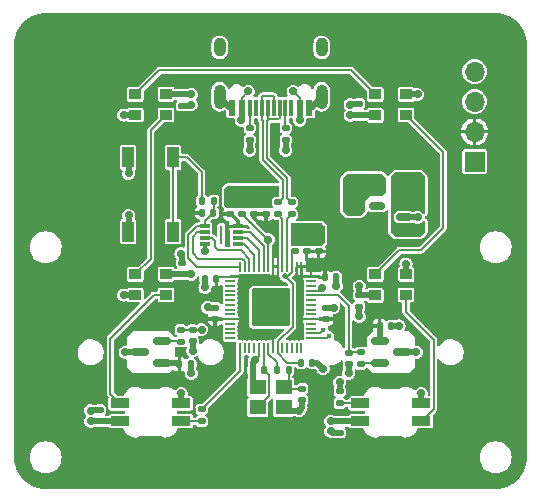
<source format=gbr>
%TF.GenerationSoftware,KiCad,Pcbnew,7.0.1*%
%TF.CreationDate,2023-05-11T20:00:56+01:00*%
%TF.ProjectId,MoonPad,4d6f6f6e-5061-4642-9e6b-696361645f70,rev?*%
%TF.SameCoordinates,Original*%
%TF.FileFunction,Copper,L1,Top*%
%TF.FilePolarity,Positive*%
%FSLAX46Y46*%
G04 Gerber Fmt 4.6, Leading zero omitted, Abs format (unit mm)*
G04 Created by KiCad (PCBNEW 7.0.1) date 2023-05-11 20:00:56*
%MOMM*%
%LPD*%
G01*
G04 APERTURE LIST*
G04 Aperture macros list*
%AMRoundRect*
0 Rectangle with rounded corners*
0 $1 Rounding radius*
0 $2 $3 $4 $5 $6 $7 $8 $9 X,Y pos of 4 corners*
0 Add a 4 corners polygon primitive as box body*
4,1,4,$2,$3,$4,$5,$6,$7,$8,$9,$2,$3,0*
0 Add four circle primitives for the rounded corners*
1,1,$1+$1,$2,$3*
1,1,$1+$1,$4,$5*
1,1,$1+$1,$6,$7*
1,1,$1+$1,$8,$9*
0 Add four rect primitives between the rounded corners*
20,1,$1+$1,$2,$3,$4,$5,0*
20,1,$1+$1,$4,$5,$6,$7,0*
20,1,$1+$1,$6,$7,$8,$9,0*
20,1,$1+$1,$8,$9,$2,$3,0*%
G04 Aperture macros list end*
%TA.AperFunction,SMDPad,CuDef*%
%ADD10RoundRect,0.140000X0.170000X-0.140000X0.170000X0.140000X-0.170000X0.140000X-0.170000X-0.140000X0*%
%TD*%
%TA.AperFunction,SMDPad,CuDef*%
%ADD11RoundRect,0.140000X-0.170000X0.140000X-0.170000X-0.140000X0.170000X-0.140000X0.170000X0.140000X0*%
%TD*%
%TA.AperFunction,SMDPad,CuDef*%
%ADD12R,1.400000X1.200000*%
%TD*%
%TA.AperFunction,SMDPad,CuDef*%
%ADD13RoundRect,0.140000X-0.140000X-0.170000X0.140000X-0.170000X0.140000X0.170000X-0.140000X0.170000X0*%
%TD*%
%TA.AperFunction,SMDPad,CuDef*%
%ADD14RoundRect,0.135000X0.185000X-0.135000X0.185000X0.135000X-0.185000X0.135000X-0.185000X-0.135000X0*%
%TD*%
%TA.AperFunction,SMDPad,CuDef*%
%ADD15R,0.600000X1.450000*%
%TD*%
%TA.AperFunction,SMDPad,CuDef*%
%ADD16R,0.300000X1.450000*%
%TD*%
%TA.AperFunction,ComponentPad*%
%ADD17O,1.000000X2.100000*%
%TD*%
%TA.AperFunction,ComponentPad*%
%ADD18O,1.000000X1.600000*%
%TD*%
%TA.AperFunction,SMDPad,CuDef*%
%ADD19RoundRect,0.150000X-0.587500X-0.150000X0.587500X-0.150000X0.587500X0.150000X-0.587500X0.150000X0*%
%TD*%
%TA.AperFunction,SMDPad,CuDef*%
%ADD20R,1.000000X0.850000*%
%TD*%
%TA.AperFunction,SMDPad,CuDef*%
%ADD21RoundRect,0.140000X0.140000X0.170000X-0.140000X0.170000X-0.140000X-0.170000X0.140000X-0.170000X0*%
%TD*%
%TA.AperFunction,SMDPad,CuDef*%
%ADD22R,0.900000X0.300000*%
%TD*%
%TA.AperFunction,SMDPad,CuDef*%
%ADD23R,0.250000X1.650000*%
%TD*%
%TA.AperFunction,SMDPad,CuDef*%
%ADD24RoundRect,0.135000X0.135000X0.185000X-0.135000X0.185000X-0.135000X-0.185000X0.135000X-0.185000X0*%
%TD*%
%TA.AperFunction,SMDPad,CuDef*%
%ADD25RoundRect,0.250000X0.475000X-0.250000X0.475000X0.250000X-0.475000X0.250000X-0.475000X-0.250000X0*%
%TD*%
%TA.AperFunction,SMDPad,CuDef*%
%ADD26RoundRect,0.250000X0.250000X0.475000X-0.250000X0.475000X-0.250000X-0.475000X0.250000X-0.475000X0*%
%TD*%
%TA.AperFunction,SMDPad,CuDef*%
%ADD27RoundRect,0.135000X-0.185000X0.135000X-0.185000X-0.135000X0.185000X-0.135000X0.185000X0.135000X0*%
%TD*%
%TA.AperFunction,SMDPad,CuDef*%
%ADD28RoundRect,0.050000X-0.387500X-0.050000X0.387500X-0.050000X0.387500X0.050000X-0.387500X0.050000X0*%
%TD*%
%TA.AperFunction,SMDPad,CuDef*%
%ADD29RoundRect,0.050000X-0.050000X-0.387500X0.050000X-0.387500X0.050000X0.387500X-0.050000X0.387500X0*%
%TD*%
%TA.AperFunction,ComponentPad*%
%ADD30C,0.600000*%
%TD*%
%TA.AperFunction,SMDPad,CuDef*%
%ADD31RoundRect,0.144000X-1.456000X-1.456000X1.456000X-1.456000X1.456000X1.456000X-1.456000X1.456000X0*%
%TD*%
%TA.AperFunction,SMDPad,CuDef*%
%ADD32RoundRect,0.150000X0.512500X0.150000X-0.512500X0.150000X-0.512500X-0.150000X0.512500X-0.150000X0*%
%TD*%
%TA.AperFunction,SMDPad,CuDef*%
%ADD33R,1.000000X1.700000*%
%TD*%
%TA.AperFunction,SMDPad,CuDef*%
%ADD34RoundRect,0.135000X-0.135000X-0.185000X0.135000X-0.185000X0.135000X0.185000X-0.135000X0.185000X0*%
%TD*%
%TA.AperFunction,SMDPad,CuDef*%
%ADD35RoundRect,0.150000X0.587500X0.150000X-0.587500X0.150000X-0.587500X-0.150000X0.587500X-0.150000X0*%
%TD*%
%TA.AperFunction,SMDPad,CuDef*%
%ADD36RoundRect,0.082000X0.718000X-0.328000X0.718000X0.328000X-0.718000X0.328000X-0.718000X-0.328000X0*%
%TD*%
%TA.AperFunction,ComponentPad*%
%ADD37R,1.700000X1.700000*%
%TD*%
%TA.AperFunction,ComponentPad*%
%ADD38O,1.700000X1.700000*%
%TD*%
%TA.AperFunction,ViaPad*%
%ADD39C,0.700000*%
%TD*%
%TA.AperFunction,ViaPad*%
%ADD40C,0.500000*%
%TD*%
%TA.AperFunction,ViaPad*%
%ADD41C,0.450000*%
%TD*%
%TA.AperFunction,Conductor*%
%ADD42C,0.500000*%
%TD*%
%TA.AperFunction,Conductor*%
%ADD43C,0.200000*%
%TD*%
%TA.AperFunction,Conductor*%
%ADD44C,0.300000*%
%TD*%
G04 APERTURE END LIST*
D10*
%TO.P,C8,1*%
%TO.N,+1V1*%
X179832000Y-96873000D03*
%TO.P,C8,2*%
%TO.N,GND*%
X179832000Y-95913000D03*
%TD*%
D11*
%TO.P,C23,1*%
%TO.N,VBUS*%
X170307000Y-83566000D03*
%TO.P,C23,2*%
%TO.N,GND*%
X170307000Y-84526000D03*
%TD*%
D10*
%TO.P,C9,1*%
%TO.N,+3V3*%
X173101000Y-102588000D03*
%TO.P,C9,2*%
%TO.N,GND*%
X173101000Y-101628000D03*
%TD*%
D11*
%TO.P,C26,1*%
%TO.N,VBUS*%
X183642000Y-111252000D03*
%TO.P,C26,2*%
%TO.N,GND*%
X183642000Y-112212000D03*
%TD*%
D12*
%TO.P,Y1,1,1*%
%TO.N,Net-(C3-Pad1)*%
X178900000Y-108370000D03*
%TO.P,Y1,2,2*%
%TO.N,GND*%
X176700000Y-108370000D03*
%TO.P,Y1,3,3*%
%TO.N,/XIN*%
X176700000Y-110070000D03*
%TO.P,Y1,4,4*%
%TO.N,GND*%
X178900000Y-110070000D03*
%TD*%
D11*
%TO.P,C25,1*%
%TO.N,VBUS*%
X185293000Y-100584000D03*
%TO.P,C25,2*%
%TO.N,GND*%
X185293000Y-101544000D03*
%TD*%
D10*
%TO.P,C14,1*%
%TO.N,+3V3*%
X177419000Y-93698000D03*
%TO.P,C14,2*%
%TO.N,GND*%
X177419000Y-92738000D03*
%TD*%
D13*
%TO.P,C6,1*%
%TO.N,+1V1*%
X180368000Y-106299000D03*
%TO.P,C6,2*%
%TO.N,GND*%
X181328000Y-106299000D03*
%TD*%
D14*
%TO.P,R6,1*%
%TO.N,GND*%
X176022000Y-87430000D03*
%TO.P,R6,2*%
%TO.N,Net-(J3-CC2)*%
X176022000Y-86410000D03*
%TD*%
D15*
%TO.P,J3,A1,GND*%
%TO.N,GND*%
X181050000Y-84690000D03*
%TO.P,J3,A4,VBUS*%
%TO.N,VBUS*%
X180250000Y-84690000D03*
D16*
%TO.P,J3,A5,CC1*%
%TO.N,Net-(J3-CC1)*%
X179050000Y-84690000D03*
%TO.P,J3,A6,D+*%
%TO.N,/USB_D+*%
X178050000Y-84690000D03*
%TO.P,J3,A7,D-*%
%TO.N,/USB_D-*%
X177550000Y-84690000D03*
%TO.P,J3,A8,SBU1*%
%TO.N,unconnected-(J3-SBU1-PadA8)*%
X176550000Y-84690000D03*
D15*
%TO.P,J3,A9,VBUS*%
%TO.N,VBUS*%
X175350000Y-84690000D03*
%TO.P,J3,A12,GND*%
%TO.N,GND*%
X174550000Y-84690000D03*
%TO.P,J3,B1,GND*%
X174550000Y-84690000D03*
%TO.P,J3,B4,VBUS*%
%TO.N,VBUS*%
X175350000Y-84690000D03*
D16*
%TO.P,J3,B5,CC2*%
%TO.N,Net-(J3-CC2)*%
X176050000Y-84690000D03*
%TO.P,J3,B6,D+*%
%TO.N,/USB_D+*%
X177050000Y-84690000D03*
%TO.P,J3,B7,D-*%
%TO.N,/USB_D-*%
X178550000Y-84690000D03*
%TO.P,J3,B8,SBU2*%
%TO.N,unconnected-(J3-SBU2-PadB8)*%
X179550000Y-84690000D03*
D15*
%TO.P,J3,B9,VBUS*%
%TO.N,VBUS*%
X180250000Y-84690000D03*
%TO.P,J3,B12,GND*%
%TO.N,GND*%
X181050000Y-84690000D03*
D17*
%TO.P,J3,S1,SHIELD*%
X182120000Y-83775000D03*
D18*
X182120000Y-79595000D03*
D17*
X173480000Y-83775000D03*
D18*
X173480000Y-79595000D03*
%TD*%
D19*
%TO.P,U5,1,VDD*%
%TO.N,+3V3*%
X187022500Y-104460000D03*
%TO.P,U5,2,OUT*%
%TO.N,Net-(U5-OUT)*%
X187022500Y-106360000D03*
%TO.P,U5,3,GND*%
%TO.N,GND*%
X188897500Y-105410000D03*
%TD*%
D10*
%TO.P,C10,1*%
%TO.N,+3V3*%
X180848000Y-96873000D03*
%TO.P,C10,2*%
%TO.N,GND*%
X180848000Y-95913000D03*
%TD*%
%TO.P,C11,1*%
%TO.N,+3V3*%
X181864000Y-96873000D03*
%TO.P,C11,2*%
%TO.N,GND*%
X181864000Y-95913000D03*
%TD*%
D20*
%TO.P,D3,1,DIN*%
%TO.N,Net-(D2-DOUT)*%
X168940000Y-85330000D03*
%TO.P,D3,2,VDD*%
%TO.N,VBUS*%
X168940000Y-83555000D03*
%TO.P,D3,3,DOUT*%
%TO.N,Net-(D3-DOUT)*%
X166340000Y-83580000D03*
%TO.P,D3,4,VSS*%
%TO.N,GND*%
X166340000Y-85330000D03*
%TD*%
D11*
%TO.P,C17,1*%
%TO.N,ADC_Z*%
X184404000Y-105438000D03*
%TO.P,C17,2*%
%TO.N,GND*%
X184404000Y-106398000D03*
%TD*%
D21*
%TO.P,C2,1*%
%TO.N,/XIN*%
X177264000Y-106934000D03*
%TO.P,C2,2*%
%TO.N,GND*%
X176304000Y-106934000D03*
%TD*%
D10*
%TO.P,C19,1*%
%TO.N,VBUS*%
X163322000Y-111252000D03*
%TO.P,C19,2*%
%TO.N,GND*%
X163322000Y-110292000D03*
%TD*%
D22*
%TO.P,IC1,1,~{CS}*%
%TO.N,/QSPI_SS*%
X172209000Y-94754000D03*
%TO.P,IC1,2,DO_IO1*%
%TO.N,/QSPI_SD1*%
X172209000Y-95254000D03*
%TO.P,IC1,3,~{WP_IO2}*%
%TO.N,/QSPI_SD2*%
X172209000Y-95754000D03*
%TO.P,IC1,4,GND*%
%TO.N,GND*%
X172209000Y-96254000D03*
%TO.P,IC1,5,DI_IO0*%
%TO.N,/QSPI_SD0*%
X175009000Y-96254000D03*
%TO.P,IC1,6,CLK*%
%TO.N,/QSPI_SCLK*%
X175009000Y-95754000D03*
%TO.P,IC1,7,~{RESET_IO3}*%
%TO.N,/QSPI_SD3*%
X175009000Y-95254000D03*
%TO.P,IC1,8,VCC*%
%TO.N,+3V3*%
X175009000Y-94754000D03*
D23*
%TO.P,IC1,9,EP*%
%TO.N,unconnected-(IC1-EP-Pad9)*%
X173609000Y-95504000D03*
%TD*%
D24*
%TO.P,R1,1*%
%TO.N,/QSPI_SS*%
X172976000Y-92583000D03*
%TO.P,R1,2*%
%TO.N,/~{USB_BOOT}*%
X171956000Y-92583000D03*
%TD*%
D13*
%TO.P,C12,1*%
%TO.N,+3V3*%
X182400000Y-99060000D03*
%TO.P,C12,2*%
%TO.N,GND*%
X183360000Y-99060000D03*
%TD*%
D10*
%TO.P,C15,1*%
%TO.N,+3V3*%
X176403000Y-93698000D03*
%TO.P,C15,2*%
%TO.N,GND*%
X176403000Y-92738000D03*
%TD*%
%TO.P,C20,1*%
%TO.N,VBUS*%
X170307000Y-98806000D03*
%TO.P,C20,2*%
%TO.N,GND*%
X170307000Y-97846000D03*
%TD*%
D21*
%TO.P,C16,1*%
%TO.N,+3V3*%
X173200000Y-99187000D03*
%TO.P,C16,2*%
%TO.N,GND*%
X172240000Y-99187000D03*
%TD*%
D13*
%TO.P,C22,1*%
%TO.N,+3V3*%
X187022800Y-103174800D03*
%TO.P,C22,2*%
%TO.N,GND*%
X187982800Y-103174800D03*
%TD*%
D14*
%TO.P,RLED1,1*%
%TO.N,Net-(D1-DIN)*%
X171958000Y-111252000D03*
%TO.P,RLED1,2*%
%TO.N,/GPIO12*%
X171958000Y-110232000D03*
%TD*%
D11*
%TO.P,C3,1*%
%TO.N,Net-(C3-Pad1)*%
X180467000Y-108486000D03*
%TO.P,C3,2*%
%TO.N,GND*%
X180467000Y-109446000D03*
%TD*%
D14*
%TO.P,R8,1*%
%TO.N,Net-(U4-OUT)*%
X170180000Y-104521000D03*
%TO.P,R8,2*%
%TO.N,ADC_X*%
X170180000Y-103501000D03*
%TD*%
D25*
%TO.P,C4,1*%
%TO.N,+3V3*%
X184857602Y-94929997D03*
%TO.P,C4,2*%
%TO.N,GND*%
X184857602Y-93029997D03*
%TD*%
D26*
%TO.P,C1,1*%
%TO.N,VBUS*%
X188855601Y-91185999D03*
%TO.P,C1,2*%
%TO.N,GND*%
X186955601Y-91185999D03*
%TD*%
D13*
%TO.P,C21,1*%
%TO.N,+3V3*%
X170081000Y-106426000D03*
%TO.P,C21,2*%
%TO.N,GND*%
X171041000Y-106426000D03*
%TD*%
D10*
%TO.P,C24,1*%
%TO.N,VBUS*%
X185293000Y-85344000D03*
%TO.P,C24,2*%
%TO.N,GND*%
X185293000Y-84384000D03*
%TD*%
D13*
%TO.P,R9,1*%
%TO.N,+3V3*%
X171986000Y-93599000D03*
%TO.P,R9,2*%
%TO.N,/QSPI_SS*%
X172946000Y-93599000D03*
%TD*%
D20*
%TO.P,D2,1,DIN*%
%TO.N,Net-(D1-DOUT)*%
X168940000Y-100570000D03*
%TO.P,D2,2,VDD*%
%TO.N,VBUS*%
X168940000Y-98795000D03*
%TO.P,D2,3,DOUT*%
%TO.N,Net-(D2-DOUT)*%
X166340000Y-98820000D03*
%TO.P,D2,4,VSS*%
%TO.N,GND*%
X166340000Y-100570000D03*
%TD*%
D10*
%TO.P,C5,1*%
%TO.N,+3V3*%
X174371000Y-93698000D03*
%TO.P,C5,2*%
%TO.N,GND*%
X174371000Y-92738000D03*
%TD*%
D27*
%TO.P,R4,1*%
%TO.N,/USB_D-*%
X179578000Y-92708000D03*
%TO.P,R4,2*%
%TO.N,Net-(U3-USB_DM)*%
X179578000Y-93728000D03*
%TD*%
D20*
%TO.P,D6,1,DIN*%
%TO.N,Net-(D5-DOUT)*%
X186660000Y-98820000D03*
%TO.P,D6,2,VDD*%
%TO.N,VBUS*%
X186660000Y-100595000D03*
%TO.P,D6,3,DOUT*%
%TO.N,Net-(D4-DIN)*%
X189260000Y-100570000D03*
%TO.P,D6,4,VSS*%
%TO.N,GND*%
X189260000Y-98820000D03*
%TD*%
D28*
%TO.P,U3,1,IOVDD*%
%TO.N,+3V3*%
X174362500Y-99000000D03*
%TO.P,U3,2,GPIO0*%
%TO.N,/GPIO0*%
X174362500Y-99400000D03*
%TO.P,U3,3,GPIO1*%
%TO.N,/GPIO1*%
X174362500Y-99800000D03*
%TO.P,U3,4,GPIO2*%
%TO.N,/GPIO2*%
X174362500Y-100200000D03*
%TO.P,U3,5,GPIO3*%
%TO.N,/GPIO3*%
X174362500Y-100600000D03*
%TO.P,U3,6,GPIO4*%
%TO.N,/GPIO4*%
X174362500Y-101000000D03*
%TO.P,U3,7,GPIO5*%
%TO.N,/GPIO5*%
X174362500Y-101400000D03*
%TO.P,U3,8,GPIO6*%
%TO.N,/GPIO6*%
X174362500Y-101800000D03*
%TO.P,U3,9,GPIO7*%
%TO.N,/GPIO7*%
X174362500Y-102200000D03*
%TO.P,U3,10,IOVDD*%
%TO.N,+3V3*%
X174362500Y-102600000D03*
%TO.P,U3,11,GPIO8*%
%TO.N,/GPIO8*%
X174362500Y-103000000D03*
%TO.P,U3,12,GPIO9*%
%TO.N,/GPIO9*%
X174362500Y-103400000D03*
%TO.P,U3,13,GPIO10*%
%TO.N,/GPIO10*%
X174362500Y-103800000D03*
%TO.P,U3,14,GPIO11*%
%TO.N,/GPIO11*%
X174362500Y-104200000D03*
D29*
%TO.P,U3,15,GPIO12*%
%TO.N,/GPIO12*%
X175200000Y-105037500D03*
%TO.P,U3,16,GPIO13*%
%TO.N,/GPIO13*%
X175600000Y-105037500D03*
%TO.P,U3,17,GPIO14*%
%TO.N,/GPIO14*%
X176000000Y-105037500D03*
%TO.P,U3,18,GPIO15*%
%TO.N,/GPIO15*%
X176400000Y-105037500D03*
%TO.P,U3,19,TESTEN*%
%TO.N,GND*%
X176800000Y-105037500D03*
%TO.P,U3,20,XIN*%
%TO.N,/XIN*%
X177200000Y-105037500D03*
%TO.P,U3,21,XOUT*%
%TO.N,/XOUT*%
X177600000Y-105037500D03*
%TO.P,U3,22,IOVDD*%
%TO.N,+3V3*%
X178000000Y-105037500D03*
%TO.P,U3,23,DVDD*%
%TO.N,+1V1*%
X178400000Y-105037500D03*
%TO.P,U3,24,SWCLK*%
%TO.N,/SWCLK*%
X178800000Y-105037500D03*
%TO.P,U3,25,SWD*%
%TO.N,/SWD*%
X179200000Y-105037500D03*
%TO.P,U3,26,RUN*%
%TO.N,/RUN*%
X179600000Y-105037500D03*
%TO.P,U3,27,GPIO16*%
%TO.N,/GPIO16*%
X180000000Y-105037500D03*
%TO.P,U3,28,GPIO17*%
%TO.N,/GPIO17*%
X180400000Y-105037500D03*
D28*
%TO.P,U3,29,GPIO18*%
%TO.N,/OLED_SDA*%
X181237500Y-104200000D03*
%TO.P,U3,30,GPIO19*%
%TO.N,/OLED_SCL*%
X181237500Y-103800000D03*
%TO.P,U3,31,GPIO20*%
%TO.N,/GPIO20*%
X181237500Y-103400000D03*
%TO.P,U3,32,GPIO21*%
%TO.N,/GPIO21*%
X181237500Y-103000000D03*
%TO.P,U3,33,IOVDD*%
%TO.N,+3V3*%
X181237500Y-102600000D03*
%TO.P,U3,34,GPIO22*%
%TO.N,/GPIO22*%
X181237500Y-102200000D03*
%TO.P,U3,35,GPIO23*%
%TO.N,/GPIO23*%
X181237500Y-101800000D03*
%TO.P,U3,36,GPIO24*%
%TO.N,/GPIO24*%
X181237500Y-101400000D03*
%TO.P,U3,37,GPIO25*%
%TO.N,/GPIO25*%
X181237500Y-101000000D03*
%TO.P,U3,38,GPIO26_ADC0*%
%TO.N,ADC_Z*%
X181237500Y-100600000D03*
%TO.P,U3,39,GPIO27_ADC1*%
%TO.N,ADC_X*%
X181237500Y-100200000D03*
%TO.P,U3,40,GPIO28_ADC2*%
%TO.N,/GPIO28_ADC2*%
X181237500Y-99800000D03*
%TO.P,U3,41,GPIO29_ADC3*%
%TO.N,/GPIO29_ADC3*%
X181237500Y-99400000D03*
%TO.P,U3,42,IOVDD*%
%TO.N,+3V3*%
X181237500Y-99000000D03*
D29*
%TO.P,U3,43,ADC_AVDD*%
X180400000Y-98162500D03*
%TO.P,U3,44,VREG_IN*%
X180000000Y-98162500D03*
%TO.P,U3,45,VREG_VOUT*%
%TO.N,+1V1*%
X179600000Y-98162500D03*
%TO.P,U3,46,USB_DM*%
%TO.N,Net-(U3-USB_DM)*%
X179200000Y-98162500D03*
%TO.P,U3,47,USB_DP*%
%TO.N,Net-(U3-USB_DP)*%
X178800000Y-98162500D03*
%TO.P,U3,48,USB_VDD*%
%TO.N,+3V3*%
X178400000Y-98162500D03*
%TO.P,U3,49,IOVDD*%
X178000000Y-98162500D03*
%TO.P,U3,50,DVDD*%
%TO.N,+1V1*%
X177600000Y-98162500D03*
%TO.P,U3,51,QSPI_SD3*%
%TO.N,/QSPI_SD3*%
X177200000Y-98162500D03*
%TO.P,U3,52,QSPI_SCLK*%
%TO.N,/QSPI_SCLK*%
X176800000Y-98162500D03*
%TO.P,U3,53,QSPI_SD0*%
%TO.N,/QSPI_SD0*%
X176400000Y-98162500D03*
%TO.P,U3,54,QSPI_SD2*%
%TO.N,/QSPI_SD2*%
X176000000Y-98162500D03*
%TO.P,U3,55,QSPI_SD1*%
%TO.N,/QSPI_SD1*%
X175600000Y-98162500D03*
%TO.P,U3,56,QSPI_SS*%
%TO.N,/QSPI_SS*%
X175200000Y-98162500D03*
D30*
%TO.P,U3,57,GND*%
%TO.N,GND*%
X176525000Y-100325000D03*
X176525000Y-101600000D03*
X176525000Y-102875000D03*
X177800000Y-100325000D03*
X177800000Y-101600000D03*
D31*
X177800000Y-101600000D03*
D30*
X177800000Y-102875000D03*
X179075000Y-100325000D03*
X179075000Y-101600000D03*
X179075000Y-102875000D03*
%TD*%
D32*
%TO.P,U6,1,VIN*%
%TO.N,VBUS*%
X189097500Y-94930000D03*
%TO.P,U6,2,GND*%
%TO.N,GND*%
X189097500Y-93980000D03*
%TO.P,U6,3,EN*%
%TO.N,VBUS*%
X189097500Y-93030000D03*
%TO.P,U6,4,NC*%
%TO.N,unconnected-(U6-NC-Pad4)*%
X186822500Y-93030000D03*
%TO.P,U6,5,VOUT*%
%TO.N,+3V3*%
X186822500Y-94930000D03*
%TD*%
D20*
%TO.P,D5,1,DIN*%
%TO.N,Net-(D3-DOUT)*%
X186660000Y-83580000D03*
%TO.P,D5,2,VDD*%
%TO.N,VBUS*%
X186660000Y-85355000D03*
%TO.P,D5,3,DOUT*%
%TO.N,Net-(D5-DOUT)*%
X189260000Y-85330000D03*
%TO.P,D5,4,VSS*%
%TO.N,GND*%
X189260000Y-83580000D03*
%TD*%
D10*
%TO.P,C7,1*%
%TO.N,+1V1*%
X175387000Y-93698000D03*
%TO.P,C7,2*%
%TO.N,GND*%
X175387000Y-92738000D03*
%TD*%
D33*
%TO.P,SW1,1,1*%
%TO.N,GND*%
X165740000Y-95200000D03*
X165740000Y-88900000D03*
%TO.P,SW1,2,2*%
%TO.N,/~{USB_BOOT}*%
X169540000Y-95200000D03*
X169540000Y-88900000D03*
%TD*%
D27*
%TO.P,R3,1*%
%TO.N,/USB_D+*%
X178435000Y-92708000D03*
%TO.P,R3,2*%
%TO.N,Net-(U3-USB_DP)*%
X178435000Y-93728000D03*
%TD*%
%TO.P,RLED2,1*%
%TO.N,GND*%
X183642000Y-108710000D03*
%TO.P,RLED2,2*%
%TO.N,Net-(D4-DOUT)*%
X183642000Y-109730000D03*
%TD*%
D10*
%TO.P,C13,1*%
%TO.N,+3V3*%
X182499000Y-102588000D03*
%TO.P,C13,2*%
%TO.N,GND*%
X182499000Y-101628000D03*
%TD*%
D14*
%TO.P,R7,1*%
%TO.N,Net-(U5-OUT)*%
X185420000Y-106426000D03*
%TO.P,R7,2*%
%TO.N,ADC_Z*%
X185420000Y-105406000D03*
%TD*%
D34*
%TO.P,R5,1*%
%TO.N,/XOUT*%
X178306000Y-106934000D03*
%TO.P,R5,2*%
%TO.N,Net-(C3-Pad1)*%
X179326000Y-106934000D03*
%TD*%
D14*
%TO.P,R2,1*%
%TO.N,GND*%
X179070000Y-87430000D03*
%TO.P,R2,2*%
%TO.N,Net-(J3-CC1)*%
X179070000Y-86410000D03*
%TD*%
D11*
%TO.P,C18,1*%
%TO.N,ADC_X*%
X171196000Y-103533000D03*
%TO.P,C18,2*%
%TO.N,GND*%
X171196000Y-104493000D03*
%TD*%
D35*
%TO.P,U4,1,VDD*%
%TO.N,+3V3*%
X168577500Y-106360000D03*
%TO.P,U4,2,OUT*%
%TO.N,Net-(U4-OUT)*%
X168577500Y-104460000D03*
%TO.P,U4,3,GND*%
%TO.N,GND*%
X166702500Y-105410000D03*
%TD*%
D36*
%TO.P,D4,1,VDD*%
%TO.N,VBUS*%
X185360000Y-111240000D03*
%TO.P,D4,2,DOUT*%
%TO.N,Net-(D4-DOUT)*%
X185360000Y-109740000D03*
%TO.P,D4,3,VSS*%
%TO.N,GND*%
X190560000Y-109740000D03*
%TO.P,D4,4,DIN*%
%TO.N,Net-(D4-DIN)*%
X190560000Y-111240000D03*
%TD*%
%TO.P,D1,1,VDD*%
%TO.N,VBUS*%
X165040000Y-111240000D03*
%TO.P,D1,2,DOUT*%
%TO.N,Net-(D1-DOUT)*%
X165040000Y-109740000D03*
%TO.P,D1,3,VSS*%
%TO.N,GND*%
X170240000Y-109740000D03*
%TO.P,D1,4,DIN*%
%TO.N,Net-(D1-DIN)*%
X170240000Y-111240000D03*
%TD*%
D37*
%TO.P,J1,1,Pin_1*%
%TO.N,GND*%
X195072000Y-89271000D03*
D38*
%TO.P,J1,2,Pin_2*%
%TO.N,+3V3*%
X195072000Y-86731000D03*
%TO.P,J1,3,Pin_3*%
%TO.N,/OLED_SCL*%
X195072000Y-84191000D03*
%TO.P,J1,4,Pin_4*%
%TO.N,/OLED_SDA*%
X195072000Y-81651000D03*
%TD*%
D39*
%TO.N,VBUS*%
X171069000Y-83566000D03*
X175310800Y-85775800D03*
X175895000Y-83312000D03*
X188722000Y-92329000D03*
X182880000Y-111252000D03*
X190246000Y-94995996D03*
X185293001Y-99822001D03*
X171069000Y-98806000D03*
X180263800Y-85775800D03*
X190246000Y-92328997D03*
X184531000Y-85344000D03*
X162560000Y-111252000D03*
X179705000Y-83312000D03*
X190246001Y-90804999D03*
%TO.N,GND*%
X181864000Y-95123000D03*
X184658001Y-91820999D03*
X190246002Y-93979996D03*
X172466000Y-101600000D03*
X183642000Y-107950000D03*
X165481000Y-105410000D03*
X183134000Y-101628000D03*
X176022000Y-88315000D03*
X179070000Y-88315000D03*
X165368000Y-85330000D03*
X190232000Y-83580000D03*
X171196000Y-105283000D03*
X165771102Y-90272001D03*
X162560000Y-110363000D03*
X182245000Y-106807000D03*
X184657999Y-90804999D03*
X180213000Y-110363000D03*
X185674001Y-90804999D03*
X165368000Y-100570000D03*
X176437289Y-106070887D03*
X176403000Y-91948000D03*
X185673999Y-91820999D03*
X165771102Y-93827998D03*
X180848000Y-95123000D03*
X177419000Y-91948000D03*
X174371000Y-91948000D03*
X189260000Y-97947000D03*
X171069000Y-84455000D03*
X172212000Y-96870700D03*
X185293002Y-102362000D03*
X170240000Y-108894135D03*
X188671200Y-103174800D03*
X172240000Y-99921000D03*
X183360000Y-99794000D03*
X170213100Y-97075125D03*
X190560000Y-108894135D03*
X184404000Y-107188000D03*
X179832000Y-95123000D03*
X184531000Y-84455000D03*
X182880000Y-112103903D03*
X175387000Y-91948000D03*
X190119000Y-105410000D03*
X171069000Y-107188000D03*
%TO.N,+1V1*%
X177600000Y-95885000D03*
D40*
X179003371Y-98977451D03*
D39*
%TO.N,ADC_X*%
X182176900Y-99998100D03*
X171958000Y-103505000D03*
D41*
%TO.N,/OLED_SCL*%
X182245000Y-103505000D03*
%TO.N,/OLED_SDA*%
X182753000Y-104002018D03*
%TD*%
D42*
%TO.N,VBUS*%
X170307000Y-83566000D02*
X171069000Y-83566000D01*
X185293001Y-99822001D02*
X185293001Y-100584001D01*
D43*
X180250000Y-83857000D02*
X180250000Y-84690000D01*
D42*
X185348000Y-111252000D02*
X185360000Y-111240000D01*
X175350000Y-84690000D02*
X175350000Y-85736600D01*
X168951000Y-83566000D02*
X168940000Y-83555000D01*
X170307000Y-98806000D02*
X168951000Y-98806000D01*
D43*
X175895000Y-83312000D02*
X175350000Y-83857000D01*
D42*
X168951000Y-98806000D02*
X168940000Y-98795000D01*
X163322000Y-111252000D02*
X165028000Y-111252000D01*
X185293000Y-100584000D02*
X186649000Y-100584000D01*
X180250000Y-84690000D02*
X180250000Y-85762000D01*
X183642000Y-111252000D02*
X182880000Y-111252000D01*
X170307000Y-98806000D02*
X171069000Y-98806000D01*
X170307000Y-83566000D02*
X168951000Y-83566000D01*
X186649000Y-100584000D02*
X186660000Y-100595000D01*
X175350000Y-85736600D02*
X175310800Y-85775800D01*
X163322000Y-111252000D02*
X162560000Y-111252000D01*
X183642000Y-111252000D02*
X185348000Y-111252000D01*
X185293000Y-85344000D02*
X184531000Y-85344000D01*
D43*
X175350000Y-83857000D02*
X175350000Y-84690000D01*
D42*
X186649000Y-85344000D02*
X186660000Y-85355000D01*
X185293000Y-85344000D02*
X186649000Y-85344000D01*
X165028000Y-111252000D02*
X165040000Y-111240000D01*
X180250000Y-85762000D02*
X180263800Y-85775800D01*
D43*
X179705000Y-83312000D02*
X180250000Y-83857000D01*
D42*
%TO.N,GND*%
X176304000Y-107974000D02*
X176304000Y-106934000D01*
X171196000Y-104493000D02*
X171196000Y-105283000D01*
X176700000Y-108370000D02*
X176304000Y-107974000D01*
X188671200Y-103174800D02*
X187982800Y-103174800D01*
X176022000Y-88315000D02*
X176022000Y-87430000D01*
X180213000Y-110363000D02*
X180467000Y-110109000D01*
X180848000Y-95913000D02*
X180848000Y-95123000D01*
X179070000Y-88315000D02*
X179070000Y-87430000D01*
X181864000Y-95913000D02*
X181864000Y-95123000D01*
X185293002Y-102362000D02*
X185293001Y-101544001D01*
X177419000Y-92738000D02*
X177419000Y-91948000D01*
X170307000Y-97169025D02*
X170213100Y-97075125D01*
X162631000Y-110292000D02*
X162560000Y-110363000D01*
X171041000Y-107160000D02*
X171069000Y-107188000D01*
X184602000Y-84384000D02*
X184531000Y-84455000D01*
X179832000Y-95913000D02*
X179832000Y-95123000D01*
X165368000Y-85330000D02*
X166340000Y-85330000D01*
D43*
X172209000Y-96867700D02*
X172212000Y-96870700D01*
X176437289Y-106070887D02*
X176800000Y-105708176D01*
D42*
X174395000Y-84690000D02*
X173480000Y-83775000D01*
D44*
X172209000Y-96254000D02*
X172209000Y-96867700D01*
D42*
X171041000Y-106426000D02*
X171041000Y-107160000D01*
X175387000Y-92738000D02*
X175387000Y-91948000D01*
X188897500Y-105410000D02*
X190119000Y-105410000D01*
X184404000Y-106398000D02*
X184404000Y-107188000D01*
X189260000Y-97947000D02*
X189260000Y-98820000D01*
X172240000Y-99921000D02*
X172240000Y-99187000D01*
X180467000Y-110109000D02*
X180467000Y-109446000D01*
X165776102Y-95199998D02*
X165776103Y-93833000D01*
X165776103Y-90267000D02*
X165771102Y-90272001D01*
X170998000Y-84526000D02*
X171069000Y-84455000D01*
X172466000Y-101600000D02*
X172494000Y-101628000D01*
X163322000Y-110292000D02*
X162631000Y-110292000D01*
X181050000Y-84690000D02*
X181205000Y-84690000D01*
X185293000Y-84384000D02*
X184602000Y-84384000D01*
X183134000Y-101628000D02*
X182499000Y-101628000D01*
X176437289Y-106070887D02*
X176304000Y-106204176D01*
X182988097Y-112212000D02*
X183642000Y-112212000D01*
X183360000Y-99794000D02*
X183360000Y-99060000D01*
X181205000Y-84690000D02*
X182120000Y-83775000D01*
X170307000Y-97846000D02*
X170307000Y-97169025D01*
X174371000Y-91948000D02*
X174371000Y-92738000D01*
X190232000Y-83580000D02*
X189260000Y-83580000D01*
X181328000Y-106299000D02*
X181737000Y-106299000D01*
X180213000Y-110363000D02*
X179193000Y-110363000D01*
X170240000Y-108894135D02*
X170240000Y-109740000D01*
X166702500Y-105410000D02*
X165481000Y-105410000D01*
X174550000Y-84690000D02*
X174395000Y-84690000D01*
X165368000Y-100570000D02*
X166340000Y-100570000D01*
X183642000Y-108710000D02*
X183642000Y-107950000D01*
X176403000Y-92738000D02*
X176403000Y-91948000D01*
X189097500Y-93980000D02*
X190246002Y-93979996D01*
X170307000Y-84526000D02*
X170998000Y-84526000D01*
D43*
X176800000Y-105708176D02*
X176800000Y-105037500D01*
D42*
X176304000Y-106204176D02*
X176304000Y-106934000D01*
X165776102Y-88900001D02*
X165776103Y-90267000D01*
X190560000Y-108894135D02*
X190560000Y-109740000D01*
X182880000Y-112103903D02*
X182988097Y-112212000D01*
X181737000Y-106299000D02*
X182245000Y-106807000D01*
X179193000Y-110363000D02*
X178900000Y-110070000D01*
X172494000Y-101628000D02*
X173101000Y-101628000D01*
D43*
%TO.N,/XIN*%
X177652400Y-109117600D02*
X176700000Y-110070000D01*
X177652400Y-107322400D02*
X177652400Y-109117600D01*
X177264000Y-106934000D02*
X177652400Y-107322400D01*
X177200000Y-106870000D02*
X177264000Y-106934000D01*
X177200000Y-105037500D02*
X177200000Y-106870000D01*
%TO.N,Net-(C3-Pad1)*%
X179016000Y-108486000D02*
X178900000Y-108370000D01*
X180467000Y-108486000D02*
X179016000Y-108486000D01*
X179326000Y-106934000D02*
X179326000Y-107944000D01*
X179326000Y-107944000D02*
X178900000Y-108370000D01*
%TO.N,+3V3*%
X173117000Y-102604000D02*
X173101000Y-102588000D01*
D44*
X176403000Y-94056200D02*
X176885600Y-94538800D01*
D42*
X187022800Y-104459700D02*
X187022500Y-104460000D01*
D43*
X180848000Y-96873000D02*
X181864000Y-96873000D01*
X182340000Y-99000000D02*
X182400000Y-99060000D01*
D42*
X170081000Y-106426000D02*
X170015000Y-106360000D01*
D43*
X181237500Y-102600000D02*
X182487000Y-102600000D01*
X173200000Y-99187000D02*
X173260000Y-99127000D01*
D42*
X187022800Y-103174800D02*
X187022800Y-104459700D01*
D44*
X174451352Y-93698000D02*
X174371000Y-93698000D01*
D43*
X173200000Y-99187000D02*
X173387000Y-99000000D01*
D44*
X175009000Y-94754000D02*
X175009000Y-94255648D01*
D43*
X173387000Y-99000000D02*
X174362500Y-99000000D01*
D44*
X175009000Y-94255648D02*
X174451352Y-93698000D01*
D43*
X181237500Y-99000000D02*
X182340000Y-99000000D01*
D44*
X176403000Y-93698000D02*
X176403000Y-94056200D01*
D43*
X182487000Y-102600000D02*
X182499000Y-102588000D01*
D42*
X170015000Y-106360000D02*
X168577500Y-106360000D01*
D43*
%TO.N,+1V1*%
X179003371Y-98977451D02*
X179250207Y-98977451D01*
X179600000Y-98162500D02*
X179600000Y-97105000D01*
X178400000Y-105502658D02*
X179196342Y-106299000D01*
X179652400Y-99626480D02*
X179652400Y-103242800D01*
X179600000Y-98627658D02*
X179600000Y-98162500D01*
X177574000Y-95885000D02*
X175387000Y-93698000D01*
X179250207Y-98977451D02*
X179600000Y-98627658D01*
X179003371Y-98977451D02*
X179652400Y-99626480D01*
X179600000Y-97105000D02*
X179832000Y-96873000D01*
X179652400Y-103242800D02*
X178400000Y-104495200D01*
X178400000Y-105037500D02*
X178400000Y-105502658D01*
X178400000Y-104495200D02*
X178400000Y-105037500D01*
X179196342Y-106299000D02*
X180368000Y-106299000D01*
X177600000Y-95885000D02*
X177574000Y-95885000D01*
X177600000Y-95885000D02*
X177600000Y-98162500D01*
%TO.N,ADC_Z*%
X184404000Y-101473000D02*
X183531000Y-100600000D01*
X183531000Y-100600000D02*
X181237500Y-100600000D01*
X185420000Y-105406000D02*
X184436000Y-105406000D01*
X184436000Y-105406000D02*
X184404000Y-105438000D01*
X184404000Y-105438000D02*
X184404000Y-101473000D01*
%TO.N,ADC_X*%
X171958000Y-103505000D02*
X170184000Y-103505000D01*
X182176900Y-99998100D02*
X181975000Y-100200000D01*
X170184000Y-103505000D02*
X170180000Y-103501000D01*
X181975000Y-100200000D02*
X181237500Y-100200000D01*
%TO.N,Net-(J3-CC1)*%
X179050000Y-84690000D02*
X179050000Y-86390000D01*
X179050000Y-86390000D02*
X179070000Y-86410000D01*
%TO.N,/USB_D+*%
X178050000Y-83741000D02*
X178050000Y-84690000D01*
X178830300Y-90814486D02*
X177123800Y-89107986D01*
X177050000Y-85777501D02*
X177050000Y-84690000D01*
X177102400Y-83712600D02*
X178021600Y-83712600D01*
X177123800Y-85851301D02*
X177050000Y-85777501D01*
X178830300Y-92312700D02*
X178830300Y-90814486D01*
X177050000Y-83765000D02*
X177102400Y-83712600D01*
X177123800Y-89107986D02*
X177123800Y-85851301D01*
X178435000Y-92708000D02*
X178830300Y-92312700D01*
X177050000Y-84690000D02*
X177050000Y-83765000D01*
X178021600Y-83712600D02*
X178050000Y-83741000D01*
%TO.N,/USB_D-*%
X177550000Y-84690000D02*
X177550000Y-85615000D01*
X179182700Y-90668514D02*
X177476200Y-88962014D01*
X177476200Y-85851301D02*
X177550000Y-85777501D01*
X177550000Y-85777501D02*
X177550000Y-84690000D01*
X177602400Y-85667400D02*
X178435000Y-85667400D01*
X178550000Y-85552400D02*
X178550000Y-84690000D01*
X178435000Y-85667400D02*
X178550000Y-85552400D01*
X179182700Y-92312700D02*
X179182700Y-90668514D01*
X177476200Y-88962014D02*
X177476200Y-85851301D01*
X179578000Y-92708000D02*
X179182700Y-92312700D01*
X177550000Y-85615000D02*
X177602400Y-85667400D01*
%TO.N,Net-(J3-CC2)*%
X176050000Y-84690000D02*
X176050000Y-86382000D01*
X176050000Y-86382000D02*
X176022000Y-86410000D01*
%TO.N,/QSPI_SS*%
X170815000Y-95498000D02*
X170815000Y-97409000D01*
X172209000Y-94336000D02*
X172946000Y-93599000D01*
X172976000Y-93569000D02*
X172946000Y-93599000D01*
X172209000Y-94754000D02*
X171559000Y-94754000D01*
X170815000Y-97409000D02*
X171568500Y-98162500D01*
X171559000Y-94754000D02*
X170815000Y-95498000D01*
X172209000Y-94754000D02*
X172209000Y-94336000D01*
X172976000Y-92583000D02*
X172976000Y-93569000D01*
X171568500Y-98162500D02*
X175200000Y-98162500D01*
%TO.N,/~{USB_BOOT}*%
X170628000Y-88900000D02*
X169540000Y-88900000D01*
X171956000Y-92583000D02*
X171956000Y-90168000D01*
X171956000Y-90168000D02*
X170688000Y-88900000D01*
X169540000Y-88900000D02*
X169540000Y-95200000D01*
%TO.N,Net-(U3-USB_DP)*%
X178435000Y-93728000D02*
X178800000Y-94093000D01*
X178800000Y-94093000D02*
X178800000Y-98162500D01*
%TO.N,Net-(U3-USB_DM)*%
X179200000Y-98162500D02*
X179200000Y-94106000D01*
X179200000Y-94106000D02*
X179578000Y-93728000D01*
%TO.N,/XOUT*%
X178308000Y-106228000D02*
X177600000Y-105520000D01*
X177600000Y-105520000D02*
X177600000Y-105037500D01*
X178306000Y-106934000D02*
X178308000Y-106932000D01*
X178308000Y-106932000D02*
X178308000Y-106228000D01*
%TO.N,Net-(U5-OUT)*%
X187022500Y-106360000D02*
X185486000Y-106360000D01*
X185486000Y-106360000D02*
X185420000Y-106426000D01*
%TO.N,Net-(U4-OUT)*%
X170119000Y-104460000D02*
X170180000Y-104521000D01*
X168577500Y-104460000D02*
X170119000Y-104460000D01*
%TO.N,/QSPI_SD1*%
X172209000Y-95254000D02*
X171602568Y-95254000D01*
X171602568Y-95254000D02*
X171196000Y-95660568D01*
X175375258Y-97472600D02*
X175600000Y-97697342D01*
X171196000Y-97028000D02*
X171640600Y-97472600D01*
X175600000Y-97697342D02*
X175600000Y-98162500D01*
X171196000Y-95660568D02*
X171196000Y-97028000D01*
X171640600Y-97472600D02*
X175375258Y-97472600D01*
%TO.N,/QSPI_SD2*%
X175260000Y-96774000D02*
X173355000Y-96774000D01*
X176000000Y-97514000D02*
X175260000Y-96774000D01*
X172859000Y-95754000D02*
X172209000Y-95754000D01*
X173101000Y-95996000D02*
X172859000Y-95754000D01*
X173101000Y-96520000D02*
X173101000Y-95996000D01*
X173355000Y-96774000D02*
X173101000Y-96520000D01*
X176000000Y-98162500D02*
X176000000Y-97514000D01*
%TO.N,/QSPI_SD0*%
X176400000Y-97152000D02*
X176400000Y-98162500D01*
X175009000Y-96254000D02*
X175502000Y-96254000D01*
X175502000Y-96254000D02*
X176400000Y-97152000D01*
%TO.N,/QSPI_SCLK*%
X175764000Y-95754000D02*
X175009000Y-95754000D01*
X176800000Y-98162500D02*
X176800000Y-96790000D01*
X176800000Y-96790000D02*
X175764000Y-95754000D01*
%TO.N,/QSPI_SD3*%
X176026000Y-95254000D02*
X175009000Y-95254000D01*
X177200000Y-96428000D02*
X176026000Y-95254000D01*
X177200000Y-98162500D02*
X177200000Y-96428000D01*
%TO.N,/GPIO12*%
X175200000Y-106990000D02*
X171958000Y-110232000D01*
X175200000Y-105037500D02*
X175200000Y-106990000D01*
%TO.N,Net-(D3-DOUT)*%
X166340000Y-83580000D02*
X168386000Y-81534000D01*
X168386000Y-81534000D02*
X184614000Y-81534000D01*
X184614000Y-81534000D02*
X186660000Y-83580000D01*
%TO.N,Net-(D4-DOUT)*%
X183642000Y-109730000D02*
X185350000Y-109730000D01*
X185350000Y-109730000D02*
X185360000Y-109740000D01*
%TO.N,/OLED_SCL*%
X182245000Y-103505000D02*
X181950000Y-103800000D01*
X181950000Y-103800000D02*
X181237500Y-103800000D01*
%TO.N,/OLED_SDA*%
X182753000Y-104002018D02*
X182555018Y-104200000D01*
X182555018Y-104200000D02*
X181237500Y-104200000D01*
%TO.N,Net-(D2-DOUT)*%
X167640000Y-86630000D02*
X167640000Y-97520000D01*
X167640000Y-97520000D02*
X166340000Y-98820000D01*
X168940000Y-85330000D02*
X167640000Y-86630000D01*
%TO.N,Net-(D1-DOUT)*%
X164211000Y-108911000D02*
X165040000Y-109740000D01*
X167908000Y-100570000D02*
X164211000Y-104267000D01*
X168940000Y-100570000D02*
X167908000Y-100570000D01*
X164211000Y-104267000D02*
X164211000Y-108911000D01*
%TO.N,Net-(D1-DIN)*%
X170252000Y-111252000D02*
X170240000Y-111240000D01*
X171958000Y-111252000D02*
X170252000Y-111252000D01*
%TO.N,Net-(D5-DOUT)*%
X188706000Y-96774000D02*
X190500000Y-96774000D01*
X190500000Y-96774000D02*
X192405000Y-94869000D01*
X186660000Y-98820000D02*
X188706000Y-96774000D01*
X192405000Y-94869000D02*
X192405000Y-88475000D01*
X192405000Y-88475000D02*
X189260000Y-85330000D01*
%TO.N,Net-(D4-DIN)*%
X189260000Y-100570000D02*
X189260000Y-102011000D01*
X189260000Y-102011000D02*
X191612400Y-104363400D01*
X191612400Y-110206513D02*
X190578913Y-111240000D01*
X191612400Y-104363400D02*
X191612400Y-110206513D01*
X190578913Y-111240000D02*
X190560000Y-111240000D01*
%TD*%
%TA.AperFunction,Conductor*%
%TO.N,GND*%
G36*
X178431091Y-91322439D02*
G01*
X178471319Y-91349319D01*
X178493481Y-91371481D01*
X178520361Y-91411709D01*
X178529800Y-91459162D01*
X178529800Y-92113500D01*
X178513187Y-92175500D01*
X178467800Y-92220887D01*
X178405800Y-92237500D01*
X178210683Y-92237500D01*
X178161827Y-92243931D01*
X178054594Y-92293935D01*
X177970935Y-92377594D01*
X177920931Y-92484827D01*
X177914500Y-92533683D01*
X177914500Y-92882317D01*
X177920931Y-92931172D01*
X177972423Y-93041595D01*
X177983776Y-93102110D01*
X177964622Y-93160625D01*
X177919684Y-93202714D01*
X177860041Y-93218000D01*
X177640826Y-93218000D01*
X177633198Y-93217500D01*
X177204798Y-93217500D01*
X177197182Y-93218000D01*
X176624826Y-93218000D01*
X176617198Y-93217500D01*
X176188798Y-93217500D01*
X176181182Y-93218000D01*
X175608826Y-93218000D01*
X175601198Y-93217500D01*
X175172798Y-93217500D01*
X175165182Y-93218000D01*
X174592826Y-93218000D01*
X174585199Y-93217500D01*
X174167862Y-93217500D01*
X174120409Y-93208061D01*
X174080181Y-93181181D01*
X173899319Y-93000319D01*
X173872439Y-92960091D01*
X173863000Y-92912638D01*
X173863000Y-91618362D01*
X173872439Y-91570909D01*
X173899319Y-91530681D01*
X174080681Y-91349319D01*
X174120909Y-91322439D01*
X174168362Y-91313000D01*
X178383638Y-91313000D01*
X178431091Y-91322439D01*
G37*
%TD.AperFunction*%
%TD*%
%TA.AperFunction,Conductor*%
%TO.N,GND*%
G36*
X182114091Y-94497439D02*
G01*
X182154319Y-94524319D01*
X182335681Y-94705681D01*
X182362561Y-94745909D01*
X182372000Y-94793362D01*
X182372000Y-96087638D01*
X182362561Y-96135091D01*
X182335681Y-96175319D01*
X182154818Y-96356181D01*
X182114590Y-96383061D01*
X182067137Y-96392500D01*
X181649798Y-96392500D01*
X181642182Y-96393000D01*
X181069826Y-96393000D01*
X181062198Y-96392500D01*
X180633798Y-96392500D01*
X180626182Y-96393000D01*
X180053826Y-96393000D01*
X180046198Y-96392500D01*
X180041901Y-96392500D01*
X179624499Y-96392500D01*
X179562500Y-96375888D01*
X179517113Y-96330501D01*
X179500500Y-96268501D01*
X179500500Y-94612000D01*
X179517113Y-94550000D01*
X179562500Y-94504613D01*
X179624500Y-94488000D01*
X182066638Y-94488000D01*
X182114091Y-94497439D01*
G37*
%TD.AperFunction*%
%TD*%
%TA.AperFunction,Conductor*%
%TO.N,VBUS*%
G36*
X190496878Y-90177534D02*
G01*
X190528996Y-90198994D01*
X190852004Y-90522002D01*
X190873464Y-90554120D01*
X190881000Y-90592006D01*
X190881000Y-93611602D01*
X190862472Y-93669267D01*
X190813822Y-93705348D01*
X190753262Y-93706339D01*
X190703458Y-93671869D01*
X190638623Y-93587374D01*
X190550086Y-93519438D01*
X190523627Y-93499135D01*
X190476223Y-93479500D01*
X190389711Y-93443665D01*
X190246002Y-93424746D01*
X190102291Y-93443665D01*
X189968379Y-93499133D01*
X189955470Y-93509039D01*
X189927025Y-93524243D01*
X189895202Y-93529497D01*
X189816263Y-93529497D01*
X189772784Y-93519438D01*
X189711395Y-93489428D01*
X189711393Y-93489427D01*
X189643260Y-93479500D01*
X188551740Y-93479500D01*
X188500640Y-93486945D01*
X188483606Y-93489427D01*
X188378518Y-93540801D01*
X188295801Y-93623518D01*
X188255313Y-93706339D01*
X188244427Y-93728607D01*
X188234500Y-93796740D01*
X188234500Y-94163260D01*
X188244427Y-94231393D01*
X188295802Y-94336483D01*
X188378517Y-94419198D01*
X188483607Y-94470573D01*
X188551740Y-94480500D01*
X189643257Y-94480500D01*
X189643260Y-94480500D01*
X189711393Y-94470573D01*
X189751520Y-94450956D01*
X189772794Y-94440556D01*
X189816274Y-94430497D01*
X189895205Y-94430497D01*
X189927028Y-94435751D01*
X189955473Y-94450956D01*
X189968377Y-94460857D01*
X190102291Y-94516326D01*
X190132244Y-94520269D01*
X190246002Y-94535246D01*
X190389711Y-94516326D01*
X190523627Y-94460857D01*
X190638623Y-94372617D01*
X190703459Y-94288121D01*
X190753261Y-94253652D01*
X190813822Y-94254643D01*
X190862472Y-94290724D01*
X190881000Y-94348389D01*
X190881000Y-95208989D01*
X190873464Y-95246875D01*
X190852004Y-95278992D01*
X190528996Y-95602001D01*
X190496878Y-95623462D01*
X190458992Y-95630998D01*
X188382008Y-95630998D01*
X188344122Y-95623462D01*
X188312005Y-95602002D01*
X187988996Y-95278994D01*
X187967535Y-95246876D01*
X187959999Y-95208990D01*
X187959999Y-90592006D01*
X187967535Y-90554120D01*
X187988995Y-90522003D01*
X188312002Y-90198995D01*
X188344120Y-90177534D01*
X188382005Y-90169998D01*
X190458996Y-90169998D01*
X190496878Y-90177534D01*
G37*
%TD.AperFunction*%
%TD*%
%TA.AperFunction,Conductor*%
%TO.N,GND*%
G36*
X187156997Y-90296999D02*
G01*
X187194879Y-90304535D01*
X187226991Y-90325991D01*
X187550006Y-90649005D01*
X187571464Y-90681120D01*
X187579000Y-90719006D01*
X187579000Y-91779992D01*
X187571464Y-91817878D01*
X187550003Y-91849996D01*
X187226996Y-92173002D01*
X187194879Y-92194462D01*
X187156993Y-92201998D01*
X186181998Y-92201998D01*
X185801000Y-92582997D01*
X185801000Y-93430992D01*
X185793464Y-93468878D01*
X185772004Y-93500996D01*
X185448997Y-93824003D01*
X185416879Y-93845463D01*
X185378993Y-93852999D01*
X184318009Y-93852999D01*
X184280123Y-93845463D01*
X184248006Y-93824003D01*
X183924996Y-93500995D01*
X183903535Y-93468877D01*
X183895999Y-93430995D01*
X183895999Y-90719004D01*
X183903535Y-90681119D01*
X183924993Y-90649004D01*
X184248002Y-90325993D01*
X184280120Y-90304533D01*
X184318005Y-90296997D01*
X187156997Y-90296999D01*
G37*
%TD.AperFunction*%
%TD*%
%TA.AperFunction,Conductor*%
%TO.N,+3V3*%
G36*
X187731401Y-94233998D02*
G01*
X187731401Y-95402398D01*
X187324998Y-95732598D01*
X183819799Y-95732598D01*
X183794399Y-95249997D01*
X183794398Y-94437197D01*
X184175401Y-94081597D01*
X187629801Y-94081597D01*
X187731401Y-94233998D01*
G37*
%TD.AperFunction*%
%TD*%
%TA.AperFunction,Conductor*%
%TO.N,+3V3*%
G36*
X187693385Y-93403725D02*
G01*
X187737814Y-93440188D01*
X187754499Y-93495189D01*
X187754499Y-94334211D01*
X187739813Y-94386096D01*
X187731401Y-94393828D01*
X187731401Y-94233998D01*
X187629801Y-94081597D01*
X185505884Y-94081597D01*
X185511757Y-94046420D01*
X185546433Y-94006051D01*
X185563161Y-93994874D01*
X185563170Y-93994867D01*
X185594307Y-93969313D01*
X185917314Y-93646306D01*
X185942872Y-93615164D01*
X185964332Y-93583046D01*
X185986676Y-93529101D01*
X186019507Y-93487218D01*
X186069284Y-93468385D01*
X186121617Y-93478046D01*
X186208607Y-93520573D01*
X186276740Y-93530500D01*
X187368257Y-93530500D01*
X187368260Y-93530500D01*
X187436393Y-93520573D01*
X187541483Y-93469198D01*
X187585497Y-93425183D01*
X187636185Y-93398091D01*
X187693385Y-93403725D01*
G37*
%TD.AperFunction*%
%TA.AperFunction,Conductor*%
G36*
X196852777Y-76700655D02*
G01*
X197143902Y-76717005D01*
X197154925Y-76718247D01*
X197439661Y-76766625D01*
X197450455Y-76769088D01*
X197727994Y-76849046D01*
X197738465Y-76852710D01*
X197861584Y-76903708D01*
X198005287Y-76963232D01*
X198015289Y-76968049D01*
X198268053Y-77107746D01*
X198277453Y-77113652D01*
X198512992Y-77280777D01*
X198521661Y-77287690D01*
X198737019Y-77480145D01*
X198744854Y-77487980D01*
X198937305Y-77703333D01*
X198944226Y-77712012D01*
X199111346Y-77947545D01*
X199117253Y-77956946D01*
X199256950Y-78209710D01*
X199261767Y-78219712D01*
X199372287Y-78486530D01*
X199375954Y-78497009D01*
X199455907Y-78774529D01*
X199458377Y-78785353D01*
X199506751Y-79070069D01*
X199507994Y-79081101D01*
X199524344Y-79372222D01*
X199524500Y-79377773D01*
X199524500Y-114297227D01*
X199524344Y-114302778D01*
X199507994Y-114593898D01*
X199506751Y-114604930D01*
X199458377Y-114889646D01*
X199455907Y-114900470D01*
X199375954Y-115177990D01*
X199372287Y-115188469D01*
X199261767Y-115455287D01*
X199256950Y-115465289D01*
X199117253Y-115718053D01*
X199111346Y-115727454D01*
X198944226Y-115962987D01*
X198937305Y-115971666D01*
X198744862Y-116187011D01*
X198737011Y-116194862D01*
X198521666Y-116387305D01*
X198512987Y-116394226D01*
X198277454Y-116561346D01*
X198268053Y-116567253D01*
X198015289Y-116706950D01*
X198005287Y-116711767D01*
X197738469Y-116822287D01*
X197727990Y-116825954D01*
X197450470Y-116905907D01*
X197439646Y-116908377D01*
X197154930Y-116956751D01*
X197143898Y-116957994D01*
X196852778Y-116974344D01*
X196847227Y-116974500D01*
X158752773Y-116974500D01*
X158747222Y-116974344D01*
X158456101Y-116957994D01*
X158445069Y-116956751D01*
X158160353Y-116908377D01*
X158149531Y-116905907D01*
X158079936Y-116885857D01*
X157872009Y-116825954D01*
X157861530Y-116822287D01*
X157594712Y-116711767D01*
X157584710Y-116706950D01*
X157331946Y-116567253D01*
X157322545Y-116561346D01*
X157087012Y-116394226D01*
X157078333Y-116387305D01*
X156862980Y-116194854D01*
X156855145Y-116187019D01*
X156662690Y-115971661D01*
X156655777Y-115962992D01*
X156488652Y-115727453D01*
X156482746Y-115718053D01*
X156343049Y-115465289D01*
X156338232Y-115455287D01*
X156227712Y-115188469D01*
X156224045Y-115177990D01*
X156222146Y-115171397D01*
X156144088Y-114900455D01*
X156141625Y-114889661D01*
X156093247Y-114604925D01*
X156092005Y-114593898D01*
X156085640Y-114480566D01*
X156075655Y-114302777D01*
X156075577Y-114300000D01*
X157394340Y-114300000D01*
X157414936Y-114535405D01*
X157476098Y-114763667D01*
X157575963Y-114977826D01*
X157575964Y-114977827D01*
X157575965Y-114977829D01*
X157711505Y-115171401D01*
X157878599Y-115338495D01*
X158072171Y-115474035D01*
X158072172Y-115474035D01*
X158072173Y-115474036D01*
X158286332Y-115573901D01*
X158286333Y-115573901D01*
X158286337Y-115573903D01*
X158514592Y-115635063D01*
X158585168Y-115641237D01*
X158691031Y-115650500D01*
X158691034Y-115650500D01*
X158808966Y-115650500D01*
X158808969Y-115650500D01*
X158897186Y-115642781D01*
X158985408Y-115635063D01*
X159213663Y-115573903D01*
X159427829Y-115474035D01*
X159621401Y-115338495D01*
X159788495Y-115171401D01*
X159924035Y-114977830D01*
X160023903Y-114763663D01*
X160085063Y-114535408D01*
X160105659Y-114300000D01*
X195494340Y-114300000D01*
X195514936Y-114535405D01*
X195576098Y-114763667D01*
X195675963Y-114977826D01*
X195675964Y-114977827D01*
X195675965Y-114977829D01*
X195811505Y-115171401D01*
X195978599Y-115338495D01*
X196172171Y-115474035D01*
X196172172Y-115474035D01*
X196172173Y-115474036D01*
X196386332Y-115573901D01*
X196386333Y-115573901D01*
X196386337Y-115573903D01*
X196614592Y-115635063D01*
X196685168Y-115641237D01*
X196791031Y-115650500D01*
X196791034Y-115650500D01*
X196908966Y-115650500D01*
X196908969Y-115650500D01*
X196997186Y-115642781D01*
X197085408Y-115635063D01*
X197313663Y-115573903D01*
X197527829Y-115474035D01*
X197721401Y-115338495D01*
X197888495Y-115171401D01*
X198024035Y-114977830D01*
X198123903Y-114763663D01*
X198185063Y-114535408D01*
X198205659Y-114300000D01*
X198185063Y-114064592D01*
X198123903Y-113836337D01*
X198024035Y-113622171D01*
X197888495Y-113428599D01*
X197721401Y-113261505D01*
X197527829Y-113125965D01*
X197527828Y-113125964D01*
X197527826Y-113125963D01*
X197313667Y-113026098D01*
X197085405Y-112964936D01*
X196908969Y-112949500D01*
X196908966Y-112949500D01*
X196791034Y-112949500D01*
X196791031Y-112949500D01*
X196614594Y-112964936D01*
X196386332Y-113026098D01*
X196172173Y-113125963D01*
X195978602Y-113261502D01*
X195811502Y-113428602D01*
X195675963Y-113622172D01*
X195576098Y-113836332D01*
X195514936Y-114064594D01*
X195494340Y-114300000D01*
X160105659Y-114300000D01*
X160085063Y-114064592D01*
X160023903Y-113836337D01*
X159924035Y-113622171D01*
X159788495Y-113428599D01*
X159621401Y-113261505D01*
X159427829Y-113125965D01*
X159427828Y-113125964D01*
X159427826Y-113125963D01*
X159213667Y-113026098D01*
X158985405Y-112964936D01*
X158808969Y-112949500D01*
X158808966Y-112949500D01*
X158691034Y-112949500D01*
X158691031Y-112949500D01*
X158514594Y-112964936D01*
X158286332Y-113026098D01*
X158072173Y-113125963D01*
X157878602Y-113261502D01*
X157711502Y-113428602D01*
X157575963Y-113622172D01*
X157476098Y-113836332D01*
X157414936Y-114064594D01*
X157394340Y-114300000D01*
X156075577Y-114300000D01*
X156075500Y-114297227D01*
X156075500Y-111251999D01*
X162004750Y-111251999D01*
X162023669Y-111395709D01*
X162056585Y-111475174D01*
X162079139Y-111529625D01*
X162105456Y-111563922D01*
X162167378Y-111644621D01*
X162210815Y-111677951D01*
X162282375Y-111732861D01*
X162377067Y-111772083D01*
X162416290Y-111788330D01*
X162433008Y-111790531D01*
X162560000Y-111807250D01*
X162703709Y-111788330D01*
X162837625Y-111732861D01*
X162850530Y-111722958D01*
X162878976Y-111707754D01*
X162910798Y-111702500D01*
X162990229Y-111702500D01*
X163032067Y-111711775D01*
X163062513Y-111725972D01*
X163112099Y-111732500D01*
X163531900Y-111732499D01*
X163531903Y-111732499D01*
X163581484Y-111725973D01*
X163581485Y-111725972D01*
X163581487Y-111725972D01*
X163611932Y-111711775D01*
X163653772Y-111702500D01*
X164015978Y-111702500D01*
X164053863Y-111710036D01*
X164085981Y-111731496D01*
X164159584Y-111805098D01*
X164256200Y-111847759D01*
X164279824Y-111850500D01*
X164279826Y-111850500D01*
X165289889Y-111850500D01*
X165331201Y-111859531D01*
X165364975Y-111884978D01*
X165385049Y-111922196D01*
X165404578Y-111990259D01*
X165404579Y-111990261D01*
X165404580Y-111990264D01*
X165485872Y-112153748D01*
X165485883Y-112153771D01*
X165595438Y-112299856D01*
X165729626Y-112423693D01*
X165729628Y-112423694D01*
X165729630Y-112423696D01*
X165884023Y-112521198D01*
X166053515Y-112589142D01*
X166232506Y-112625281D01*
X166354223Y-112627374D01*
X166415081Y-112628422D01*
X166415081Y-112628421D01*
X166415082Y-112628422D01*
X166595210Y-112598460D01*
X166766938Y-112536386D01*
X166774771Y-112531820D01*
X166777289Y-112530354D01*
X166777921Y-112530089D01*
X166822535Y-112504023D01*
X166872486Y-112490502D01*
X166911392Y-112490506D01*
X166911395Y-112490504D01*
X166924449Y-112490506D01*
X166924511Y-112490499D01*
X168355329Y-112490499D01*
X168355381Y-112490505D01*
X168368604Y-112490503D01*
X168368608Y-112490505D01*
X168407512Y-112490501D01*
X168457459Y-112504019D01*
X168491130Y-112523691D01*
X168491132Y-112523691D01*
X168501944Y-112530008D01*
X168502842Y-112530384D01*
X168513079Y-112536350D01*
X168684799Y-112598420D01*
X168864921Y-112628381D01*
X169047489Y-112625240D01*
X169226473Y-112589103D01*
X169395958Y-112521162D01*
X169550345Y-112423664D01*
X169684531Y-112299828D01*
X169794083Y-112153748D01*
X169875382Y-111990250D01*
X169884006Y-111960193D01*
X169894909Y-111922196D01*
X169914983Y-111884978D01*
X169948757Y-111859531D01*
X169990069Y-111850500D01*
X171000176Y-111850500D01*
X171023799Y-111847759D01*
X171072448Y-111826278D01*
X171120416Y-111805098D01*
X171195098Y-111730416D01*
X171237759Y-111633799D01*
X171237758Y-111633799D01*
X171243809Y-111620098D01*
X171244410Y-111620363D01*
X171253694Y-111595552D01*
X171289205Y-111563922D01*
X171335369Y-111552500D01*
X171423023Y-111552500D01*
X171460908Y-111560036D01*
X171493026Y-111581496D01*
X171536833Y-111625302D01*
X171577596Y-111666065D01*
X171684827Y-111716068D01*
X171726275Y-111721524D01*
X171733683Y-111722500D01*
X171733684Y-111722500D01*
X172182316Y-111722500D01*
X172182317Y-111722500D01*
X172188749Y-111721653D01*
X172231173Y-111716068D01*
X172338404Y-111666065D01*
X172422065Y-111582404D01*
X172472068Y-111475173D01*
X172478500Y-111426316D01*
X172478500Y-111077684D01*
X172472068Y-111028827D01*
X172422065Y-110921596D01*
X172338404Y-110837935D01*
X172325083Y-110831723D01*
X172283428Y-110795193D01*
X172267924Y-110742000D01*
X172283428Y-110688807D01*
X172325083Y-110652276D01*
X172338404Y-110646065D01*
X172422065Y-110562404D01*
X172472068Y-110455173D01*
X172478500Y-110406316D01*
X172478500Y-110177479D01*
X172486036Y-110139593D01*
X172507496Y-110107475D01*
X173215375Y-109399596D01*
X175366405Y-107248564D01*
X175379496Y-107239147D01*
X175384225Y-107233959D01*
X175384228Y-107233958D01*
X175415877Y-107199239D01*
X175418994Y-107195975D01*
X175432174Y-107182797D01*
X175432238Y-107182702D01*
X175440745Y-107171961D01*
X175459916Y-107150933D01*
X175463466Y-107141766D01*
X175474104Y-107121585D01*
X175479656Y-107113481D01*
X175486169Y-107085785D01*
X175490221Y-107072702D01*
X175500500Y-107046173D01*
X175500500Y-107036348D01*
X175503130Y-107013679D01*
X175505379Y-107004119D01*
X175501448Y-106975946D01*
X175500500Y-106962269D01*
X175500500Y-105774500D01*
X175513763Y-105725000D01*
X175550000Y-105688763D01*
X175599500Y-105675500D01*
X175674673Y-105675500D01*
X175674674Y-105675500D01*
X175747740Y-105660966D01*
X175747741Y-105660964D01*
X175757323Y-105659059D01*
X175800000Y-105646113D01*
X175842675Y-105659059D01*
X175852259Y-105660965D01*
X175852260Y-105660966D01*
X175880813Y-105666645D01*
X175931501Y-105693739D01*
X175958596Y-105744429D01*
X175952962Y-105801628D01*
X175900959Y-105927176D01*
X175889362Y-106015262D01*
X175885811Y-106031520D01*
X175876537Y-106061585D01*
X175875380Y-106065099D01*
X175855214Y-106122733D01*
X175853500Y-106132825D01*
X175853500Y-106193892D01*
X175853431Y-106197594D01*
X175851146Y-106258643D01*
X175853500Y-106276521D01*
X175853500Y-106602229D01*
X175844225Y-106644067D01*
X175830028Y-106674512D01*
X175823500Y-106724098D01*
X175823500Y-107143903D01*
X175830026Y-107193484D01*
X175844225Y-107223933D01*
X175853500Y-107265772D01*
X175853500Y-107598332D01*
X175836815Y-107653334D01*
X175811133Y-107691768D01*
X175811132Y-107691769D01*
X175811133Y-107691769D01*
X175799500Y-107750252D01*
X175799500Y-108989748D01*
X175799501Y-108989754D01*
X175811133Y-109048231D01*
X175850859Y-109107685D01*
X175855448Y-109114552D01*
X175890069Y-109137685D01*
X175922376Y-109173330D01*
X175934066Y-109219998D01*
X175922377Y-109266666D01*
X175890069Y-109302313D01*
X175855448Y-109325446D01*
X175811133Y-109391768D01*
X175811132Y-109391769D01*
X175811133Y-109391769D01*
X175799500Y-109450252D01*
X175799500Y-110689748D01*
X175804656Y-110715669D01*
X175811133Y-110748231D01*
X175855447Y-110814552D01*
X175899310Y-110843860D01*
X175921769Y-110858867D01*
X175980252Y-110870500D01*
X177419747Y-110870500D01*
X177419748Y-110870500D01*
X177478231Y-110858867D01*
X177544552Y-110814552D01*
X177588867Y-110748231D01*
X177600500Y-110689748D01*
X177600500Y-109635478D01*
X177608036Y-109597593D01*
X177629496Y-109565475D01*
X177649815Y-109545155D01*
X177818803Y-109376166D01*
X177844692Y-109357543D01*
X177853207Y-109353305D01*
X177853795Y-109354486D01*
X177870637Y-109343648D01*
X177921446Y-109340999D01*
X177966861Y-109363935D01*
X177994887Y-109406397D01*
X177997061Y-109440501D01*
X177999500Y-109440501D01*
X177999500Y-109450252D01*
X177999500Y-110689748D01*
X178004656Y-110715669D01*
X178011133Y-110748231D01*
X178055447Y-110814552D01*
X178099310Y-110843860D01*
X178121769Y-110858867D01*
X178180252Y-110870500D01*
X179619747Y-110870500D01*
X179619748Y-110870500D01*
X179678231Y-110858867D01*
X179721155Y-110830185D01*
X179776158Y-110813500D01*
X179862202Y-110813500D01*
X179894024Y-110818754D01*
X179922469Y-110833958D01*
X179935375Y-110843861D01*
X179983781Y-110863911D01*
X180069290Y-110899330D01*
X180086008Y-110901531D01*
X180213000Y-110918250D01*
X180356709Y-110899330D01*
X180490625Y-110843861D01*
X180605621Y-110755621D01*
X180693861Y-110640625D01*
X180749330Y-110506709D01*
X180750979Y-110494175D01*
X180762938Y-110458398D01*
X180787410Y-110429692D01*
X180800970Y-110418879D01*
X180833442Y-110371251D01*
X180835559Y-110368265D01*
X180869793Y-110321882D01*
X180869794Y-110321878D01*
X180871856Y-110319085D01*
X180876449Y-110309986D01*
X180877469Y-110306675D01*
X180877472Y-110306673D01*
X180894475Y-110251547D01*
X180895590Y-110248155D01*
X180914646Y-110193700D01*
X180914646Y-110193693D01*
X180915790Y-110190425D01*
X180917500Y-110180368D01*
X180917500Y-110119285D01*
X180917569Y-110115583D01*
X180918748Y-110084063D01*
X180919724Y-110057990D01*
X180919723Y-110057988D01*
X180919853Y-110054532D01*
X180917500Y-110036655D01*
X180917500Y-109812105D01*
X180926776Y-109770266D01*
X180953869Y-109712164D01*
X180970972Y-109675487D01*
X180977500Y-109625901D01*
X180977499Y-109266100D01*
X180977499Y-109266098D01*
X180977499Y-109266096D01*
X180970972Y-109216514D01*
X180966399Y-109206708D01*
X180920224Y-109107684D01*
X180848541Y-109036001D01*
X180822920Y-108991623D01*
X180822920Y-108940377D01*
X180848541Y-108895998D01*
X180920224Y-108824316D01*
X180970972Y-108715487D01*
X180977500Y-108665901D01*
X180977499Y-108306100D01*
X180977499Y-108306096D01*
X180970972Y-108256514D01*
X180937857Y-108185500D01*
X180920224Y-108147684D01*
X180835316Y-108062776D01*
X180835314Y-108062775D01*
X180835313Y-108062774D01*
X180726488Y-108012028D01*
X180676901Y-108005500D01*
X180257096Y-108005500D01*
X180207514Y-108012027D01*
X180098685Y-108062775D01*
X180098684Y-108062775D01*
X180098684Y-108062776D01*
X180013776Y-108147684D01*
X180013775Y-108147685D01*
X180004957Y-108156504D01*
X179972839Y-108177964D01*
X179934953Y-108185500D01*
X179899500Y-108185500D01*
X179850000Y-108172237D01*
X179813763Y-108136000D01*
X179800500Y-108086500D01*
X179800500Y-107750253D01*
X179798278Y-107739083D01*
X179788867Y-107691769D01*
X179746500Y-107628363D01*
X179744552Y-107625447D01*
X179670498Y-107575966D01*
X179638190Y-107540319D01*
X179626500Y-107493651D01*
X179626500Y-107468977D01*
X179634036Y-107431092D01*
X179655496Y-107398974D01*
X179711139Y-107343330D01*
X179740065Y-107314404D01*
X179790068Y-107207173D01*
X179796500Y-107158316D01*
X179796500Y-106758047D01*
X179813185Y-106703046D01*
X179857614Y-106666583D01*
X179914814Y-106660949D01*
X179965501Y-106688041D01*
X180029684Y-106752224D01*
X180029685Y-106752224D01*
X180029686Y-106752225D01*
X180042171Y-106758047D01*
X180138513Y-106802972D01*
X180188099Y-106809500D01*
X180547900Y-106809499D01*
X180547903Y-106809499D01*
X180577652Y-106805582D01*
X180597487Y-106802972D01*
X180706316Y-106752224D01*
X180777998Y-106680541D01*
X180822377Y-106654920D01*
X180873623Y-106654920D01*
X180918001Y-106680541D01*
X180989684Y-106752224D01*
X180989685Y-106752224D01*
X180989686Y-106752225D01*
X181002171Y-106758047D01*
X181098513Y-106802972D01*
X181148099Y-106809500D01*
X181507900Y-106809499D01*
X181550070Y-106803948D01*
X181594812Y-106808355D01*
X181632993Y-106832097D01*
X181678397Y-106877501D01*
X181697183Y-106903717D01*
X181706546Y-106934580D01*
X181708669Y-106950710D01*
X181747432Y-107044290D01*
X181764139Y-107084625D01*
X181802450Y-107134552D01*
X181852378Y-107199621D01*
X181897128Y-107233958D01*
X181967375Y-107287861D01*
X182062067Y-107327083D01*
X182101290Y-107343330D01*
X182118008Y-107345531D01*
X182245000Y-107362250D01*
X182388709Y-107343330D01*
X182522625Y-107287861D01*
X182637621Y-107199621D01*
X182725861Y-107084625D01*
X182781330Y-106950709D01*
X182800250Y-106807000D01*
X182781330Y-106663291D01*
X182774741Y-106647385D01*
X182767683Y-106599796D01*
X182783891Y-106554499D01*
X182819538Y-106522190D01*
X182866206Y-106510500D01*
X182932422Y-106510500D01*
X182932425Y-106510500D01*
X183089218Y-106495528D01*
X183290875Y-106436316D01*
X183477682Y-106340011D01*
X183642886Y-106210092D01*
X183655314Y-106195750D01*
X183723610Y-106116932D01*
X183764938Y-106088600D01*
X183814845Y-106084134D01*
X183860548Y-106104677D01*
X183890337Y-106144967D01*
X183896582Y-106194684D01*
X183893500Y-106218096D01*
X183893500Y-106577903D01*
X183900027Y-106627485D01*
X183944224Y-106722265D01*
X183953500Y-106764105D01*
X183953500Y-106837202D01*
X183948246Y-106869024D01*
X183933042Y-106897469D01*
X183923139Y-106910374D01*
X183867669Y-107044290D01*
X183848750Y-107188000D01*
X183863255Y-107298180D01*
X183852916Y-107356815D01*
X183810815Y-107398916D01*
X183752180Y-107409255D01*
X183642000Y-107394750D01*
X183498290Y-107413669D01*
X183364375Y-107469139D01*
X183249378Y-107557378D01*
X183161139Y-107672375D01*
X183105669Y-107806290D01*
X183086750Y-107949999D01*
X183105669Y-108093709D01*
X183161139Y-108227625D01*
X183171042Y-108240531D01*
X183186246Y-108268976D01*
X183191500Y-108300798D01*
X183191500Y-108328558D01*
X183182224Y-108370397D01*
X183127932Y-108486825D01*
X183121500Y-108535683D01*
X183121500Y-108884317D01*
X183127932Y-108933174D01*
X183177933Y-109040401D01*
X183177934Y-109040402D01*
X183177935Y-109040404D01*
X183261596Y-109124065D01*
X183274912Y-109130274D01*
X183316569Y-109166804D01*
X183332075Y-109219996D01*
X183316572Y-109273189D01*
X183274917Y-109309722D01*
X183261599Y-109315932D01*
X183177933Y-109399598D01*
X183127932Y-109506825D01*
X183121500Y-109555683D01*
X183121500Y-109904317D01*
X183127932Y-109953174D01*
X183177933Y-110060401D01*
X183177934Y-110060402D01*
X183177935Y-110060404D01*
X183261596Y-110144065D01*
X183368827Y-110194068D01*
X183410275Y-110199524D01*
X183417683Y-110200500D01*
X183417684Y-110200500D01*
X183866316Y-110200500D01*
X183866317Y-110200500D01*
X183872749Y-110199653D01*
X183915173Y-110194068D01*
X184022404Y-110144065D01*
X184082406Y-110084063D01*
X184106974Y-110059496D01*
X184139092Y-110038036D01*
X184176977Y-110030500D01*
X184262078Y-110030500D01*
X184308241Y-110041921D01*
X184343752Y-110073551D01*
X184360418Y-110118089D01*
X184362240Y-110133799D01*
X184404900Y-110230413D01*
X184404901Y-110230414D01*
X184404902Y-110230416D01*
X184479584Y-110305098D01*
X184479585Y-110305098D01*
X184479586Y-110305099D01*
X184576200Y-110347759D01*
X184599824Y-110350500D01*
X184599826Y-110350500D01*
X185660501Y-110350500D01*
X185710001Y-110363763D01*
X185746238Y-110400000D01*
X185759501Y-110449500D01*
X185759501Y-110530500D01*
X185746238Y-110580000D01*
X185710001Y-110616237D01*
X185660501Y-110629500D01*
X184599824Y-110629500D01*
X184576200Y-110632240D01*
X184479584Y-110674901D01*
X184391815Y-110762670D01*
X184391308Y-110762163D01*
X184371518Y-110785445D01*
X184317470Y-110801500D01*
X183973771Y-110801500D01*
X183931933Y-110792225D01*
X183901487Y-110778028D01*
X183851901Y-110771500D01*
X183432096Y-110771500D01*
X183382515Y-110778026D01*
X183352067Y-110792225D01*
X183310228Y-110801500D01*
X183230798Y-110801500D01*
X183198976Y-110796246D01*
X183170531Y-110781042D01*
X183157625Y-110771139D01*
X183023709Y-110715669D01*
X182880000Y-110696750D01*
X182736290Y-110715669D01*
X182602375Y-110771139D01*
X182487378Y-110859378D01*
X182399139Y-110974375D01*
X182343669Y-111108290D01*
X182324750Y-111251999D01*
X182343669Y-111395709D01*
X182399138Y-111529624D01*
X182466709Y-111617684D01*
X182484820Y-111656523D01*
X182484820Y-111699378D01*
X182466709Y-111738218D01*
X182399139Y-111826277D01*
X182343669Y-111960193D01*
X182324750Y-112103903D01*
X182343669Y-112247612D01*
X182382892Y-112342304D01*
X182399139Y-112381528D01*
X182407099Y-112391901D01*
X182487378Y-112496524D01*
X182531467Y-112530354D01*
X182602375Y-112584764D01*
X182697067Y-112623986D01*
X182736290Y-112640233D01*
X182882860Y-112659530D01*
X182890604Y-112659167D01*
X182898954Y-112659479D01*
X182916735Y-112662500D01*
X182920195Y-112662500D01*
X182977812Y-112662500D01*
X182981514Y-112662569D01*
X183039107Y-112664724D01*
X183039108Y-112664723D01*
X183042564Y-112664853D01*
X183060442Y-112662500D01*
X183310229Y-112662500D01*
X183352067Y-112671775D01*
X183382513Y-112685972D01*
X183432099Y-112692500D01*
X183851900Y-112692499D01*
X183851903Y-112692499D01*
X183881652Y-112688582D01*
X183901487Y-112685972D01*
X184010316Y-112635224D01*
X184095224Y-112550316D01*
X184145972Y-112441487D01*
X184152500Y-112391901D01*
X184152499Y-112032100D01*
X184152499Y-112032096D01*
X184145972Y-111982514D01*
X184117845Y-111922196D01*
X184095224Y-111873684D01*
X184093041Y-111871501D01*
X184065949Y-111820814D01*
X184071583Y-111763614D01*
X184108046Y-111719185D01*
X184163047Y-111702500D01*
X184335978Y-111702500D01*
X184373863Y-111710036D01*
X184405981Y-111731496D01*
X184479584Y-111805098D01*
X184576200Y-111847759D01*
X184599824Y-111850500D01*
X184599826Y-111850500D01*
X185609889Y-111850500D01*
X185651201Y-111859531D01*
X185684975Y-111884978D01*
X185705049Y-111922196D01*
X185724578Y-111990259D01*
X185724579Y-111990261D01*
X185724580Y-111990264D01*
X185805872Y-112153748D01*
X185805883Y-112153771D01*
X185915438Y-112299856D01*
X186049626Y-112423693D01*
X186049628Y-112423694D01*
X186049630Y-112423696D01*
X186204023Y-112521198D01*
X186373515Y-112589142D01*
X186552506Y-112625281D01*
X186674223Y-112627374D01*
X186735081Y-112628422D01*
X186735081Y-112628421D01*
X186735082Y-112628422D01*
X186915210Y-112598460D01*
X187086938Y-112536386D01*
X187094771Y-112531820D01*
X187097289Y-112530354D01*
X187097921Y-112530089D01*
X187142535Y-112504023D01*
X187192486Y-112490502D01*
X187231392Y-112490506D01*
X187231395Y-112490504D01*
X187244449Y-112490506D01*
X187244511Y-112490499D01*
X188675329Y-112490499D01*
X188675381Y-112490505D01*
X188688604Y-112490503D01*
X188688608Y-112490505D01*
X188727512Y-112490501D01*
X188777459Y-112504019D01*
X188811130Y-112523691D01*
X188811132Y-112523691D01*
X188821944Y-112530008D01*
X188822842Y-112530384D01*
X188833079Y-112536350D01*
X189004799Y-112598420D01*
X189184921Y-112628381D01*
X189367489Y-112625240D01*
X189546473Y-112589103D01*
X189715958Y-112521162D01*
X189870345Y-112423664D01*
X190004531Y-112299828D01*
X190114083Y-112153748D01*
X190195382Y-111990250D01*
X190204006Y-111960193D01*
X190214909Y-111922196D01*
X190234983Y-111884978D01*
X190268757Y-111859531D01*
X190310069Y-111850500D01*
X191320176Y-111850500D01*
X191343799Y-111847759D01*
X191392448Y-111826278D01*
X191440416Y-111805098D01*
X191515098Y-111730416D01*
X191557759Y-111633799D01*
X191557759Y-111633798D01*
X191560500Y-111610176D01*
X191560500Y-110869824D01*
X191557759Y-110846201D01*
X191538021Y-110801500D01*
X191536119Y-110797193D01*
X191529370Y-110739015D01*
X191556679Y-110687204D01*
X191778803Y-110465079D01*
X191791896Y-110455660D01*
X191796625Y-110450472D01*
X191796628Y-110450471D01*
X191828277Y-110415752D01*
X191831394Y-110412488D01*
X191844574Y-110399310D01*
X191844638Y-110399215D01*
X191853145Y-110388474D01*
X191872316Y-110367446D01*
X191875866Y-110358279D01*
X191886504Y-110338098D01*
X191892056Y-110329994D01*
X191898569Y-110302298D01*
X191902621Y-110289215D01*
X191912900Y-110262686D01*
X191912900Y-110252861D01*
X191915530Y-110230192D01*
X191917779Y-110220632D01*
X191913848Y-110192459D01*
X191912900Y-110178782D01*
X191912900Y-106034135D01*
X191925237Y-105986276D01*
X191959172Y-105950345D01*
X192006249Y-105935296D01*
X192054734Y-105944881D01*
X192092542Y-105976709D01*
X192145627Y-106051256D01*
X192169284Y-106084479D01*
X192204514Y-106133952D01*
X192295876Y-106221065D01*
X192356622Y-106278986D01*
X192533431Y-106392615D01*
X192728539Y-106470724D01*
X192728541Y-106470724D01*
X192728543Y-106470725D01*
X192934915Y-106510500D01*
X193092422Y-106510500D01*
X193092425Y-106510500D01*
X193249218Y-106495528D01*
X193450875Y-106436316D01*
X193637682Y-106340011D01*
X193802886Y-106210092D01*
X193815314Y-106195750D01*
X193868862Y-106133952D01*
X193940519Y-106051256D01*
X194045604Y-105869244D01*
X194114344Y-105670633D01*
X194144254Y-105462602D01*
X194134254Y-105252670D01*
X194109193Y-105149367D01*
X194084705Y-105048425D01*
X193997395Y-104857245D01*
X193875489Y-104686051D01*
X193723377Y-104541013D01*
X193546568Y-104427384D01*
X193351460Y-104349275D01*
X193196678Y-104319443D01*
X193145085Y-104309500D01*
X192987575Y-104309500D01*
X192893499Y-104318483D01*
X192830780Y-104324472D01*
X192629124Y-104383683D01*
X192442317Y-104479989D01*
X192277112Y-104609908D01*
X192139479Y-104768744D01*
X192097636Y-104841220D01*
X192061400Y-104877457D01*
X192011900Y-104890720D01*
X191962400Y-104877456D01*
X191926163Y-104841220D01*
X191912900Y-104791720D01*
X191912900Y-104428565D01*
X191915497Y-104412644D01*
X191913006Y-104358758D01*
X191912900Y-104354186D01*
X191912900Y-104335557D01*
X191912880Y-104335450D01*
X191911298Y-104321830D01*
X191909985Y-104293408D01*
X191906012Y-104284412D01*
X191899266Y-104262623D01*
X191897461Y-104252967D01*
X191894418Y-104248053D01*
X191882488Y-104228784D01*
X191876096Y-104216657D01*
X191864605Y-104190633D01*
X191857656Y-104183684D01*
X191843490Y-104165799D01*
X191838319Y-104157448D01*
X191815621Y-104140307D01*
X191805279Y-104131308D01*
X189589496Y-101915525D01*
X189568036Y-101883407D01*
X189560500Y-101845521D01*
X189560500Y-101294500D01*
X189573763Y-101245000D01*
X189610000Y-101208763D01*
X189659500Y-101195500D01*
X189779747Y-101195500D01*
X189779748Y-101195500D01*
X189838231Y-101183867D01*
X189904552Y-101139552D01*
X189948867Y-101073231D01*
X189960500Y-101014748D01*
X189960500Y-100125252D01*
X189948867Y-100066769D01*
X189916630Y-100018523D01*
X189904552Y-100000447D01*
X189838231Y-99956133D01*
X189779748Y-99944500D01*
X188740252Y-99944500D01*
X188711010Y-99950316D01*
X188681768Y-99956133D01*
X188615447Y-100000447D01*
X188571133Y-100066768D01*
X188566683Y-100089139D01*
X188563800Y-100103637D01*
X188559500Y-100125253D01*
X188559500Y-101014747D01*
X188571133Y-101073231D01*
X188615447Y-101139552D01*
X188659761Y-101169162D01*
X188681769Y-101183867D01*
X188740252Y-101195500D01*
X188860500Y-101195500D01*
X188910000Y-101208763D01*
X188946237Y-101245000D01*
X188959500Y-101294500D01*
X188959500Y-101945835D01*
X188956902Y-101961755D01*
X188959394Y-102015642D01*
X188959500Y-102020214D01*
X188959500Y-102038846D01*
X188959521Y-102038958D01*
X188961101Y-102052578D01*
X188962414Y-102080991D01*
X188966384Y-102089982D01*
X188973132Y-102111773D01*
X188974938Y-102121432D01*
X188989911Y-102145616D01*
X188996300Y-102157736D01*
X189007794Y-102183765D01*
X189007795Y-102183766D01*
X189014743Y-102190715D01*
X189028910Y-102208600D01*
X189034081Y-102216953D01*
X189056772Y-102234087D01*
X189067117Y-102243088D01*
X191282904Y-104458875D01*
X191304364Y-104490993D01*
X191311900Y-104528879D01*
X191311900Y-108877394D01*
X191306701Y-108894134D01*
X191311900Y-108910876D01*
X191311900Y-109030500D01*
X191298637Y-109080000D01*
X191262400Y-109116237D01*
X191212900Y-109129500D01*
X191197151Y-109129500D01*
X191143958Y-109113996D01*
X191107426Y-109072339D01*
X191098998Y-109017578D01*
X191104995Y-108972028D01*
X191114747Y-108897953D01*
X191116507Y-108894135D01*
X191114747Y-108890316D01*
X191096330Y-108750425D01*
X191061319Y-108665901D01*
X191040861Y-108616510D01*
X190978840Y-108535683D01*
X190952621Y-108501513D01*
X190877214Y-108443652D01*
X190837625Y-108413274D01*
X190798401Y-108397027D01*
X190703709Y-108357804D01*
X190560000Y-108338885D01*
X190416290Y-108357804D01*
X190282375Y-108413274D01*
X190167378Y-108501513D01*
X190085640Y-108608037D01*
X190042198Y-108640339D01*
X189988261Y-108644961D01*
X189939957Y-108620523D01*
X189870370Y-108556304D01*
X189715982Y-108458804D01*
X189715979Y-108458803D01*
X189715978Y-108458802D01*
X189602405Y-108413274D01*
X189546484Y-108390857D01*
X189367492Y-108354718D01*
X189184919Y-108351577D01*
X189004789Y-108381539D01*
X188833061Y-108443613D01*
X188822514Y-108449759D01*
X188821887Y-108450023D01*
X188777461Y-108475978D01*
X188727514Y-108489496D01*
X188688967Y-108489493D01*
X188688607Y-108489493D01*
X188675550Y-108489492D01*
X188675489Y-108489500D01*
X187192493Y-108489500D01*
X187142538Y-108475972D01*
X187098286Y-108450108D01*
X187097272Y-108449683D01*
X187086920Y-108443650D01*
X186915201Y-108381579D01*
X186735079Y-108351618D01*
X186552514Y-108354759D01*
X186373528Y-108390896D01*
X186204038Y-108458838D01*
X186049659Y-108556333D01*
X185915467Y-108680172D01*
X185805918Y-108826249D01*
X185724616Y-108989754D01*
X185705091Y-109057804D01*
X185685017Y-109095022D01*
X185651243Y-109120469D01*
X185609931Y-109129500D01*
X184599824Y-109129500D01*
X184576200Y-109132240D01*
X184479586Y-109174900D01*
X184404900Y-109249586D01*
X184356191Y-109359902D01*
X184356033Y-109359832D01*
X184346074Y-109386448D01*
X184310563Y-109418078D01*
X184264399Y-109429500D01*
X184176977Y-109429500D01*
X184139092Y-109421964D01*
X184106974Y-109400504D01*
X184022404Y-109315935D01*
X184009083Y-109309723D01*
X183967427Y-109273190D01*
X183951924Y-109219996D01*
X183967430Y-109166804D01*
X184009084Y-109130275D01*
X184022404Y-109124065D01*
X184106065Y-109040404D01*
X184156068Y-108933173D01*
X184162500Y-108884316D01*
X184162500Y-108535684D01*
X184156068Y-108486827D01*
X184150547Y-108474987D01*
X184101776Y-108370397D01*
X184092500Y-108328558D01*
X184092500Y-108300798D01*
X184097754Y-108268976D01*
X184112958Y-108240531D01*
X184114458Y-108238575D01*
X184122861Y-108227625D01*
X184178330Y-108093709D01*
X184197250Y-107950000D01*
X184182744Y-107839818D01*
X184193083Y-107781184D01*
X184235184Y-107739083D01*
X184293818Y-107728744D01*
X184404000Y-107743250D01*
X184547709Y-107724330D01*
X184681625Y-107668861D01*
X184796621Y-107580621D01*
X184884861Y-107465625D01*
X184940330Y-107331709D01*
X184959250Y-107188000D01*
X184940330Y-107044291D01*
X184940330Y-107044290D01*
X184940330Y-107044289D01*
X184909146Y-106969004D01*
X184903729Y-106910747D01*
X184932151Y-106859605D01*
X184984484Y-106833441D01*
X185042447Y-106841394D01*
X185146827Y-106890068D01*
X185189999Y-106895751D01*
X185195683Y-106896500D01*
X185195684Y-106896500D01*
X185644316Y-106896500D01*
X185644317Y-106896500D01*
X185650748Y-106895653D01*
X185693173Y-106890068D01*
X185800404Y-106840065D01*
X185874232Y-106766236D01*
X185918611Y-106740614D01*
X185969857Y-106740614D01*
X186014235Y-106766235D01*
X186436000Y-107188000D01*
X189483999Y-107188000D01*
X189484000Y-107188000D01*
X189992000Y-106680000D01*
X189992000Y-106061418D01*
X190007504Y-106008226D01*
X190049160Y-105971694D01*
X190103921Y-105963265D01*
X190106786Y-105963642D01*
X190119000Y-105965250D01*
X190262709Y-105946330D01*
X190396625Y-105890861D01*
X190511621Y-105802621D01*
X190599861Y-105687625D01*
X190655330Y-105553709D01*
X190674250Y-105410000D01*
X190655330Y-105266291D01*
X190599861Y-105132375D01*
X190527828Y-105038500D01*
X190511621Y-105017378D01*
X190424799Y-104950758D01*
X190396625Y-104929139D01*
X190357401Y-104912892D01*
X190262709Y-104873669D01*
X190134077Y-104856735D01*
X190119000Y-104854750D01*
X190118999Y-104854750D01*
X190103921Y-104856735D01*
X190049160Y-104848306D01*
X190007504Y-104811774D01*
X189992000Y-104758582D01*
X189992000Y-104140001D01*
X189992000Y-104140000D01*
X189484000Y-103632000D01*
X189483999Y-103632000D01*
X189215020Y-103632000D01*
X189162741Y-103617071D01*
X189126230Y-103576787D01*
X189116497Y-103523296D01*
X189136478Y-103472733D01*
X189152061Y-103452425D01*
X189207530Y-103318509D01*
X189226450Y-103174800D01*
X189209731Y-103047808D01*
X189207530Y-103031090D01*
X189181674Y-102968669D01*
X189152061Y-102897175D01*
X189082471Y-102806484D01*
X189063821Y-102782178D01*
X188984842Y-102721576D01*
X188948825Y-102693939D01*
X188909601Y-102677692D01*
X188814909Y-102638469D01*
X188671200Y-102619550D01*
X188527490Y-102638469D01*
X188393572Y-102693940D01*
X188391439Y-102695577D01*
X188341951Y-102715444D01*
X188289337Y-102706757D01*
X188212285Y-102670827D01*
X188162701Y-102664300D01*
X187802896Y-102664300D01*
X187753314Y-102670827D01*
X187644482Y-102721576D01*
X187643057Y-102723002D01*
X187593878Y-102749781D01*
X187538038Y-102745596D01*
X187493401Y-102711784D01*
X187477442Y-102690160D01*
X187370718Y-102611393D01*
X187245527Y-102567587D01*
X187215800Y-102564800D01*
X187172801Y-102564800D01*
X187172800Y-102564801D01*
X187172800Y-103533000D01*
X187159537Y-103582500D01*
X187123300Y-103618737D01*
X187073800Y-103632000D01*
X186971800Y-103632000D01*
X186922300Y-103618737D01*
X186886063Y-103582500D01*
X186872800Y-103533000D01*
X186872800Y-103324801D01*
X186872799Y-103324800D01*
X186442802Y-103324800D01*
X186442801Y-103324801D01*
X186442801Y-103397801D01*
X186445587Y-103427523D01*
X186475952Y-103514303D01*
X186480110Y-103563574D01*
X186459920Y-103608711D01*
X186448875Y-103617026D01*
X186449925Y-103618076D01*
X186436001Y-103632000D01*
X186436000Y-103632000D01*
X185928000Y-104140000D01*
X185928000Y-104140001D01*
X185928000Y-104896035D01*
X185915796Y-104943653D01*
X185882193Y-104979531D01*
X185835475Y-104994823D01*
X185787161Y-104985759D01*
X185693174Y-104941932D01*
X185644317Y-104935500D01*
X185644316Y-104935500D01*
X185195684Y-104935500D01*
X185195683Y-104935500D01*
X185146825Y-104941932D01*
X185039596Y-104991934D01*
X184964538Y-105066992D01*
X184920158Y-105092615D01*
X184868912Y-105092615D01*
X184824533Y-105066993D01*
X184772316Y-105014776D01*
X184772314Y-105014775D01*
X184772313Y-105014774D01*
X184761661Y-105009807D01*
X184720004Y-104973276D01*
X184704500Y-104920083D01*
X184704500Y-103024799D01*
X186442800Y-103024799D01*
X186442801Y-103024800D01*
X186872799Y-103024800D01*
X186872800Y-103024799D01*
X186872800Y-102564802D01*
X186872799Y-102564801D01*
X186829799Y-102564801D01*
X186800073Y-102567587D01*
X186674881Y-102611394D01*
X186568159Y-102690159D01*
X186489393Y-102796881D01*
X186445587Y-102922072D01*
X186442800Y-102951800D01*
X186442800Y-103024799D01*
X184704500Y-103024799D01*
X184704500Y-102790989D01*
X184723028Y-102733324D01*
X184771678Y-102697243D01*
X184832239Y-102696252D01*
X184882042Y-102730722D01*
X184900380Y-102754621D01*
X184934760Y-102781001D01*
X185015377Y-102842861D01*
X185110069Y-102882083D01*
X185149292Y-102898330D01*
X185166010Y-102900531D01*
X185293002Y-102917250D01*
X185436711Y-102898330D01*
X185570627Y-102842861D01*
X185685623Y-102754621D01*
X185773863Y-102639625D01*
X185829332Y-102505709D01*
X185848252Y-102362000D01*
X185829332Y-102218291D01*
X185828777Y-102216952D01*
X185773863Y-102084375D01*
X185763959Y-102071468D01*
X185748755Y-102043023D01*
X185743501Y-102011201D01*
X185743501Y-101910103D01*
X185752777Y-101868264D01*
X185780925Y-101807900D01*
X185796972Y-101773487D01*
X185803500Y-101723901D01*
X185803499Y-101364100D01*
X185803499Y-101364099D01*
X185803499Y-101364096D01*
X185796972Y-101314514D01*
X185796262Y-101312992D01*
X185746224Y-101205684D01*
X185744041Y-101203501D01*
X185716949Y-101152814D01*
X185722583Y-101095614D01*
X185759046Y-101051185D01*
X185814047Y-101034500D01*
X185877209Y-101034500D01*
X185920997Y-101044710D01*
X185955753Y-101073235D01*
X185959783Y-101082130D01*
X185960192Y-101081857D01*
X186015447Y-101164552D01*
X186044353Y-101183866D01*
X186081769Y-101208867D01*
X186140252Y-101220500D01*
X187179747Y-101220500D01*
X187179748Y-101220500D01*
X187238231Y-101208867D01*
X187304552Y-101164552D01*
X187348867Y-101098231D01*
X187360500Y-101039748D01*
X187360500Y-100150252D01*
X187348867Y-100091769D01*
X187327009Y-100059057D01*
X187304552Y-100025447D01*
X187238231Y-99981133D01*
X187179748Y-99969500D01*
X186140252Y-99969500D01*
X186111010Y-99975316D01*
X186081768Y-99981133D01*
X186015446Y-100025448D01*
X186009754Y-100033968D01*
X185970059Y-100068322D01*
X185918380Y-100077550D01*
X185869249Y-100059057D01*
X185836479Y-100018044D01*
X185829287Y-99966043D01*
X185829331Y-99965710D01*
X185848251Y-99822001D01*
X185829331Y-99678292D01*
X185773862Y-99544376D01*
X185720646Y-99475024D01*
X185685622Y-99429379D01*
X185601137Y-99364552D01*
X185570626Y-99341140D01*
X185523012Y-99321418D01*
X185436710Y-99285670D01*
X185293001Y-99266751D01*
X185149291Y-99285670D01*
X185015376Y-99341140D01*
X184900379Y-99429379D01*
X184812140Y-99544376D01*
X184756670Y-99678291D01*
X184737751Y-99822000D01*
X184756670Y-99965710D01*
X184812140Y-100099626D01*
X184822043Y-100112532D01*
X184837247Y-100140977D01*
X184842501Y-100172799D01*
X184842501Y-100217893D01*
X184833225Y-100259732D01*
X184789028Y-100354511D01*
X184782500Y-100404098D01*
X184782500Y-100763903D01*
X184789027Y-100813485D01*
X184803034Y-100843524D01*
X184839776Y-100922316D01*
X184911458Y-100993998D01*
X184937080Y-101038377D01*
X184937080Y-101089623D01*
X184911458Y-101134001D01*
X184867960Y-101177500D01*
X184839774Y-101205686D01*
X184811082Y-101267217D01*
X184781625Y-101303920D01*
X184738549Y-101322874D01*
X184691588Y-101319796D01*
X184651354Y-101295382D01*
X184649255Y-101293283D01*
X184635086Y-101275393D01*
X184629919Y-101267048D01*
X184607226Y-101249911D01*
X184596883Y-101240911D01*
X183789566Y-100433595D01*
X183780145Y-100420501D01*
X183759698Y-100401861D01*
X183740273Y-100384152D01*
X183736967Y-100380995D01*
X183717314Y-100361343D01*
X183718257Y-100360399D01*
X183695852Y-100335577D01*
X183683841Y-100290908D01*
X183693434Y-100245657D01*
X183722538Y-100209705D01*
X183752621Y-100186621D01*
X183780528Y-100150252D01*
X183840861Y-100071625D01*
X183896330Y-99937709D01*
X183915250Y-99794000D01*
X183896330Y-99650291D01*
X183893465Y-99643375D01*
X183873353Y-99594821D01*
X183840861Y-99516375D01*
X183830958Y-99503469D01*
X183815754Y-99475024D01*
X183810500Y-99443202D01*
X183810500Y-99391771D01*
X183819775Y-99349933D01*
X183826513Y-99335482D01*
X183833972Y-99319487D01*
X183840500Y-99269901D01*
X183840500Y-99264748D01*
X185959500Y-99264748D01*
X185963662Y-99285670D01*
X185971133Y-99323231D01*
X186015447Y-99389552D01*
X186036153Y-99403387D01*
X186081769Y-99433867D01*
X186140252Y-99445500D01*
X187179747Y-99445500D01*
X187179748Y-99445500D01*
X187238231Y-99433867D01*
X187304552Y-99389552D01*
X187348867Y-99323231D01*
X187360500Y-99264748D01*
X188559500Y-99264748D01*
X188563662Y-99285670D01*
X188571133Y-99323231D01*
X188615447Y-99389552D01*
X188636153Y-99403387D01*
X188681769Y-99433867D01*
X188740252Y-99445500D01*
X189779747Y-99445500D01*
X189779748Y-99445500D01*
X189838231Y-99433867D01*
X189904552Y-99389552D01*
X189948867Y-99323231D01*
X189960500Y-99264748D01*
X189960500Y-98375252D01*
X189948867Y-98316769D01*
X189904552Y-98250448D01*
X189838231Y-98206133D01*
X189838230Y-98206132D01*
X189835520Y-98204322D01*
X189804783Y-98171503D01*
X189791733Y-98128473D01*
X189795811Y-98103786D01*
X189794629Y-98103631D01*
X189804862Y-98025900D01*
X189815250Y-97947000D01*
X189796330Y-97803291D01*
X189792441Y-97793903D01*
X189780038Y-97763958D01*
X189740861Y-97669375D01*
X189689698Y-97602698D01*
X189652621Y-97554378D01*
X189571679Y-97492270D01*
X189537625Y-97466139D01*
X189492739Y-97447547D01*
X189403709Y-97410669D01*
X189260000Y-97391750D01*
X189116290Y-97410669D01*
X188982375Y-97466139D01*
X188867378Y-97554378D01*
X188779139Y-97669375D01*
X188723669Y-97803290D01*
X188704750Y-97947000D01*
X188725371Y-98103631D01*
X188724188Y-98103786D01*
X188728265Y-98128483D01*
X188715213Y-98171507D01*
X188684479Y-98204322D01*
X188615447Y-98250447D01*
X188571133Y-98316768D01*
X188571132Y-98316769D01*
X188571133Y-98316769D01*
X188559500Y-98375252D01*
X188559500Y-99264748D01*
X187360500Y-99264748D01*
X187360500Y-98585479D01*
X187368036Y-98547593D01*
X187389496Y-98515475D01*
X188801475Y-97103496D01*
X188833593Y-97082036D01*
X188871479Y-97074500D01*
X190434835Y-97074500D01*
X190450755Y-97077097D01*
X190457764Y-97076772D01*
X190457765Y-97076773D01*
X190504641Y-97074606D01*
X190509214Y-97074500D01*
X190527844Y-97074500D01*
X190527951Y-97074480D01*
X190541571Y-97072898D01*
X190569992Y-97071585D01*
X190578982Y-97067615D01*
X190600772Y-97060866D01*
X190610433Y-97059061D01*
X190634623Y-97044082D01*
X190646722Y-97037704D01*
X190672765Y-97026206D01*
X190679710Y-97019259D01*
X190697597Y-97005091D01*
X190705952Y-96999919D01*
X190723095Y-96977216D01*
X190732082Y-96966887D01*
X191178970Y-96519999D01*
X195494340Y-96519999D01*
X195514936Y-96755405D01*
X195576098Y-96983667D01*
X195675963Y-97197826D01*
X195780395Y-97346972D01*
X195811505Y-97391401D01*
X195978599Y-97558495D01*
X196172171Y-97694035D01*
X196172172Y-97694035D01*
X196172173Y-97694036D01*
X196386332Y-97793901D01*
X196386333Y-97793901D01*
X196386337Y-97793903D01*
X196614592Y-97855063D01*
X196685168Y-97861237D01*
X196791031Y-97870500D01*
X196791034Y-97870500D01*
X196908966Y-97870500D01*
X196908969Y-97870500D01*
X197006119Y-97862000D01*
X197085408Y-97855063D01*
X197313663Y-97793903D01*
X197527829Y-97694035D01*
X197721401Y-97558495D01*
X197888495Y-97391401D01*
X198024035Y-97197830D01*
X198123903Y-96983663D01*
X198185063Y-96755408D01*
X198205659Y-96520000D01*
X198204810Y-96510301D01*
X198190676Y-96348745D01*
X198185063Y-96284592D01*
X198123903Y-96056337D01*
X198024035Y-95842171D01*
X197888495Y-95648599D01*
X197721401Y-95481505D01*
X197699627Y-95466259D01*
X197575355Y-95379243D01*
X197527829Y-95345965D01*
X197527828Y-95345964D01*
X197527826Y-95345963D01*
X197313667Y-95246098D01*
X197085405Y-95184936D01*
X196908969Y-95169500D01*
X196908966Y-95169500D01*
X196791034Y-95169500D01*
X196791031Y-95169500D01*
X196614594Y-95184936D01*
X196386332Y-95246098D01*
X196172173Y-95345963D01*
X195978602Y-95481502D01*
X195811502Y-95648602D01*
X195675963Y-95842172D01*
X195576098Y-96056332D01*
X195514936Y-96284594D01*
X195494340Y-96519999D01*
X191178970Y-96519999D01*
X192571405Y-95127564D01*
X192584496Y-95118147D01*
X192589225Y-95112959D01*
X192589228Y-95112958D01*
X192620877Y-95078239D01*
X192623994Y-95074975D01*
X192637174Y-95061797D01*
X192637238Y-95061702D01*
X192645745Y-95050961D01*
X192664916Y-95029933D01*
X192668464Y-95020771D01*
X192679103Y-95000587D01*
X192684657Y-94992481D01*
X192691171Y-94964782D01*
X192695220Y-94951705D01*
X192705500Y-94925173D01*
X192705500Y-94915347D01*
X192708130Y-94892681D01*
X192708199Y-94892386D01*
X192710379Y-94883119D01*
X192706448Y-94854946D01*
X192705500Y-94841270D01*
X192705500Y-90140748D01*
X194021500Y-90140748D01*
X194024360Y-90155125D01*
X194033133Y-90199231D01*
X194077447Y-90265552D01*
X194087099Y-90272001D01*
X194143769Y-90309867D01*
X194202252Y-90321500D01*
X195941747Y-90321500D01*
X195941748Y-90321500D01*
X196000231Y-90309867D01*
X196066552Y-90265552D01*
X196110867Y-90199231D01*
X196122500Y-90140748D01*
X196122500Y-88401252D01*
X196110867Y-88342769D01*
X196073714Y-88287166D01*
X196066552Y-88276447D01*
X196000231Y-88232133D01*
X195941748Y-88220500D01*
X194202252Y-88220500D01*
X194173010Y-88226316D01*
X194143768Y-88232133D01*
X194077447Y-88276447D01*
X194033133Y-88342768D01*
X194028797Y-88364567D01*
X194021500Y-88401252D01*
X194021500Y-90140748D01*
X192705500Y-90140748D01*
X192705500Y-88540166D01*
X192708097Y-88524245D01*
X192705606Y-88470359D01*
X192705500Y-88465787D01*
X192705500Y-88447157D01*
X192705480Y-88447050D01*
X192703898Y-88433430D01*
X192702585Y-88405009D01*
X192698614Y-88396016D01*
X192691866Y-88374225D01*
X192690061Y-88364567D01*
X192690060Y-88364565D01*
X192675086Y-88340381D01*
X192668693Y-88328251D01*
X192657206Y-88302234D01*
X192650256Y-88295284D01*
X192636090Y-88277399D01*
X192630919Y-88269048D01*
X192608221Y-88251907D01*
X192597879Y-88242908D01*
X191235971Y-86881000D01*
X193930973Y-86881000D01*
X193936738Y-86943216D01*
X193995064Y-87148210D01*
X194090059Y-87338988D01*
X194218500Y-87509069D01*
X194376000Y-87652650D01*
X194557206Y-87764848D01*
X194755941Y-87841839D01*
X194921999Y-87872880D01*
X194922000Y-87872880D01*
X195222000Y-87872880D01*
X195388058Y-87841839D01*
X195586793Y-87764848D01*
X195767999Y-87652650D01*
X195925499Y-87509069D01*
X196053940Y-87338988D01*
X196148935Y-87148210D01*
X196207261Y-86943216D01*
X196213027Y-86881000D01*
X195222001Y-86881000D01*
X195222000Y-86881001D01*
X195222000Y-87872880D01*
X194922000Y-87872880D01*
X194922000Y-86881001D01*
X194921999Y-86881000D01*
X193930973Y-86881000D01*
X191235971Y-86881000D01*
X190935971Y-86581000D01*
X193930973Y-86581000D01*
X194921999Y-86581000D01*
X194922000Y-86580999D01*
X194922000Y-85589120D01*
X194921999Y-85589119D01*
X195222000Y-85589119D01*
X195222000Y-86580999D01*
X195222001Y-86581000D01*
X196213026Y-86581000D01*
X196207261Y-86518783D01*
X196148935Y-86313789D01*
X196053940Y-86123011D01*
X195925499Y-85952930D01*
X195767999Y-85809349D01*
X195586793Y-85697151D01*
X195388058Y-85620160D01*
X195222000Y-85589119D01*
X194921999Y-85589119D01*
X194755941Y-85620160D01*
X194557206Y-85697151D01*
X194376000Y-85809349D01*
X194218500Y-85952930D01*
X194090059Y-86123011D01*
X193995064Y-86313789D01*
X193936738Y-86518783D01*
X193930973Y-86581000D01*
X190935971Y-86581000D01*
X189989496Y-85634525D01*
X189968036Y-85602407D01*
X189960500Y-85564521D01*
X189960500Y-84885253D01*
X189959815Y-84881810D01*
X189948867Y-84826769D01*
X189926256Y-84792930D01*
X189904552Y-84760447D01*
X189838231Y-84716133D01*
X189838230Y-84716132D01*
X189779748Y-84704500D01*
X188740252Y-84704500D01*
X188733214Y-84705900D01*
X188681768Y-84716133D01*
X188615447Y-84760447D01*
X188571133Y-84826768D01*
X188571132Y-84826769D01*
X188571133Y-84826769D01*
X188559500Y-84885252D01*
X188559500Y-85774748D01*
X188567498Y-85814958D01*
X188571133Y-85833231D01*
X188615447Y-85899552D01*
X188659761Y-85929162D01*
X188681769Y-85943867D01*
X188740252Y-85955500D01*
X189419521Y-85955500D01*
X189457407Y-85963036D01*
X189489525Y-85984496D01*
X192075504Y-88570476D01*
X192096964Y-88602594D01*
X192104500Y-88640480D01*
X192104500Y-94703521D01*
X192096964Y-94741407D01*
X192075504Y-94773525D01*
X190404525Y-96444504D01*
X190372407Y-96465964D01*
X190334521Y-96473500D01*
X188771166Y-96473500D01*
X188755245Y-96470902D01*
X188701359Y-96473394D01*
X188696787Y-96473500D01*
X188678154Y-96473500D01*
X188678031Y-96473523D01*
X188664420Y-96475101D01*
X188636008Y-96476414D01*
X188627015Y-96480385D01*
X188605228Y-96487132D01*
X188595566Y-96488938D01*
X188571381Y-96503912D01*
X188559261Y-96510301D01*
X188533234Y-96521794D01*
X188526285Y-96528743D01*
X188508408Y-96542904D01*
X188500047Y-96548081D01*
X188482907Y-96570777D01*
X188473910Y-96581117D01*
X186889525Y-98165504D01*
X186857407Y-98186964D01*
X186819521Y-98194500D01*
X186140252Y-98194500D01*
X186111010Y-98200316D01*
X186081768Y-98206133D01*
X186015447Y-98250447D01*
X185971133Y-98316768D01*
X185971132Y-98316769D01*
X185971133Y-98316769D01*
X185959500Y-98375252D01*
X185959500Y-99264748D01*
X183840500Y-99264748D01*
X183840499Y-98850100D01*
X183840499Y-98850099D01*
X183840499Y-98850096D01*
X183833972Y-98800514D01*
X183833965Y-98800500D01*
X183783224Y-98691684D01*
X183698316Y-98606776D01*
X183698314Y-98606775D01*
X183698313Y-98606774D01*
X183589488Y-98556028D01*
X183539901Y-98549500D01*
X183180096Y-98549500D01*
X183130514Y-98556027D01*
X183021682Y-98606776D01*
X183020257Y-98608202D01*
X182971078Y-98634981D01*
X182915238Y-98630796D01*
X182870601Y-98596984D01*
X182854642Y-98575360D01*
X182747918Y-98496593D01*
X182622727Y-98452787D01*
X182593000Y-98450000D01*
X182550001Y-98450000D01*
X182550000Y-98450001D01*
X182550000Y-99111000D01*
X182536737Y-99160500D01*
X182500500Y-99196737D01*
X182451000Y-99210000D01*
X181885647Y-99210000D01*
X181838979Y-99198310D01*
X181803331Y-99166001D01*
X181796684Y-99156053D01*
X181780000Y-99101052D01*
X181780000Y-99100001D01*
X181779999Y-99100000D01*
X181661937Y-99100000D01*
X181656860Y-99099500D01*
X181649674Y-99099500D01*
X180825326Y-99099500D01*
X180818140Y-99099500D01*
X180813063Y-99100000D01*
X180502446Y-99100000D01*
X180509911Y-99151247D01*
X180561214Y-99256188D01*
X180570504Y-99265478D01*
X180591964Y-99297596D01*
X180599500Y-99335482D01*
X180599500Y-99474674D01*
X180602919Y-99491861D01*
X180615939Y-99557317D01*
X180628887Y-99600000D01*
X180615939Y-99642682D01*
X180614033Y-99652260D01*
X180614034Y-99652260D01*
X180606200Y-99691646D01*
X180599500Y-99725327D01*
X180599500Y-99874673D01*
X180615939Y-99957318D01*
X180628886Y-99999998D01*
X180615938Y-100042685D01*
X180611148Y-100066768D01*
X180599500Y-100125326D01*
X180599500Y-100274674D01*
X180609460Y-100324743D01*
X180615939Y-100357317D01*
X180628887Y-100400000D01*
X180615939Y-100442682D01*
X180599500Y-100525327D01*
X180599500Y-100674673D01*
X180615939Y-100757317D01*
X180628887Y-100800000D01*
X180615939Y-100842682D01*
X180614033Y-100852260D01*
X180614034Y-100852260D01*
X180599500Y-100925326D01*
X180599500Y-101074674D01*
X180613986Y-101147501D01*
X180615940Y-101157320D01*
X180628887Y-101199996D01*
X180615938Y-101242685D01*
X180609432Y-101275393D01*
X180601954Y-101312992D01*
X180599500Y-101325327D01*
X180599500Y-101474673D01*
X180615939Y-101557318D01*
X180628886Y-101599998D01*
X180615938Y-101642685D01*
X180603487Y-101705281D01*
X180599784Y-101723901D01*
X180599500Y-101725327D01*
X180599500Y-101874673D01*
X180615939Y-101957318D01*
X180628886Y-101999998D01*
X180615938Y-102042685D01*
X180610213Y-102071468D01*
X180600275Y-102121433D01*
X180599500Y-102125327D01*
X180599500Y-102264518D01*
X180591964Y-102302404D01*
X180570504Y-102334522D01*
X180561213Y-102343812D01*
X180509912Y-102448750D01*
X180502446Y-102500000D01*
X180813063Y-102500000D01*
X180818140Y-102500500D01*
X180825326Y-102500500D01*
X181649674Y-102500500D01*
X181656860Y-102500500D01*
X181661937Y-102500000D01*
X181848999Y-102500000D01*
X181877996Y-102471003D01*
X181878378Y-102471385D01*
X181898500Y-102451263D01*
X181948000Y-102438000D01*
X183108998Y-102438000D01*
X183108999Y-102437999D01*
X183108999Y-102394999D01*
X183106212Y-102365274D01*
X183086772Y-102309717D01*
X183084431Y-102251993D01*
X183114709Y-102202791D01*
X183167291Y-102178866D01*
X183277709Y-102164330D01*
X183411625Y-102108861D01*
X183526621Y-102020621D01*
X183614861Y-101905625D01*
X183670330Y-101771709D01*
X183689250Y-101628000D01*
X183670330Y-101484291D01*
X183634527Y-101397855D01*
X183628211Y-101344484D01*
X183650712Y-101295676D01*
X183695399Y-101265816D01*
X183749103Y-101263706D01*
X183795996Y-101289967D01*
X184074504Y-101568475D01*
X184095964Y-101600593D01*
X184103500Y-101638479D01*
X184103500Y-104920083D01*
X184087995Y-104973277D01*
X184046336Y-105009809D01*
X184021955Y-105021177D01*
X183971228Y-105030051D01*
X183922906Y-105012245D01*
X183890066Y-104972577D01*
X183837396Y-104857247D01*
X183715489Y-104686051D01*
X183563377Y-104541013D01*
X183386569Y-104427385D01*
X183182681Y-104345761D01*
X183183525Y-104343650D01*
X183142345Y-104321201D01*
X183115944Y-104267171D01*
X183125683Y-104207831D01*
X183137675Y-104184296D01*
X183162719Y-104135144D01*
X183183804Y-104002018D01*
X183183484Y-104000000D01*
X183163635Y-103874674D01*
X183162719Y-103868892D01*
X183101528Y-103748798D01*
X183006220Y-103653490D01*
X182886126Y-103592299D01*
X182886125Y-103592298D01*
X182886124Y-103592298D01*
X182755616Y-103571628D01*
X182717183Y-103556875D01*
X182688074Y-103527766D01*
X182673323Y-103489335D01*
X182654719Y-103371874D01*
X182624182Y-103311943D01*
X182613469Y-103263112D01*
X182627982Y-103215271D01*
X182664020Y-103180622D01*
X182712393Y-103167999D01*
X182722001Y-103167999D01*
X182751726Y-103165212D01*
X182876918Y-103121405D01*
X182983640Y-103042640D01*
X183062406Y-102935918D01*
X183106212Y-102810727D01*
X183109000Y-102781000D01*
X183109000Y-102738001D01*
X183108999Y-102738000D01*
X181928007Y-102738000D01*
X181890121Y-102730464D01*
X181858003Y-102709004D01*
X181848999Y-102700000D01*
X181661937Y-102700000D01*
X181656860Y-102699500D01*
X181649674Y-102699500D01*
X180825326Y-102699500D01*
X180818140Y-102699500D01*
X180813063Y-102700000D01*
X180502446Y-102700000D01*
X180509911Y-102751247D01*
X180561214Y-102856188D01*
X180570504Y-102865478D01*
X180591964Y-102897596D01*
X180599500Y-102935482D01*
X180599500Y-103074674D01*
X180606482Y-103109776D01*
X180615939Y-103157318D01*
X180628886Y-103199998D01*
X180615938Y-103242685D01*
X180608948Y-103277827D01*
X180599605Y-103324801D01*
X180599500Y-103325327D01*
X180599500Y-103474673D01*
X180615939Y-103557317D01*
X180628887Y-103600000D01*
X180615939Y-103642682D01*
X180613789Y-103653490D01*
X180599500Y-103725326D01*
X180599500Y-103874674D01*
X180607535Y-103915066D01*
X180615939Y-103957317D01*
X180628887Y-104000000D01*
X180615939Y-104042682D01*
X180599500Y-104125327D01*
X180599500Y-104274676D01*
X180601589Y-104285179D01*
X180599228Y-104333230D01*
X180574495Y-104374495D01*
X180533230Y-104399228D01*
X180485179Y-104401589D01*
X180474676Y-104399500D01*
X180474674Y-104399500D01*
X180325326Y-104399500D01*
X180286963Y-104407131D01*
X180242682Y-104415939D01*
X180200000Y-104428887D01*
X180157317Y-104415939D01*
X180139611Y-104412417D01*
X180074674Y-104399500D01*
X179925326Y-104399500D01*
X179886963Y-104407131D01*
X179842682Y-104415939D01*
X179800000Y-104428887D01*
X179757317Y-104415939D01*
X179739611Y-104412417D01*
X179674674Y-104399500D01*
X179525326Y-104399500D01*
X179486963Y-104407131D01*
X179442682Y-104415939D01*
X179400000Y-104428887D01*
X179357317Y-104415939D01*
X179339611Y-104412417D01*
X179274674Y-104399500D01*
X179159678Y-104399500D01*
X179104677Y-104382816D01*
X179068214Y-104338386D01*
X179062580Y-104281186D01*
X179089674Y-104230496D01*
X179451278Y-103868892D01*
X179818805Y-103501364D01*
X179831896Y-103491947D01*
X179836625Y-103486759D01*
X179836628Y-103486758D01*
X179868277Y-103452039D01*
X179871394Y-103448775D01*
X179884574Y-103435597D01*
X179884638Y-103435502D01*
X179893145Y-103424761D01*
X179912316Y-103403733D01*
X179915866Y-103394566D01*
X179926504Y-103374385D01*
X179932056Y-103366281D01*
X179938569Y-103338585D01*
X179942621Y-103325502D01*
X179952900Y-103298973D01*
X179952900Y-103289148D01*
X179955530Y-103266479D01*
X179956322Y-103263112D01*
X179957779Y-103256919D01*
X179953848Y-103228746D01*
X179952900Y-103215069D01*
X179952900Y-99691646D01*
X179955497Y-99675725D01*
X179953006Y-99621839D01*
X179952900Y-99617267D01*
X179952900Y-99598637D01*
X179952880Y-99598530D01*
X179951298Y-99584910D01*
X179949985Y-99556489D01*
X179946014Y-99547496D01*
X179939266Y-99525705D01*
X179937461Y-99516047D01*
X179922486Y-99491861D01*
X179916093Y-99479731D01*
X179904606Y-99453714D01*
X179897656Y-99446764D01*
X179883490Y-99428879D01*
X179878319Y-99420528D01*
X179855621Y-99403387D01*
X179845279Y-99394388D01*
X179621763Y-99170872D01*
X179596140Y-99126491D01*
X179596140Y-99075245D01*
X179621762Y-99030866D01*
X179740867Y-98911760D01*
X179767384Y-98898111D01*
X180500000Y-98898111D01*
X180501889Y-98900000D01*
X181137499Y-98900000D01*
X181137500Y-98899999D01*
X181337500Y-98899999D01*
X181337501Y-98900000D01*
X181963993Y-98900000D01*
X182001879Y-98907536D01*
X182005567Y-98910000D01*
X182249999Y-98910000D01*
X182250000Y-98909999D01*
X182250000Y-98450002D01*
X182249999Y-98450001D01*
X182206999Y-98450001D01*
X182177273Y-98452787D01*
X182052081Y-98496594D01*
X181945358Y-98575360D01*
X181917524Y-98613073D01*
X181882860Y-98642470D01*
X181838714Y-98653279D01*
X181794390Y-98643224D01*
X181726250Y-98609912D01*
X181658216Y-98600000D01*
X181337501Y-98600000D01*
X181337500Y-98600001D01*
X181337500Y-98899999D01*
X181137500Y-98899999D01*
X181137500Y-98600002D01*
X181137499Y-98600001D01*
X180899000Y-98600001D01*
X180849500Y-98586738D01*
X180813263Y-98550501D01*
X180800000Y-98501001D01*
X180800000Y-98262501D01*
X180799999Y-98262500D01*
X180500001Y-98262500D01*
X180500000Y-98262501D01*
X180500000Y-98898111D01*
X179767384Y-98898111D01*
X179794576Y-98884115D01*
X179833167Y-98889738D01*
X179833442Y-98887857D01*
X179900000Y-98897554D01*
X179900000Y-98703624D01*
X179900500Y-98700949D01*
X179900500Y-98674006D01*
X179903131Y-98651334D01*
X179903224Y-98650941D01*
X179903546Y-98649567D01*
X179904631Y-98644958D01*
X179908241Y-98638683D01*
X180091328Y-98638683D01*
X180100000Y-98667630D01*
X180100000Y-98897554D01*
X180151248Y-98890088D01*
X180156518Y-98887512D01*
X180199999Y-98877452D01*
X180243480Y-98887511D01*
X180248750Y-98890087D01*
X180300000Y-98897554D01*
X180300000Y-98262501D01*
X180299999Y-98262500D01*
X180100001Y-98262500D01*
X180100000Y-98262501D01*
X180100000Y-98610680D01*
X180091328Y-98638683D01*
X179908241Y-98638683D01*
X179909030Y-98637312D01*
X179902949Y-98624358D01*
X179901449Y-98613605D01*
X179900500Y-98599927D01*
X179900500Y-98161500D01*
X179913763Y-98112000D01*
X179950000Y-98075763D01*
X179999500Y-98062500D01*
X180799998Y-98062500D01*
X180799999Y-98062499D01*
X180799999Y-97741783D01*
X180790088Y-97673752D01*
X180738785Y-97568811D01*
X180726996Y-97557022D01*
X180705536Y-97524904D01*
X180698000Y-97487018D01*
X180698000Y-97452998D01*
X180998000Y-97452998D01*
X180998001Y-97452999D01*
X181071001Y-97452999D01*
X181100726Y-97450212D01*
X181225918Y-97406406D01*
X181297211Y-97353789D01*
X181335175Y-97336659D01*
X181376825Y-97336659D01*
X181414789Y-97353789D01*
X181486081Y-97406406D01*
X181611272Y-97450212D01*
X181641000Y-97453000D01*
X181713999Y-97453000D01*
X181714000Y-97452999D01*
X181714000Y-97452998D01*
X182014000Y-97452998D01*
X182014001Y-97452999D01*
X182087001Y-97452999D01*
X182116726Y-97450212D01*
X182241918Y-97406405D01*
X182348640Y-97327640D01*
X182427406Y-97220918D01*
X182471212Y-97095727D01*
X182474000Y-97066000D01*
X182474000Y-97023001D01*
X182473999Y-97023000D01*
X182014001Y-97023000D01*
X182014000Y-97023001D01*
X182014000Y-97452998D01*
X181714000Y-97452998D01*
X181714000Y-97023001D01*
X181713999Y-97023000D01*
X180998001Y-97023000D01*
X180998000Y-97023001D01*
X180998000Y-97452998D01*
X180698000Y-97452998D01*
X180698000Y-96822000D01*
X180711263Y-96772500D01*
X180747500Y-96736263D01*
X180797000Y-96723000D01*
X182473998Y-96723000D01*
X182473999Y-96722999D01*
X182473999Y-96679999D01*
X182471212Y-96650273D01*
X182427405Y-96525078D01*
X182413934Y-96506826D01*
X182395886Y-96464012D01*
X182399359Y-96417680D01*
X182423584Y-96378035D01*
X182480991Y-96320630D01*
X182506547Y-96289490D01*
X182533427Y-96249262D01*
X182564112Y-96175182D01*
X182573551Y-96127729D01*
X182577500Y-96087638D01*
X182577500Y-94793362D01*
X182573551Y-94753271D01*
X182564112Y-94705818D01*
X182533427Y-94631738D01*
X182506547Y-94591510D01*
X182480991Y-94560371D01*
X182299629Y-94379009D01*
X182287436Y-94369002D01*
X182268489Y-94353452D01*
X182228261Y-94326572D01*
X182170965Y-94302839D01*
X182154182Y-94295888D01*
X182106729Y-94286449D01*
X182066638Y-94282500D01*
X180056976Y-94282500D01*
X180001975Y-94265815D01*
X179965512Y-94221386D01*
X179959878Y-94164186D01*
X179986970Y-94113498D01*
X180042065Y-94058404D01*
X180092068Y-93951173D01*
X180098500Y-93902316D01*
X180098500Y-93553684D01*
X180092068Y-93504827D01*
X180061926Y-93440188D01*
X180057640Y-93430997D01*
X183690499Y-93430997D01*
X183694261Y-93469198D01*
X183694448Y-93471090D01*
X183701984Y-93508972D01*
X183701985Y-93508974D01*
X183732668Y-93583047D01*
X183754129Y-93615165D01*
X183766907Y-93630735D01*
X183779686Y-93646306D01*
X184102696Y-93969314D01*
X184133836Y-93994870D01*
X184157330Y-94010568D01*
X184192001Y-94050938D01*
X184197119Y-94081597D01*
X184175401Y-94081597D01*
X183794398Y-94437197D01*
X183794399Y-95249997D01*
X183819799Y-95732598D01*
X187324998Y-95732598D01*
X187731401Y-95402398D01*
X187731401Y-95360565D01*
X187767790Y-95359629D01*
X187817208Y-95392041D01*
X187818128Y-95393162D01*
X187818130Y-95393165D01*
X187825209Y-95401791D01*
X187843687Y-95424307D01*
X188138764Y-95719382D01*
X188166695Y-95747313D01*
X188197835Y-95772869D01*
X188229952Y-95794329D01*
X188229954Y-95794330D01*
X188229956Y-95794331D01*
X188304029Y-95825013D01*
X188316600Y-95827513D01*
X188341917Y-95832549D01*
X188382008Y-95836498D01*
X190458992Y-95836498D01*
X190499083Y-95832549D01*
X190536969Y-95825013D01*
X190611049Y-95794328D01*
X190643167Y-95772867D01*
X190674307Y-95747311D01*
X190997315Y-95424302D01*
X191022871Y-95393162D01*
X191044331Y-95361045D01*
X191067461Y-95305203D01*
X191075015Y-95286967D01*
X191076265Y-95280681D01*
X191082551Y-95249080D01*
X191086500Y-95208989D01*
X191086500Y-94348389D01*
X191084278Y-94334211D01*
X191076649Y-94285525D01*
X191058122Y-94227862D01*
X191029512Y-94171025D01*
X191024650Y-94166083D01*
X190984888Y-94125664D01*
X190949618Y-94099506D01*
X190936237Y-94089582D01*
X190894449Y-94067685D01*
X190855694Y-94031239D01*
X190841400Y-93979994D01*
X190855695Y-93928750D01*
X190894448Y-93892306D01*
X190936238Y-93870408D01*
X190984888Y-93834327D01*
X191029512Y-93788966D01*
X191058121Y-93732130D01*
X191076649Y-93674465D01*
X191076649Y-93674464D01*
X191086500Y-93611605D01*
X191086500Y-90592006D01*
X191085221Y-90579024D01*
X191082551Y-90551915D01*
X191075015Y-90514029D01*
X191044332Y-90439952D01*
X191022872Y-90407834D01*
X190997314Y-90376692D01*
X190674306Y-90053684D01*
X190643164Y-90028126D01*
X190611046Y-90006666D01*
X190611047Y-90006666D01*
X190611045Y-90006665D01*
X190536975Y-89975984D01*
X190536973Y-89975983D01*
X190499091Y-89968447D01*
X190499087Y-89968446D01*
X190499084Y-89968446D01*
X190458998Y-89964498D01*
X190458996Y-89964498D01*
X188382005Y-89964498D01*
X188382004Y-89964498D01*
X188341917Y-89968446D01*
X188304026Y-89975983D01*
X188229947Y-90006668D01*
X188197832Y-90028127D01*
X188166688Y-90053686D01*
X187843685Y-90376691D01*
X187818125Y-90407836D01*
X187797556Y-90438619D01*
X187753126Y-90475079D01*
X187695928Y-90480712D01*
X187645240Y-90453618D01*
X187372303Y-90180682D01*
X187372301Y-90180680D01*
X187341159Y-90155123D01*
X187341012Y-90155025D01*
X187309047Y-90133666D01*
X187234976Y-90102985D01*
X187234974Y-90102984D01*
X187197092Y-90095448D01*
X187197088Y-90095447D01*
X187197085Y-90095447D01*
X187156998Y-90091498D01*
X184318007Y-90091497D01*
X184318005Y-90091497D01*
X184318004Y-90091497D01*
X184277918Y-90095445D01*
X184277912Y-90095446D01*
X184277913Y-90095446D01*
X184240028Y-90102982D01*
X184240026Y-90102982D01*
X184240025Y-90102983D01*
X184165955Y-90133663D01*
X184133830Y-90155127D01*
X184102690Y-90180683D01*
X183779684Y-90503691D01*
X183754125Y-90534836D01*
X183732665Y-90566953D01*
X183701985Y-90641024D01*
X183694447Y-90678917D01*
X183690499Y-90719003D01*
X183690499Y-93430997D01*
X180057640Y-93430997D01*
X180042066Y-93397598D01*
X180042065Y-93397597D01*
X180042065Y-93397596D01*
X179958404Y-93313935D01*
X179945083Y-93307723D01*
X179903428Y-93271193D01*
X179887924Y-93218000D01*
X179903428Y-93164807D01*
X179945083Y-93128276D01*
X179958404Y-93122065D01*
X180042065Y-93038404D01*
X180092068Y-92931173D01*
X180098500Y-92882316D01*
X180098500Y-92533684D01*
X180092068Y-92484827D01*
X180042065Y-92377596D01*
X179958404Y-92293935D01*
X179958402Y-92293934D01*
X179958401Y-92293933D01*
X179851174Y-92243932D01*
X179802317Y-92237500D01*
X179802316Y-92237500D01*
X179582200Y-92237500D01*
X179532700Y-92224237D01*
X179496463Y-92188000D01*
X179483200Y-92138500D01*
X179483200Y-90733679D01*
X179485797Y-90717758D01*
X179483306Y-90663872D01*
X179483200Y-90659300D01*
X179483200Y-90640671D01*
X179483180Y-90640564D01*
X179481598Y-90626944D01*
X179480285Y-90598522D01*
X179476313Y-90589527D01*
X179469566Y-90567738D01*
X179467761Y-90558081D01*
X179462525Y-90549625D01*
X179452791Y-90533903D01*
X179446398Y-90521775D01*
X179434906Y-90495748D01*
X179427955Y-90488797D01*
X179413786Y-90470907D01*
X179408619Y-90462562D01*
X179385926Y-90445425D01*
X179375583Y-90436425D01*
X177805696Y-88866539D01*
X177784236Y-88834421D01*
X177776700Y-88796535D01*
X177776700Y-86066900D01*
X177789963Y-86017400D01*
X177826200Y-85981163D01*
X177875700Y-85967900D01*
X178369835Y-85967900D01*
X178385755Y-85970497D01*
X178392764Y-85970172D01*
X178392765Y-85970173D01*
X178439641Y-85968006D01*
X178444214Y-85967900D01*
X178462844Y-85967900D01*
X178462951Y-85967880D01*
X178476570Y-85966298D01*
X178499342Y-85965246D01*
X178548491Y-85975748D01*
X178586153Y-86009034D01*
X178602614Y-86056525D01*
X178593632Y-86105979D01*
X178555931Y-86186828D01*
X178549500Y-86235683D01*
X178549500Y-86584317D01*
X178555932Y-86633174D01*
X178605933Y-86740401D01*
X178605934Y-86740402D01*
X178605935Y-86740404D01*
X178689596Y-86824065D01*
X178689597Y-86824065D01*
X178689598Y-86824066D01*
X178702915Y-86830276D01*
X178744571Y-86866808D01*
X178760075Y-86920000D01*
X178744571Y-86973192D01*
X178702915Y-87009724D01*
X178689598Y-87015933D01*
X178605933Y-87099598D01*
X178555932Y-87206825D01*
X178549500Y-87255683D01*
X178549500Y-87604317D01*
X178555932Y-87653174D01*
X178610224Y-87769603D01*
X178619500Y-87811442D01*
X178619500Y-87964202D01*
X178614246Y-87996024D01*
X178599042Y-88024469D01*
X178589139Y-88037374D01*
X178533669Y-88171290D01*
X178514750Y-88315000D01*
X178533669Y-88458709D01*
X178550980Y-88500500D01*
X178589139Y-88592625D01*
X178596789Y-88602594D01*
X178677378Y-88707621D01*
X178727306Y-88745932D01*
X178792375Y-88795861D01*
X178885468Y-88834421D01*
X178926290Y-88851330D01*
X178943008Y-88853531D01*
X179070000Y-88870250D01*
X179213709Y-88851330D01*
X179347625Y-88795861D01*
X179462621Y-88707621D01*
X179550861Y-88592625D01*
X179606330Y-88458709D01*
X179625250Y-88315000D01*
X179606330Y-88171291D01*
X179550861Y-88037375D01*
X179540958Y-88024469D01*
X179525754Y-87996024D01*
X179520500Y-87964202D01*
X179520500Y-87811442D01*
X179529776Y-87769603D01*
X179558403Y-87708210D01*
X179584068Y-87653173D01*
X179590500Y-87604316D01*
X179590500Y-87255684D01*
X179584068Y-87206827D01*
X179534065Y-87099596D01*
X179450404Y-87015935D01*
X179437083Y-87009723D01*
X179395428Y-86973193D01*
X179379924Y-86920000D01*
X179395428Y-86866807D01*
X179437083Y-86830276D01*
X179450404Y-86824065D01*
X179534065Y-86740404D01*
X179584068Y-86633173D01*
X179590500Y-86584316D01*
X179590500Y-86235684D01*
X179584068Y-86186827D01*
X179534065Y-86079596D01*
X179450404Y-85995935D01*
X179450402Y-85995934D01*
X179450401Y-85995933D01*
X179407661Y-85976003D01*
X179366004Y-85939472D01*
X179350500Y-85886279D01*
X179350500Y-85714500D01*
X179363763Y-85665000D01*
X179400000Y-85628763D01*
X179449500Y-85615500D01*
X179616766Y-85615500D01*
X179669959Y-85631004D01*
X179706490Y-85672661D01*
X179714919Y-85727422D01*
X179708550Y-85775799D01*
X179727469Y-85919509D01*
X179754388Y-85984496D01*
X179782939Y-86053425D01*
X179821250Y-86103352D01*
X179871178Y-86168421D01*
X179895163Y-86186825D01*
X179986175Y-86256661D01*
X180073100Y-86292666D01*
X180120090Y-86312130D01*
X180132692Y-86313789D01*
X180263800Y-86331050D01*
X180407509Y-86312130D01*
X180541425Y-86256661D01*
X180656421Y-86168421D01*
X180744661Y-86053425D01*
X180800130Y-85919509D01*
X180819050Y-85775800D01*
X180813886Y-85736579D01*
X180812681Y-85727422D01*
X180821110Y-85672661D01*
X180857641Y-85631004D01*
X180910834Y-85615500D01*
X181369747Y-85615500D01*
X181369748Y-85615500D01*
X181428231Y-85603867D01*
X181494552Y-85559552D01*
X181538867Y-85493231D01*
X181550500Y-85434748D01*
X181550500Y-85343999D01*
X183975750Y-85343999D01*
X183994669Y-85487709D01*
X184024428Y-85559552D01*
X184050139Y-85621625D01*
X184083422Y-85665000D01*
X184138378Y-85736621D01*
X184188066Y-85774747D01*
X184253375Y-85824861D01*
X184333939Y-85858231D01*
X184387290Y-85880330D01*
X184396003Y-85881477D01*
X184531000Y-85899250D01*
X184674709Y-85880330D01*
X184808625Y-85824861D01*
X184821530Y-85814958D01*
X184849976Y-85799754D01*
X184881798Y-85794500D01*
X184961229Y-85794500D01*
X185003067Y-85803775D01*
X185006679Y-85805459D01*
X185033513Y-85817972D01*
X185083099Y-85824500D01*
X185502900Y-85824499D01*
X185502903Y-85824499D01*
X185552484Y-85817973D01*
X185552485Y-85817972D01*
X185552487Y-85817972D01*
X185579321Y-85805459D01*
X185582933Y-85803775D01*
X185624772Y-85794500D01*
X185877209Y-85794500D01*
X185920997Y-85804710D01*
X185955753Y-85833235D01*
X185959783Y-85842130D01*
X185960192Y-85841857D01*
X186015447Y-85924552D01*
X186044353Y-85943866D01*
X186081769Y-85968867D01*
X186140252Y-85980500D01*
X187179747Y-85980500D01*
X187179748Y-85980500D01*
X187238231Y-85968867D01*
X187304552Y-85924552D01*
X187348867Y-85858231D01*
X187360500Y-85799748D01*
X187360500Y-84910252D01*
X187348867Y-84851769D01*
X187324858Y-84815837D01*
X187304552Y-84785447D01*
X187238231Y-84741133D01*
X187195443Y-84732622D01*
X187179748Y-84729500D01*
X186140252Y-84729500D01*
X186124557Y-84732622D01*
X186081768Y-84741133D01*
X186015447Y-84785447D01*
X185982672Y-84834500D01*
X185972891Y-84849139D01*
X185972648Y-84849502D01*
X185937001Y-84881810D01*
X185890333Y-84893500D01*
X185814047Y-84893500D01*
X185759046Y-84876815D01*
X185722583Y-84832386D01*
X185716949Y-84775186D01*
X185744041Y-84724498D01*
X185746224Y-84722316D01*
X185796972Y-84613487D01*
X185803500Y-84563901D01*
X185803499Y-84204100D01*
X185801775Y-84191000D01*
X185797969Y-84162084D01*
X185801005Y-84140129D01*
X185778406Y-84114697D01*
X185746225Y-84045686D01*
X185746224Y-84045685D01*
X185746224Y-84045684D01*
X185661316Y-83960776D01*
X185661314Y-83960775D01*
X185661313Y-83960774D01*
X185552488Y-83910028D01*
X185502901Y-83903500D01*
X185083096Y-83903500D01*
X185033515Y-83910026D01*
X185003067Y-83924225D01*
X184961228Y-83933500D01*
X184730204Y-83933500D01*
X184692318Y-83925964D01*
X184674708Y-83918669D01*
X184531000Y-83899750D01*
X184387290Y-83918669D01*
X184253375Y-83974139D01*
X184138378Y-84062378D01*
X184050139Y-84177375D01*
X183994669Y-84311290D01*
X183975750Y-84455000D01*
X183994669Y-84598709D01*
X184038489Y-84704500D01*
X184050139Y-84732625D01*
X184131943Y-84839234D01*
X184150053Y-84878071D01*
X184150053Y-84920926D01*
X184131942Y-84959766D01*
X184050139Y-85066374D01*
X183994669Y-85200290D01*
X183975750Y-85343999D01*
X181550500Y-85343999D01*
X181550500Y-85022611D01*
X181558036Y-84984726D01*
X181579495Y-84952609D01*
X181606792Y-84925311D01*
X181641690Y-84902747D01*
X181682774Y-84896494D01*
X181722803Y-84907652D01*
X181869775Y-84984790D01*
X181931372Y-84999972D01*
X182034943Y-85025500D01*
X182034944Y-85025500D01*
X182205056Y-85025500D01*
X182205057Y-85025500D01*
X182266928Y-85010250D01*
X182370225Y-84984790D01*
X182520852Y-84905734D01*
X182520851Y-84905734D01*
X182520854Y-84905733D01*
X182586448Y-84847621D01*
X182648183Y-84792929D01*
X182744818Y-84652930D01*
X182805140Y-84493872D01*
X182815380Y-84409538D01*
X182820500Y-84367373D01*
X182820500Y-83182627D01*
X182810448Y-83099843D01*
X182805140Y-83056128D01*
X182744818Y-82897070D01*
X182648183Y-82757071D01*
X182647821Y-82756750D01*
X182520854Y-82644266D01*
X182370223Y-82565209D01*
X182205057Y-82524500D01*
X182205056Y-82524500D01*
X182034944Y-82524500D01*
X182034943Y-82524500D01*
X181869776Y-82565209D01*
X181719145Y-82644266D01*
X181591818Y-82757069D01*
X181578979Y-82775670D01*
X181495182Y-82897070D01*
X181444895Y-83029669D01*
X181430598Y-83067367D01*
X181430216Y-83067222D01*
X181415675Y-83103242D01*
X181375088Y-83134841D01*
X181324124Y-83141810D01*
X181276543Y-83122269D01*
X181245190Y-83081493D01*
X181192698Y-82954767D01*
X181148574Y-82897264D01*
X181100451Y-82834548D01*
X180980233Y-82742302D01*
X180840235Y-82684312D01*
X180727721Y-82669500D01*
X180727720Y-82669500D01*
X180652280Y-82669500D01*
X180652279Y-82669500D01*
X180539764Y-82684312D01*
X180399766Y-82742302D01*
X180279547Y-82834549D01*
X180231424Y-82897264D01*
X180190768Y-82928460D01*
X180139961Y-82935149D01*
X180092616Y-82915538D01*
X179982624Y-82831138D01*
X179848709Y-82775669D01*
X179705000Y-82756750D01*
X179561290Y-82775669D01*
X179427375Y-82831139D01*
X179312378Y-82919378D01*
X179224139Y-83034375D01*
X179168669Y-83168290D01*
X179149750Y-83312000D01*
X179168669Y-83455709D01*
X179224138Y-83589624D01*
X179236116Y-83605234D01*
X179256096Y-83655797D01*
X179246363Y-83709287D01*
X179209851Y-83749571D01*
X179157573Y-83764500D01*
X178880252Y-83764500D01*
X178819313Y-83776621D01*
X178780687Y-83776621D01*
X178719748Y-83764500D01*
X178446436Y-83764500D01*
X178398262Y-83751988D01*
X178362264Y-83717616D01*
X178348415Y-83672891D01*
X178347585Y-83671011D01*
X178347585Y-83671009D01*
X178343614Y-83662016D01*
X178336866Y-83640225D01*
X178335061Y-83630567D01*
X178335060Y-83630565D01*
X178320086Y-83606381D01*
X178313693Y-83594251D01*
X178302206Y-83568234D01*
X178295256Y-83561284D01*
X178281089Y-83543398D01*
X178275919Y-83535048D01*
X178275918Y-83535047D01*
X178261868Y-83524437D01*
X178254832Y-83518594D01*
X178230873Y-83496752D01*
X178227568Y-83493596D01*
X178214396Y-83480425D01*
X178214297Y-83480357D01*
X178203554Y-83471847D01*
X178198613Y-83467343D01*
X178182533Y-83452684D01*
X178173362Y-83449131D01*
X178153187Y-83438496D01*
X178145081Y-83432944D01*
X178117397Y-83426432D01*
X178104304Y-83422377D01*
X178077775Y-83412100D01*
X178077773Y-83412100D01*
X178067948Y-83412100D01*
X178045282Y-83409470D01*
X178035719Y-83407221D01*
X178035718Y-83407221D01*
X178007547Y-83411151D01*
X177993869Y-83412100D01*
X177167566Y-83412100D01*
X177151645Y-83409502D01*
X177097759Y-83411994D01*
X177093187Y-83412100D01*
X177074554Y-83412100D01*
X177074431Y-83412123D01*
X177060820Y-83413701D01*
X177032409Y-83415014D01*
X177023416Y-83418985D01*
X177001627Y-83425732D01*
X176991965Y-83427538D01*
X176967780Y-83442512D01*
X176955659Y-83448901D01*
X176929634Y-83460392D01*
X176922684Y-83467343D01*
X176904808Y-83481503D01*
X176896448Y-83486680D01*
X176887375Y-83498694D01*
X176877611Y-83506803D01*
X176878235Y-83507372D01*
X176834141Y-83555737D01*
X176830989Y-83559038D01*
X176817825Y-83572203D01*
X176817754Y-83572307D01*
X176809256Y-83583034D01*
X176790083Y-83604067D01*
X176786530Y-83613238D01*
X176775895Y-83633414D01*
X176770343Y-83641519D01*
X176763830Y-83669207D01*
X176759777Y-83682296D01*
X176752431Y-83701260D01*
X176716065Y-83747174D01*
X176660115Y-83764500D01*
X176442427Y-83764500D01*
X176390149Y-83749571D01*
X176353637Y-83709287D01*
X176343904Y-83655797D01*
X176363884Y-83605234D01*
X176372311Y-83594251D01*
X176375861Y-83589625D01*
X176431330Y-83455709D01*
X176450250Y-83312000D01*
X176431330Y-83168291D01*
X176426114Y-83155699D01*
X176412267Y-83122269D01*
X176375861Y-83034375D01*
X176323497Y-82966133D01*
X176287621Y-82919378D01*
X176222552Y-82869450D01*
X176172625Y-82831139D01*
X176133401Y-82814892D01*
X176038709Y-82775669D01*
X175895000Y-82756750D01*
X175751290Y-82775669D01*
X175617375Y-82831139D01*
X175507383Y-82915538D01*
X175460038Y-82935149D01*
X175409230Y-82928460D01*
X175368574Y-82897263D01*
X175320451Y-82834548D01*
X175200233Y-82742302D01*
X175060235Y-82684312D01*
X174947721Y-82669500D01*
X174947720Y-82669500D01*
X174872280Y-82669500D01*
X174872279Y-82669500D01*
X174759764Y-82684312D01*
X174619766Y-82742302D01*
X174499548Y-82834548D01*
X174407302Y-82954766D01*
X174354810Y-83081492D01*
X174323454Y-83122270D01*
X174275871Y-83141811D01*
X174224906Y-83134839D01*
X174184319Y-83103236D01*
X174169783Y-83067222D01*
X174169402Y-83067367D01*
X174165140Y-83056128D01*
X174104818Y-82897070D01*
X174008183Y-82757071D01*
X174007821Y-82756750D01*
X173880854Y-82644266D01*
X173730223Y-82565209D01*
X173565057Y-82524500D01*
X173565056Y-82524500D01*
X173394944Y-82524500D01*
X173394943Y-82524500D01*
X173229776Y-82565209D01*
X173079145Y-82644266D01*
X172951818Y-82757069D01*
X172855182Y-82897070D01*
X172794859Y-83056129D01*
X172779500Y-83182627D01*
X172779500Y-84367373D01*
X172794859Y-84493870D01*
X172794860Y-84493872D01*
X172855182Y-84652930D01*
X172951817Y-84792929D01*
X172951818Y-84792930D01*
X173079145Y-84905733D01*
X173139440Y-84937378D01*
X173229775Y-84984790D01*
X173291372Y-84999972D01*
X173394943Y-85025500D01*
X173394944Y-85025500D01*
X173565056Y-85025500D01*
X173565057Y-85025500D01*
X173626928Y-85010250D01*
X173730225Y-84984790D01*
X173877193Y-84907654D01*
X173917224Y-84896495D01*
X173958308Y-84902747D01*
X173993206Y-84925310D01*
X174020504Y-84952608D01*
X174041964Y-84984726D01*
X174049500Y-85022612D01*
X174049500Y-85434747D01*
X174061133Y-85493231D01*
X174105447Y-85559552D01*
X174149697Y-85589119D01*
X174171769Y-85603867D01*
X174230252Y-85615500D01*
X174663766Y-85615500D01*
X174716959Y-85631004D01*
X174753490Y-85672661D01*
X174761919Y-85727422D01*
X174755550Y-85775799D01*
X174774469Y-85919509D01*
X174801388Y-85984496D01*
X174829939Y-86053425D01*
X174868250Y-86103352D01*
X174918178Y-86168421D01*
X174942163Y-86186825D01*
X175033175Y-86256661D01*
X175120100Y-86292666D01*
X175167090Y-86312130D01*
X175179692Y-86313789D01*
X175310800Y-86331050D01*
X175362867Y-86324195D01*
X175389578Y-86320679D01*
X175444340Y-86329108D01*
X175485996Y-86365639D01*
X175501500Y-86418832D01*
X175501500Y-86584317D01*
X175507932Y-86633174D01*
X175557933Y-86740401D01*
X175557934Y-86740402D01*
X175557935Y-86740404D01*
X175641596Y-86824065D01*
X175641597Y-86824065D01*
X175641598Y-86824066D01*
X175654915Y-86830276D01*
X175696571Y-86866808D01*
X175712075Y-86920000D01*
X175696571Y-86973192D01*
X175654915Y-87009724D01*
X175641598Y-87015933D01*
X175557933Y-87099598D01*
X175507932Y-87206825D01*
X175501500Y-87255683D01*
X175501500Y-87604317D01*
X175507932Y-87653174D01*
X175562224Y-87769603D01*
X175571500Y-87811442D01*
X175571500Y-87964202D01*
X175566246Y-87996024D01*
X175551042Y-88024469D01*
X175541139Y-88037374D01*
X175485669Y-88171290D01*
X175466750Y-88315000D01*
X175485669Y-88458709D01*
X175502980Y-88500500D01*
X175541139Y-88592625D01*
X175548789Y-88602594D01*
X175629378Y-88707621D01*
X175679306Y-88745932D01*
X175744375Y-88795861D01*
X175837468Y-88834421D01*
X175878290Y-88851330D01*
X175895008Y-88853531D01*
X176022000Y-88870250D01*
X176165709Y-88851330D01*
X176299625Y-88795861D01*
X176414621Y-88707621D01*
X176502861Y-88592625D01*
X176558330Y-88458709D01*
X176577250Y-88315000D01*
X176558330Y-88171291D01*
X176502861Y-88037375D01*
X176492958Y-88024469D01*
X176477754Y-87996024D01*
X176472500Y-87964202D01*
X176472500Y-87811442D01*
X176481776Y-87769603D01*
X176510403Y-87708210D01*
X176536068Y-87653173D01*
X176542500Y-87604316D01*
X176542500Y-87255684D01*
X176536068Y-87206827D01*
X176486065Y-87099596D01*
X176402404Y-87015935D01*
X176389083Y-87009723D01*
X176347428Y-86973193D01*
X176331924Y-86920000D01*
X176347428Y-86866807D01*
X176389083Y-86830276D01*
X176402404Y-86824065D01*
X176486065Y-86740404D01*
X176536068Y-86633173D01*
X176542500Y-86584316D01*
X176542500Y-86235684D01*
X176536068Y-86186827D01*
X176486065Y-86079596D01*
X176402404Y-85995935D01*
X176402402Y-85995934D01*
X176390060Y-85983592D01*
X176390401Y-85983250D01*
X176366004Y-85961855D01*
X176350500Y-85908662D01*
X176350500Y-85714500D01*
X176363763Y-85665000D01*
X176400000Y-85628763D01*
X176449500Y-85615500D01*
X176649775Y-85615500D01*
X176694925Y-85626395D01*
X176730137Y-85656682D01*
X176747662Y-85699695D01*
X176746176Y-85716789D01*
X176746372Y-85716780D01*
X176749394Y-85782143D01*
X176749500Y-85786715D01*
X176749500Y-85805347D01*
X176749521Y-85805459D01*
X176751101Y-85819079D01*
X176752414Y-85847492D01*
X176756384Y-85856483D01*
X176763132Y-85878274D01*
X176764938Y-85887933D01*
X176779911Y-85912117D01*
X176786302Y-85924240D01*
X176800050Y-85955376D01*
X176815764Y-85978893D01*
X176823300Y-86016779D01*
X176823300Y-89042821D01*
X176820702Y-89058741D01*
X176823194Y-89112628D01*
X176823300Y-89117200D01*
X176823300Y-89135832D01*
X176823321Y-89135944D01*
X176824901Y-89149564D01*
X176826214Y-89177977D01*
X176830184Y-89186968D01*
X176836932Y-89208759D01*
X176838738Y-89218418D01*
X176853711Y-89242602D01*
X176860100Y-89254722D01*
X176871594Y-89280751D01*
X176871595Y-89280751D01*
X176871595Y-89280752D01*
X176878543Y-89287701D01*
X176892710Y-89305586D01*
X176897881Y-89313939D01*
X176920572Y-89331073D01*
X176930917Y-89340074D01*
X178500804Y-90909961D01*
X178522264Y-90942079D01*
X178529800Y-90979965D01*
X178529800Y-91012667D01*
X178514871Y-91064946D01*
X178474585Y-91101458D01*
X178421095Y-91111189D01*
X178383638Y-91107500D01*
X174168362Y-91107500D01*
X174128271Y-91111449D01*
X174080818Y-91120888D01*
X174080816Y-91120888D01*
X174080815Y-91120889D01*
X174006738Y-91151572D01*
X173966510Y-91178452D01*
X173935376Y-91204004D01*
X173754004Y-91385376D01*
X173728452Y-91416510D01*
X173701572Y-91456738D01*
X173670889Y-91530815D01*
X173670888Y-91530818D01*
X173661449Y-91578271D01*
X173657500Y-91618362D01*
X173657500Y-92912638D01*
X173661449Y-92952729D01*
X173670888Y-93000182D01*
X173670889Y-93000184D01*
X173701572Y-93074261D01*
X173728452Y-93114489D01*
X173754008Y-93145629D01*
X173811414Y-93203035D01*
X173835640Y-93242680D01*
X173839113Y-93289011D01*
X173821067Y-93331824D01*
X173807594Y-93350079D01*
X173763787Y-93475272D01*
X173761000Y-93505000D01*
X173761000Y-93547999D01*
X173761001Y-93548000D01*
X174422000Y-93548000D01*
X174471500Y-93561263D01*
X174507737Y-93597500D01*
X174521000Y-93647000D01*
X174521000Y-93749000D01*
X174507737Y-93798500D01*
X174471500Y-93834737D01*
X174422000Y-93848000D01*
X173761002Y-93848000D01*
X173761001Y-93848001D01*
X173761001Y-93891001D01*
X173763787Y-93920726D01*
X173807594Y-94045918D01*
X173886359Y-94152640D01*
X173993081Y-94231406D01*
X174118272Y-94275212D01*
X174147999Y-94277999D01*
X174223064Y-94277999D01*
X174270236Y-94289959D01*
X174306010Y-94322951D01*
X174321742Y-94369002D01*
X174313630Y-94416986D01*
X174261909Y-94534125D01*
X174259000Y-94559205D01*
X174259000Y-94603999D01*
X174259001Y-94604000D01*
X174858999Y-94604000D01*
X174859000Y-94603999D01*
X174859000Y-94304002D01*
X174851831Y-94296833D01*
X174825049Y-94247649D01*
X174829238Y-94191804D01*
X174848724Y-94166083D01*
X174846779Y-94164648D01*
X174869901Y-94133318D01*
X174914538Y-94099506D01*
X174970378Y-94095319D01*
X175013585Y-94118845D01*
X175018681Y-94121221D01*
X175018684Y-94121224D01*
X175110892Y-94164221D01*
X175147590Y-94193674D01*
X175166544Y-94236749D01*
X175163468Y-94283709D01*
X175159000Y-94291073D01*
X175159000Y-94603999D01*
X175159001Y-94604000D01*
X175770337Y-94604000D01*
X175787888Y-94593866D01*
X175839135Y-94593865D01*
X175883517Y-94619488D01*
X176048525Y-94784496D01*
X176075619Y-94835186D01*
X176069985Y-94892386D01*
X176033522Y-94936815D01*
X175978521Y-94953500D01*
X175849507Y-94953500D01*
X175811621Y-94945964D01*
X175779503Y-94924504D01*
X175758999Y-94904000D01*
X175491011Y-94904000D01*
X175485934Y-94903500D01*
X175478748Y-94903500D01*
X174539252Y-94903500D01*
X174532066Y-94903500D01*
X174526989Y-94904000D01*
X174259002Y-94904000D01*
X174259001Y-94904001D01*
X174259001Y-94948790D01*
X174261910Y-94973874D01*
X174307212Y-95076477D01*
X174329505Y-95098770D01*
X174350964Y-95130888D01*
X174358500Y-95168773D01*
X174358500Y-95423748D01*
X174370621Y-95484687D01*
X174370621Y-95523313D01*
X174358500Y-95584252D01*
X174358500Y-95923748D01*
X174370621Y-95984687D01*
X174370621Y-96023313D01*
X174358500Y-96084252D01*
X174358500Y-96374500D01*
X174345237Y-96424000D01*
X174309000Y-96460237D01*
X174259500Y-96473500D01*
X174030317Y-96473500D01*
X173975315Y-96456815D01*
X173938853Y-96412385D01*
X173933219Y-96355187D01*
X173934500Y-96348748D01*
X173934500Y-94659252D01*
X173922867Y-94600769D01*
X173895877Y-94560376D01*
X173878552Y-94534447D01*
X173812231Y-94490133D01*
X173799135Y-94487528D01*
X173753748Y-94478500D01*
X173464252Y-94478500D01*
X173437044Y-94483912D01*
X173405768Y-94490133D01*
X173339447Y-94534447D01*
X173295133Y-94600768D01*
X173283500Y-94659253D01*
X173283500Y-95511425D01*
X173269620Y-95561978D01*
X173231871Y-95598356D01*
X173180838Y-95610357D01*
X173130833Y-95594617D01*
X173118212Y-95580511D01*
X173116636Y-95582241D01*
X173068273Y-95538152D01*
X173064967Y-95534995D01*
X173051796Y-95521825D01*
X173051697Y-95521757D01*
X173040954Y-95513247D01*
X173019934Y-95494085D01*
X173019933Y-95494084D01*
X173010762Y-95490531D01*
X172990587Y-95479896D01*
X172982481Y-95474344D01*
X172954797Y-95467832D01*
X172941702Y-95463777D01*
X172922737Y-95456430D01*
X172876825Y-95420064D01*
X172859500Y-95364115D01*
X172859500Y-95084254D01*
X172858654Y-95080000D01*
X172847867Y-95025769D01*
X172847865Y-95025766D01*
X172847378Y-95023316D01*
X172847378Y-94984687D01*
X172849436Y-94974344D01*
X172859500Y-94923748D01*
X172859500Y-94584252D01*
X172847867Y-94525769D01*
X172824168Y-94490301D01*
X172803552Y-94459447D01*
X172728195Y-94409095D01*
X172691733Y-94364665D01*
X172686099Y-94307466D01*
X172713191Y-94256779D01*
X172831477Y-94138492D01*
X172863592Y-94117035D01*
X172901478Y-94109499D01*
X173125904Y-94109499D01*
X173158957Y-94105147D01*
X173175487Y-94102972D01*
X173284316Y-94052224D01*
X173369224Y-93967316D01*
X173419972Y-93858487D01*
X173426500Y-93808901D01*
X173426499Y-93389100D01*
X173426499Y-93389099D01*
X173426499Y-93389096D01*
X173421277Y-93349430D01*
X173419972Y-93339513D01*
X173369224Y-93230684D01*
X173316005Y-93177465D01*
X173290384Y-93133087D01*
X173290384Y-93081841D01*
X173316006Y-93037462D01*
X173390065Y-92963404D01*
X173440068Y-92856173D01*
X173446500Y-92807316D01*
X173446500Y-92358684D01*
X173440068Y-92309827D01*
X173390065Y-92202596D01*
X173306404Y-92118935D01*
X173306402Y-92118934D01*
X173306401Y-92118933D01*
X173199174Y-92068932D01*
X173150317Y-92062500D01*
X173150316Y-92062500D01*
X172801684Y-92062500D01*
X172801683Y-92062500D01*
X172752825Y-92068932D01*
X172645598Y-92118933D01*
X172561933Y-92202598D01*
X172555724Y-92215915D01*
X172519192Y-92257571D01*
X172466000Y-92273075D01*
X172412808Y-92257571D01*
X172376276Y-92215915D01*
X172370065Y-92202596D01*
X172285496Y-92118026D01*
X172264036Y-92085908D01*
X172256500Y-92048023D01*
X172256500Y-90233166D01*
X172259097Y-90217245D01*
X172256606Y-90163359D01*
X172256500Y-90158787D01*
X172256500Y-90140157D01*
X172256480Y-90140050D01*
X172254898Y-90126430D01*
X172253585Y-90098009D01*
X172249614Y-90089016D01*
X172242866Y-90067225D01*
X172241061Y-90057567D01*
X172238658Y-90053686D01*
X172226086Y-90033381D01*
X172219693Y-90021251D01*
X172208206Y-89995234D01*
X172201256Y-89988284D01*
X172187090Y-89970399D01*
X172181919Y-89962048D01*
X172159221Y-89944907D01*
X172148879Y-89935908D01*
X170880794Y-88667823D01*
X170811481Y-88620344D01*
X170702120Y-88594620D01*
X170673947Y-88598551D01*
X170660269Y-88599500D01*
X170339500Y-88599500D01*
X170290000Y-88586237D01*
X170253763Y-88550000D01*
X170240500Y-88500500D01*
X170240500Y-88030253D01*
X170240500Y-88030252D01*
X170228867Y-87971769D01*
X170214162Y-87949762D01*
X170184552Y-87905447D01*
X170118231Y-87861133D01*
X170059748Y-87849500D01*
X169020252Y-87849500D01*
X168991010Y-87855316D01*
X168961768Y-87861133D01*
X168895447Y-87905447D01*
X168851133Y-87971768D01*
X168839500Y-88030253D01*
X168839500Y-89769747D01*
X168851133Y-89828231D01*
X168895447Y-89894552D01*
X168939762Y-89924162D01*
X168961769Y-89938867D01*
X169020252Y-89950500D01*
X169140500Y-89950500D01*
X169190000Y-89963763D01*
X169226237Y-90000000D01*
X169239500Y-90049500D01*
X169239500Y-94050500D01*
X169226237Y-94100000D01*
X169190000Y-94136237D01*
X169140500Y-94149500D01*
X169020252Y-94149500D01*
X169003310Y-94152870D01*
X168961768Y-94161133D01*
X168895447Y-94205447D01*
X168851133Y-94271768D01*
X168839500Y-94330253D01*
X168839500Y-96069747D01*
X168851133Y-96128231D01*
X168895447Y-96194552D01*
X168939761Y-96224162D01*
X168961769Y-96238867D01*
X169020252Y-96250500D01*
X170059747Y-96250500D01*
X170059748Y-96250500D01*
X170118231Y-96238867D01*
X170184552Y-96194552D01*
X170228867Y-96128231D01*
X170240500Y-96069748D01*
X170240500Y-94330252D01*
X170228867Y-94271769D01*
X170187733Y-94210208D01*
X170184552Y-94205447D01*
X170118231Y-94161133D01*
X170096608Y-94156832D01*
X170059748Y-94149500D01*
X170059747Y-94149500D01*
X169939500Y-94149500D01*
X169890000Y-94136237D01*
X169853763Y-94100000D01*
X169840500Y-94050500D01*
X169840500Y-90049500D01*
X169853763Y-90000000D01*
X169890000Y-89963763D01*
X169939500Y-89950500D01*
X170059747Y-89950500D01*
X170059748Y-89950500D01*
X170118231Y-89938867D01*
X170184552Y-89894552D01*
X170228867Y-89828231D01*
X170240500Y-89769748D01*
X170240500Y-89299500D01*
X170253763Y-89250000D01*
X170290000Y-89213763D01*
X170339500Y-89200500D01*
X170522521Y-89200500D01*
X170560407Y-89208036D01*
X170592525Y-89229496D01*
X171626504Y-90263475D01*
X171647964Y-90295593D01*
X171655500Y-90333479D01*
X171655500Y-92048023D01*
X171647964Y-92085908D01*
X171626504Y-92118026D01*
X171541934Y-92202596D01*
X171491932Y-92309825D01*
X171485500Y-92358683D01*
X171485500Y-92807317D01*
X171491932Y-92856174D01*
X171541933Y-92963401D01*
X171541934Y-92963402D01*
X171541935Y-92963404D01*
X171542953Y-92964422D01*
X171569732Y-93013596D01*
X171565551Y-93069435D01*
X171531744Y-93114073D01*
X171531363Y-93114353D01*
X171452593Y-93221081D01*
X171408787Y-93346272D01*
X171406000Y-93376000D01*
X171406000Y-93448999D01*
X171406001Y-93449000D01*
X172037000Y-93449000D01*
X172086500Y-93462263D01*
X172122737Y-93498500D01*
X172136000Y-93548000D01*
X172136000Y-93650000D01*
X172122737Y-93699500D01*
X172086500Y-93735737D01*
X172037000Y-93749000D01*
X171406002Y-93749000D01*
X171406001Y-93749001D01*
X171406001Y-93822001D01*
X171408787Y-93851726D01*
X171452594Y-93976918D01*
X171531359Y-94083640D01*
X171638081Y-94162406D01*
X171774690Y-94210208D01*
X171774144Y-94211766D01*
X171815049Y-94228979D01*
X171846758Y-94279234D01*
X171843981Y-94338591D01*
X171807719Y-94385667D01*
X171751036Y-94403500D01*
X171739252Y-94403500D01*
X171717117Y-94407903D01*
X171680768Y-94415133D01*
X171651555Y-94434653D01*
X171601128Y-94451231D01*
X171558321Y-94453210D01*
X171554357Y-94453394D01*
X171549787Y-94453500D01*
X171531154Y-94453500D01*
X171531031Y-94453523D01*
X171517420Y-94455101D01*
X171489009Y-94456414D01*
X171480016Y-94460385D01*
X171458227Y-94467132D01*
X171448565Y-94468938D01*
X171424380Y-94483912D01*
X171412259Y-94490301D01*
X171386234Y-94501792D01*
X171379284Y-94508743D01*
X171361408Y-94522903D01*
X171353048Y-94528080D01*
X171335907Y-94550777D01*
X171326910Y-94561117D01*
X170648589Y-95239438D01*
X170635497Y-95248859D01*
X170599141Y-95288737D01*
X170595989Y-95292038D01*
X170582825Y-95305203D01*
X170582754Y-95305307D01*
X170574256Y-95316034D01*
X170555083Y-95337067D01*
X170551530Y-95346238D01*
X170540895Y-95366414D01*
X170535343Y-95374519D01*
X170528830Y-95402207D01*
X170524777Y-95415296D01*
X170514500Y-95441826D01*
X170514500Y-95451652D01*
X170511870Y-95474317D01*
X170510559Y-95479895D01*
X170509621Y-95483881D01*
X170513551Y-95512053D01*
X170514500Y-95525731D01*
X170514500Y-96455948D01*
X170502810Y-96502616D01*
X170470502Y-96538263D01*
X170425205Y-96554471D01*
X170377616Y-96547413D01*
X170356808Y-96538794D01*
X170213100Y-96519875D01*
X170069390Y-96538794D01*
X169935475Y-96594264D01*
X169820478Y-96682503D01*
X169732239Y-96797500D01*
X169676769Y-96931415D01*
X169657850Y-97075125D01*
X169676769Y-97218834D01*
X169732238Y-97352749D01*
X169816202Y-97462173D01*
X169836072Y-97511662D01*
X169827385Y-97564278D01*
X169803028Y-97616512D01*
X169796500Y-97666098D01*
X169796500Y-98025903D01*
X169803027Y-98075485D01*
X169827740Y-98128483D01*
X169853776Y-98184316D01*
X169855958Y-98186498D01*
X169883051Y-98237186D01*
X169877417Y-98294386D01*
X169840954Y-98338815D01*
X169785953Y-98355500D01*
X169722791Y-98355500D01*
X169679003Y-98345290D01*
X169644247Y-98316765D01*
X169640216Y-98307869D01*
X169639808Y-98308143D01*
X169584552Y-98225447D01*
X169518231Y-98181133D01*
X169459748Y-98169500D01*
X168420252Y-98169500D01*
X168391010Y-98175316D01*
X168361768Y-98181133D01*
X168295447Y-98225447D01*
X168251133Y-98291768D01*
X168247876Y-98308143D01*
X168239500Y-98350252D01*
X168239500Y-99239748D01*
X168248635Y-99285671D01*
X168251133Y-99298231D01*
X168295447Y-99364552D01*
X168336183Y-99391771D01*
X168361769Y-99408867D01*
X168420252Y-99420500D01*
X169459747Y-99420500D01*
X169459748Y-99420500D01*
X169518231Y-99408867D01*
X169584552Y-99364552D01*
X169627352Y-99300497D01*
X169662999Y-99268190D01*
X169709667Y-99256500D01*
X169975229Y-99256500D01*
X170017067Y-99265775D01*
X170047513Y-99279972D01*
X170097099Y-99286500D01*
X170516900Y-99286499D01*
X170516903Y-99286499D01*
X170566484Y-99279973D01*
X170566485Y-99279972D01*
X170566487Y-99279972D01*
X170596932Y-99265775D01*
X170638772Y-99256500D01*
X170718202Y-99256500D01*
X170750024Y-99261754D01*
X170778469Y-99276958D01*
X170791375Y-99286861D01*
X170869820Y-99319353D01*
X170925290Y-99342330D01*
X170942008Y-99344531D01*
X171069000Y-99361250D01*
X171212709Y-99342330D01*
X171346625Y-99286861D01*
X171461621Y-99198621D01*
X171549861Y-99083625D01*
X171569036Y-99037330D01*
X171602309Y-98995124D01*
X171652732Y-98976521D01*
X171705445Y-98987006D01*
X171744911Y-99023488D01*
X171759500Y-99075216D01*
X171759500Y-99396903D01*
X171766026Y-99446484D01*
X171780225Y-99476933D01*
X171789500Y-99518772D01*
X171789500Y-99570202D01*
X171784246Y-99602024D01*
X171769042Y-99630469D01*
X171759139Y-99643374D01*
X171703669Y-99777290D01*
X171684750Y-99920999D01*
X171703669Y-100064709D01*
X171739103Y-100150253D01*
X171759139Y-100198625D01*
X171773924Y-100217893D01*
X171847378Y-100313621D01*
X171897306Y-100351932D01*
X171962375Y-100401861D01*
X172038989Y-100433595D01*
X172096290Y-100457330D01*
X172113008Y-100459531D01*
X172240000Y-100476250D01*
X172383709Y-100457330D01*
X172517625Y-100401861D01*
X172632621Y-100313621D01*
X172720861Y-100198625D01*
X172776330Y-100064709D01*
X172795250Y-99921000D01*
X172789960Y-99880820D01*
X172796127Y-99831300D01*
X172825667Y-99791078D01*
X172871075Y-99770376D01*
X172920812Y-99774455D01*
X172977274Y-99794212D01*
X173007000Y-99797000D01*
X173049999Y-99797000D01*
X173050000Y-99796999D01*
X173050000Y-99136000D01*
X173063263Y-99086500D01*
X173099500Y-99050263D01*
X173149000Y-99037000D01*
X173251000Y-99037000D01*
X173300500Y-99050263D01*
X173336737Y-99086500D01*
X173350000Y-99136000D01*
X173350000Y-99796998D01*
X173350001Y-99796999D01*
X173393001Y-99796999D01*
X173422726Y-99794212D01*
X173547918Y-99750405D01*
X173566710Y-99736537D01*
X173617178Y-99717541D01*
X173670114Y-99727814D01*
X173709814Y-99764306D01*
X173724500Y-99816191D01*
X173724500Y-99874673D01*
X173740939Y-99957318D01*
X173753886Y-99999998D01*
X173740938Y-100042685D01*
X173736148Y-100066768D01*
X173724500Y-100125326D01*
X173724500Y-100274674D01*
X173734460Y-100324743D01*
X173740939Y-100357317D01*
X173753887Y-100400000D01*
X173740939Y-100442682D01*
X173724500Y-100525327D01*
X173724500Y-100674673D01*
X173740939Y-100757317D01*
X173753887Y-100800000D01*
X173740939Y-100842682D01*
X173739033Y-100852260D01*
X173739034Y-100852260D01*
X173724500Y-100925326D01*
X173724500Y-101074674D01*
X173738986Y-101147501D01*
X173740940Y-101157320D01*
X173753887Y-101199996D01*
X173740936Y-101242693D01*
X173737557Y-101259681D01*
X173707738Y-101312992D01*
X173652307Y-101338654D01*
X173592366Y-101326898D01*
X173567931Y-101300663D01*
X173566567Y-101302028D01*
X173554224Y-101289685D01*
X173554224Y-101289684D01*
X173469316Y-101204776D01*
X173469314Y-101204775D01*
X173469313Y-101204774D01*
X173360488Y-101154028D01*
X173310901Y-101147500D01*
X172891102Y-101147500D01*
X172837421Y-101154566D01*
X172798878Y-101152038D01*
X172764237Y-101134955D01*
X172743625Y-101119139D01*
X172743624Y-101119138D01*
X172743622Y-101119137D01*
X172609709Y-101063669D01*
X172466000Y-101044750D01*
X172322290Y-101063669D01*
X172188375Y-101119139D01*
X172073378Y-101207378D01*
X171985139Y-101322375D01*
X171929669Y-101456290D01*
X171910750Y-101599998D01*
X171929669Y-101743709D01*
X171968892Y-101838401D01*
X171985139Y-101877625D01*
X172014221Y-101915525D01*
X172073378Y-101992621D01*
X172109869Y-102020621D01*
X172188375Y-102080861D01*
X172255972Y-102108860D01*
X172322289Y-102136330D01*
X172357639Y-102140983D01*
X172442072Y-102152099D01*
X172494656Y-102176023D01*
X172524933Y-102225225D01*
X172522593Y-102282950D01*
X172493787Y-102365272D01*
X172491000Y-102395000D01*
X172491000Y-102437999D01*
X172491001Y-102438000D01*
X173652000Y-102438000D01*
X173701500Y-102451263D01*
X173721622Y-102471385D01*
X173722004Y-102471003D01*
X173751001Y-102500000D01*
X173938063Y-102500000D01*
X173943140Y-102500500D01*
X173950326Y-102500500D01*
X174774674Y-102500500D01*
X174781860Y-102500500D01*
X174786937Y-102500000D01*
X175097554Y-102500000D01*
X175090088Y-102448752D01*
X175038785Y-102343811D01*
X175029496Y-102334522D01*
X175008036Y-102302404D01*
X175000500Y-102264518D01*
X175000500Y-102125327D01*
X174999725Y-102121433D01*
X174985966Y-102052260D01*
X174985965Y-102052259D01*
X174984060Y-102042679D01*
X174971113Y-101999996D01*
X174984060Y-101957319D01*
X174985965Y-101947741D01*
X174985966Y-101947740D01*
X175000500Y-101874674D01*
X175000500Y-101725326D01*
X174985966Y-101652260D01*
X174985965Y-101652259D01*
X174984060Y-101642679D01*
X174971113Y-101599996D01*
X174984060Y-101557319D01*
X174985965Y-101547741D01*
X174985966Y-101547740D01*
X175000500Y-101474674D01*
X175000500Y-101325326D01*
X174985966Y-101252260D01*
X174985965Y-101252258D01*
X174984059Y-101242676D01*
X174971113Y-101200000D01*
X174984059Y-101157323D01*
X174985964Y-101147741D01*
X174985966Y-101147740D01*
X175000500Y-101074674D01*
X175000500Y-100925326D01*
X174985966Y-100852260D01*
X174985965Y-100852258D01*
X174984059Y-100842676D01*
X174971113Y-100800000D01*
X174984059Y-100757323D01*
X174985964Y-100747741D01*
X174985966Y-100747740D01*
X175000500Y-100674674D01*
X175000500Y-100525326D01*
X174985966Y-100452260D01*
X174985965Y-100452258D01*
X174984059Y-100442676D01*
X174971113Y-100400000D01*
X174984059Y-100357323D01*
X174985964Y-100347741D01*
X174985966Y-100347740D01*
X175000500Y-100274674D01*
X175000500Y-100125326D01*
X174985966Y-100052260D01*
X174985965Y-100052259D01*
X174984060Y-100042679D01*
X174971113Y-99999996D01*
X174984060Y-99957319D01*
X174985965Y-99947741D01*
X174985966Y-99947740D01*
X175000500Y-99874674D01*
X175000500Y-99725326D01*
X174985966Y-99652260D01*
X174985965Y-99652259D01*
X174984060Y-99642679D01*
X174971113Y-99599996D01*
X174984060Y-99557319D01*
X174985965Y-99547741D01*
X174985966Y-99547740D01*
X175000500Y-99474674D01*
X175000500Y-99335482D01*
X175008036Y-99297595D01*
X175029498Y-99265477D01*
X175038786Y-99256189D01*
X175090087Y-99151249D01*
X175097554Y-99100000D01*
X174786937Y-99100000D01*
X174781860Y-99099500D01*
X174774674Y-99099500D01*
X174361500Y-99099500D01*
X174312000Y-99086237D01*
X174275763Y-99050000D01*
X174262500Y-99000500D01*
X174262500Y-98999000D01*
X174275763Y-98949500D01*
X174312000Y-98913263D01*
X174361500Y-98900000D01*
X175097554Y-98900000D01*
X175102299Y-98894513D01*
X175107423Y-98858485D01*
X175143952Y-98816249D01*
X175197527Y-98800500D01*
X175274673Y-98800500D01*
X175274674Y-98800500D01*
X175347740Y-98785966D01*
X175347741Y-98785964D01*
X175357323Y-98784059D01*
X175400000Y-98771113D01*
X175442676Y-98784059D01*
X175452258Y-98785965D01*
X175452260Y-98785966D01*
X175525326Y-98800500D01*
X175674673Y-98800500D01*
X175674674Y-98800500D01*
X175747740Y-98785966D01*
X175747741Y-98785964D01*
X175757323Y-98784059D01*
X175800000Y-98771113D01*
X175842676Y-98784059D01*
X175852258Y-98785965D01*
X175852260Y-98785966D01*
X175925326Y-98800500D01*
X176074673Y-98800500D01*
X176074674Y-98800500D01*
X176147740Y-98785966D01*
X176147741Y-98785964D01*
X176157323Y-98784059D01*
X176200000Y-98771113D01*
X176242676Y-98784059D01*
X176252258Y-98785965D01*
X176252260Y-98785966D01*
X176325326Y-98800500D01*
X176474673Y-98800500D01*
X176474674Y-98800500D01*
X176547740Y-98785966D01*
X176547741Y-98785964D01*
X176557323Y-98784059D01*
X176600000Y-98771113D01*
X176642676Y-98784059D01*
X176652258Y-98785965D01*
X176652260Y-98785966D01*
X176725326Y-98800500D01*
X176874673Y-98800500D01*
X176874674Y-98800500D01*
X176947740Y-98785966D01*
X176947741Y-98785964D01*
X176957323Y-98784059D01*
X177000000Y-98771113D01*
X177042676Y-98784059D01*
X177052258Y-98785965D01*
X177052260Y-98785966D01*
X177125326Y-98800500D01*
X177274673Y-98800500D01*
X177274674Y-98800500D01*
X177347740Y-98785966D01*
X177347741Y-98785964D01*
X177357323Y-98784059D01*
X177400000Y-98771113D01*
X177442676Y-98784059D01*
X177452258Y-98785965D01*
X177452260Y-98785966D01*
X177525326Y-98800500D01*
X177525327Y-98800500D01*
X177664518Y-98800500D01*
X177702404Y-98808036D01*
X177734522Y-98829496D01*
X177743812Y-98838786D01*
X177848750Y-98890087D01*
X177900000Y-98897554D01*
X178100000Y-98897554D01*
X178151248Y-98890088D01*
X178156518Y-98887512D01*
X178199999Y-98877452D01*
X178243480Y-98887511D01*
X178248750Y-98890087D01*
X178300000Y-98897554D01*
X178300000Y-98262501D01*
X178299999Y-98262500D01*
X178100001Y-98262500D01*
X178100000Y-98262501D01*
X178100000Y-98897554D01*
X177900000Y-98897554D01*
X177900000Y-98586937D01*
X177900500Y-98581860D01*
X177900500Y-98062499D01*
X178100000Y-98062499D01*
X178100001Y-98062500D01*
X178299999Y-98062500D01*
X178300000Y-98062499D01*
X178300000Y-97427445D01*
X178248748Y-97434912D01*
X178243475Y-97437490D01*
X178199999Y-97447547D01*
X178156523Y-97437490D01*
X178151251Y-97434913D01*
X178100000Y-97427446D01*
X178100000Y-98062499D01*
X177900500Y-98062499D01*
X177900500Y-96397129D01*
X177910710Y-96353342D01*
X177939230Y-96318588D01*
X177992621Y-96277621D01*
X178080861Y-96162625D01*
X178136330Y-96028709D01*
X178155250Y-95885000D01*
X178136330Y-95741291D01*
X178080861Y-95607375D01*
X178019301Y-95527149D01*
X177992621Y-95492378D01*
X177926739Y-95441826D01*
X177877625Y-95404139D01*
X177817520Y-95379243D01*
X177743709Y-95348669D01*
X177616717Y-95331951D01*
X177600000Y-95329750D01*
X177599999Y-95329750D01*
X177510305Y-95341558D01*
X177465561Y-95337151D01*
X177427380Y-95313409D01*
X176560944Y-94446973D01*
X176534328Y-94398546D01*
X176537814Y-94343397D01*
X176570317Y-94298708D01*
X176621709Y-94278401D01*
X176655726Y-94275212D01*
X176780920Y-94231405D01*
X176852210Y-94178790D01*
X176890174Y-94161659D01*
X176931823Y-94161659D01*
X176969787Y-94178789D01*
X177041079Y-94231405D01*
X177166272Y-94275212D01*
X177196000Y-94278000D01*
X177268999Y-94278000D01*
X177269000Y-94277999D01*
X177269000Y-93848001D01*
X177268999Y-93848000D01*
X176352000Y-93848000D01*
X176302500Y-93834737D01*
X176266263Y-93798500D01*
X176253000Y-93749000D01*
X176253000Y-93647000D01*
X176266263Y-93597500D01*
X176302500Y-93561263D01*
X176352000Y-93548000D01*
X177470000Y-93548000D01*
X177519500Y-93561263D01*
X177555737Y-93597500D01*
X177569000Y-93647000D01*
X177569000Y-94277998D01*
X177569001Y-94277999D01*
X177642001Y-94277999D01*
X177671726Y-94275212D01*
X177796920Y-94231405D01*
X177903638Y-94152643D01*
X177903917Y-94152266D01*
X177948555Y-94118452D01*
X178004398Y-94114266D01*
X178053576Y-94141045D01*
X178054596Y-94142065D01*
X178161827Y-94192068D01*
X178203275Y-94197524D01*
X178210683Y-94198500D01*
X178210684Y-94198500D01*
X178400500Y-94198500D01*
X178450000Y-94211763D01*
X178486237Y-94248000D01*
X178499500Y-94297500D01*
X178499500Y-98581860D01*
X178500000Y-98586937D01*
X178500000Y-98897555D01*
X178514001Y-98909664D01*
X178536107Y-98937057D01*
X178547231Y-98970454D01*
X178566673Y-99105678D01*
X178620487Y-99223513D01*
X178687195Y-99300498D01*
X178705322Y-99321418D01*
X178814302Y-99391455D01*
X178938599Y-99427951D01*
X178987893Y-99427951D01*
X179025779Y-99435487D01*
X179057897Y-99456948D01*
X179231445Y-99630497D01*
X179258539Y-99681186D01*
X179252905Y-99738386D01*
X179216442Y-99782816D01*
X179161441Y-99799500D01*
X176303635Y-99799500D01*
X176253460Y-99806105D01*
X176143357Y-99857447D01*
X176057449Y-99943355D01*
X176006105Y-100053462D01*
X175999500Y-100103637D01*
X175999500Y-103096364D01*
X176006105Y-103146539D01*
X176057447Y-103256642D01*
X176057448Y-103256643D01*
X176057449Y-103256645D01*
X176143355Y-103342551D01*
X176253461Y-103393894D01*
X176303637Y-103400500D01*
X178830720Y-103400499D01*
X178885721Y-103417183D01*
X178922184Y-103461613D01*
X178927818Y-103518813D01*
X178900724Y-103569503D01*
X178233589Y-104236638D01*
X178220496Y-104246060D01*
X178196403Y-104272486D01*
X178156581Y-104299005D01*
X178108973Y-104303752D01*
X178100000Y-104302444D01*
X178100000Y-104419234D01*
X178099500Y-104421909D01*
X178099500Y-104448852D01*
X178096869Y-104471524D01*
X178095369Y-104477900D01*
X178090969Y-104485545D01*
X178097051Y-104498500D01*
X178098551Y-104509253D01*
X178099500Y-104522931D01*
X178099500Y-105038500D01*
X178086237Y-105088000D01*
X178050000Y-105124237D01*
X178000500Y-105137500D01*
X177999500Y-105137500D01*
X177950000Y-105124237D01*
X177913763Y-105088000D01*
X177900500Y-105038500D01*
X177900500Y-104618140D01*
X177900000Y-104613063D01*
X177900000Y-104512178D01*
X177908671Y-104484174D01*
X177900000Y-104455228D01*
X177900000Y-104302445D01*
X177848752Y-104309911D01*
X177743811Y-104361214D01*
X177734522Y-104370504D01*
X177702404Y-104391964D01*
X177664518Y-104399500D01*
X177525326Y-104399500D01*
X177486963Y-104407131D01*
X177442682Y-104415939D01*
X177400000Y-104428887D01*
X177357317Y-104415939D01*
X177339611Y-104412417D01*
X177274674Y-104399500D01*
X177125326Y-104399500D01*
X177086963Y-104407131D01*
X177042682Y-104415939D01*
X177000000Y-104428887D01*
X176957317Y-104415939D01*
X176939611Y-104412417D01*
X176874674Y-104399500D01*
X176725326Y-104399500D01*
X176686963Y-104407131D01*
X176642682Y-104415939D01*
X176600000Y-104428887D01*
X176557317Y-104415939D01*
X176539611Y-104412417D01*
X176474674Y-104399500D01*
X176325326Y-104399500D01*
X176286963Y-104407131D01*
X176242682Y-104415939D01*
X176200000Y-104428887D01*
X176157317Y-104415939D01*
X176139611Y-104412417D01*
X176074674Y-104399500D01*
X175925326Y-104399500D01*
X175886963Y-104407131D01*
X175842682Y-104415939D01*
X175800000Y-104428887D01*
X175757317Y-104415939D01*
X175739611Y-104412417D01*
X175674674Y-104399500D01*
X175525326Y-104399500D01*
X175486963Y-104407131D01*
X175442682Y-104415939D01*
X175400000Y-104428887D01*
X175357317Y-104415939D01*
X175339611Y-104412417D01*
X175274674Y-104399500D01*
X175125326Y-104399500D01*
X175125323Y-104399500D01*
X175114819Y-104401589D01*
X175066767Y-104399227D01*
X175025502Y-104374493D01*
X175000770Y-104333226D01*
X174998411Y-104285174D01*
X174998562Y-104284419D01*
X175000500Y-104274674D01*
X175000500Y-104125326D01*
X174985966Y-104052260D01*
X174985965Y-104052259D01*
X174984060Y-104042679D01*
X174971113Y-103999996D01*
X174984060Y-103957319D01*
X174985965Y-103947741D01*
X174985966Y-103947740D01*
X175000500Y-103874674D01*
X175000500Y-103725326D01*
X174985966Y-103652260D01*
X174985965Y-103652258D01*
X174984059Y-103642676D01*
X174971113Y-103600000D01*
X174984059Y-103557323D01*
X174985964Y-103547741D01*
X174985966Y-103547740D01*
X175000500Y-103474674D01*
X175000500Y-103325326D01*
X174985966Y-103252260D01*
X174985965Y-103252259D01*
X174984060Y-103242679D01*
X174971113Y-103199996D01*
X174984060Y-103157319D01*
X174985965Y-103147741D01*
X174985966Y-103147740D01*
X175000500Y-103074674D01*
X175000500Y-102935482D01*
X175008036Y-102897595D01*
X175029498Y-102865477D01*
X175038786Y-102856189D01*
X175090087Y-102751249D01*
X175097554Y-102700000D01*
X174786937Y-102700000D01*
X174781860Y-102699500D01*
X174774674Y-102699500D01*
X173950326Y-102699500D01*
X173943140Y-102699500D01*
X173938063Y-102700000D01*
X173751001Y-102700000D01*
X173741997Y-102709004D01*
X173709879Y-102730464D01*
X173671993Y-102738000D01*
X173251001Y-102738000D01*
X173251000Y-102738001D01*
X173251000Y-103167998D01*
X173251001Y-103167999D01*
X173324001Y-103167999D01*
X173353726Y-103165212D01*
X173478918Y-103121405D01*
X173575701Y-103049975D01*
X173621338Y-103031507D01*
X173670227Y-103037304D01*
X173710279Y-103065933D01*
X173731588Y-103110314D01*
X173740936Y-103157309D01*
X173753886Y-103199998D01*
X173740938Y-103242685D01*
X173733948Y-103277827D01*
X173724605Y-103324801D01*
X173724500Y-103325327D01*
X173724500Y-103474673D01*
X173740939Y-103557317D01*
X173753887Y-103600000D01*
X173740939Y-103642682D01*
X173738789Y-103653490D01*
X173724500Y-103725326D01*
X173724500Y-103874674D01*
X173732535Y-103915066D01*
X173740939Y-103957317D01*
X173753887Y-104000000D01*
X173740939Y-104042682D01*
X173736660Y-104064193D01*
X173724500Y-104125326D01*
X173724500Y-104274674D01*
X173739034Y-104347740D01*
X173794399Y-104430601D01*
X173877260Y-104485966D01*
X173950326Y-104500500D01*
X174774674Y-104500500D01*
X174785175Y-104498411D01*
X174833226Y-104500770D01*
X174874493Y-104525502D01*
X174899227Y-104566767D01*
X174901589Y-104614819D01*
X174899500Y-104625323D01*
X174899500Y-106824520D01*
X174891964Y-106862406D01*
X174870504Y-106894524D01*
X172032525Y-109732504D01*
X172000407Y-109753964D01*
X171962521Y-109761500D01*
X171733683Y-109761500D01*
X171684825Y-109767932D01*
X171577598Y-109817933D01*
X171493933Y-109901598D01*
X171443932Y-110008825D01*
X171437653Y-110056521D01*
X171424905Y-110084173D01*
X171437500Y-110124517D01*
X171437500Y-110406317D01*
X171443932Y-110455174D01*
X171493933Y-110562401D01*
X171493934Y-110562402D01*
X171493935Y-110562404D01*
X171577596Y-110646065D01*
X171577597Y-110646065D01*
X171577598Y-110646066D01*
X171590915Y-110652276D01*
X171632571Y-110688808D01*
X171648075Y-110742000D01*
X171632571Y-110795192D01*
X171590915Y-110831724D01*
X171577596Y-110837934D01*
X171493026Y-110922504D01*
X171460908Y-110943964D01*
X171423023Y-110951500D01*
X171338154Y-110951500D01*
X171291991Y-110940078D01*
X171256480Y-110908449D01*
X171239814Y-110863911D01*
X171239288Y-110859378D01*
X171237759Y-110846201D01*
X171195098Y-110749584D01*
X171120416Y-110674902D01*
X171120414Y-110674901D01*
X171120413Y-110674900D01*
X171023799Y-110632240D01*
X171000176Y-110629500D01*
X171000174Y-110629500D01*
X169939499Y-110629500D01*
X169889999Y-110616237D01*
X169853762Y-110580000D01*
X169840499Y-110530500D01*
X169840499Y-110449500D01*
X169853762Y-110400000D01*
X169889999Y-110363763D01*
X169939499Y-110350500D01*
X171000176Y-110350500D01*
X171023799Y-110347759D01*
X171082404Y-110321882D01*
X171120416Y-110305098D01*
X171195098Y-110230416D01*
X171237759Y-110133799D01*
X171239582Y-110118089D01*
X171240160Y-110113107D01*
X171253064Y-110084063D01*
X171240500Y-110043599D01*
X171240500Y-109369824D01*
X171237759Y-109346200D01*
X171195099Y-109249586D01*
X171195098Y-109249585D01*
X171195098Y-109249584D01*
X171120416Y-109174902D01*
X171120414Y-109174901D01*
X171120413Y-109174900D01*
X171023799Y-109132240D01*
X171000176Y-109129500D01*
X171000174Y-109129500D01*
X170877151Y-109129500D01*
X170823958Y-109113996D01*
X170787426Y-109072339D01*
X170778998Y-109017578D01*
X170782661Y-108989754D01*
X170795250Y-108894135D01*
X170776330Y-108750426D01*
X170774298Y-108745521D01*
X170741319Y-108665901D01*
X170720861Y-108616510D01*
X170658840Y-108535683D01*
X170632621Y-108501513D01*
X170557214Y-108443652D01*
X170517625Y-108413274D01*
X170478401Y-108397027D01*
X170383709Y-108357804D01*
X170240000Y-108338885D01*
X170096290Y-108357804D01*
X169962375Y-108413274D01*
X169847378Y-108501513D01*
X169765640Y-108608037D01*
X169722198Y-108640339D01*
X169668261Y-108644961D01*
X169619957Y-108620523D01*
X169550370Y-108556304D01*
X169395982Y-108458804D01*
X169395979Y-108458803D01*
X169395978Y-108458802D01*
X169282405Y-108413274D01*
X169226484Y-108390857D01*
X169047492Y-108354718D01*
X168864919Y-108351577D01*
X168684789Y-108381539D01*
X168513061Y-108443613D01*
X168502514Y-108449759D01*
X168501887Y-108450023D01*
X168457461Y-108475978D01*
X168407514Y-108489496D01*
X168368967Y-108489493D01*
X168368607Y-108489493D01*
X168355550Y-108489492D01*
X168355489Y-108489500D01*
X166872493Y-108489500D01*
X166822538Y-108475972D01*
X166778286Y-108450108D01*
X166777272Y-108449683D01*
X166766920Y-108443650D01*
X166595201Y-108381579D01*
X166415079Y-108351618D01*
X166232514Y-108354759D01*
X166053528Y-108390896D01*
X165884038Y-108458838D01*
X165729659Y-108556333D01*
X165595467Y-108680172D01*
X165485918Y-108826249D01*
X165404616Y-108989754D01*
X165385091Y-109057804D01*
X165365017Y-109095022D01*
X165331243Y-109120469D01*
X165289931Y-109129500D01*
X164895479Y-109129500D01*
X164857593Y-109121964D01*
X164825475Y-109100504D01*
X164540496Y-108815525D01*
X164519036Y-108783407D01*
X164511500Y-108745521D01*
X164511500Y-105409999D01*
X164925750Y-105409999D01*
X164944669Y-105553709D01*
X164981318Y-105642186D01*
X165000139Y-105687625D01*
X165025579Y-105720779D01*
X165088378Y-105802621D01*
X165126265Y-105831692D01*
X165203375Y-105890861D01*
X165291053Y-105927178D01*
X165337290Y-105946330D01*
X165354001Y-105948530D01*
X165481000Y-105965250D01*
X165493526Y-105963600D01*
X165496079Y-105963265D01*
X165550840Y-105971694D01*
X165592496Y-106008226D01*
X165608000Y-106061418D01*
X165608000Y-106680000D01*
X166116000Y-107188000D01*
X169164000Y-107188000D01*
X169466458Y-106885541D01*
X169515633Y-106858762D01*
X169571474Y-106862946D01*
X169616112Y-106896757D01*
X169626358Y-106910639D01*
X169733081Y-106989406D01*
X169858272Y-107033212D01*
X169888000Y-107036000D01*
X169930999Y-107036000D01*
X169931000Y-107035999D01*
X169931000Y-106576001D01*
X169930999Y-106576000D01*
X169771000Y-106576000D01*
X169721500Y-106562737D01*
X169685263Y-106526500D01*
X169672000Y-106477000D01*
X169672000Y-106375000D01*
X169685263Y-106325500D01*
X169721500Y-106289263D01*
X169771000Y-106276000D01*
X169930999Y-106276000D01*
X169931000Y-106275999D01*
X169931000Y-105816002D01*
X169930999Y-105816001D01*
X169887999Y-105816001D01*
X169858276Y-105818787D01*
X169803697Y-105837885D01*
X169757160Y-105842468D01*
X169713711Y-105825180D01*
X169683044Y-105789879D01*
X169672000Y-105744440D01*
X169672000Y-105030965D01*
X169684204Y-104983347D01*
X169717807Y-104947469D01*
X169764525Y-104932177D01*
X169812839Y-104941241D01*
X169865524Y-104965808D01*
X169906827Y-104985068D01*
X169948275Y-104990524D01*
X169955683Y-104991500D01*
X169955684Y-104991500D01*
X170404316Y-104991500D01*
X170404317Y-104991500D01*
X170409408Y-104990829D01*
X170453173Y-104985068D01*
X170557553Y-104936394D01*
X170615515Y-104928441D01*
X170667848Y-104954604D01*
X170696270Y-105005746D01*
X170690854Y-105064003D01*
X170659669Y-105139291D01*
X170640750Y-105282999D01*
X170659669Y-105426709D01*
X170694001Y-105509593D01*
X170715139Y-105560625D01*
X170752450Y-105609249D01*
X170803378Y-105675621D01*
X170889049Y-105741358D01*
X170922528Y-105788077D01*
X170924409Y-105845523D01*
X170894057Y-105894333D01*
X170841703Y-105918053D01*
X170811514Y-105922027D01*
X170702682Y-105972776D01*
X170701257Y-105974202D01*
X170652078Y-106000981D01*
X170596238Y-105996796D01*
X170551601Y-105962984D01*
X170535642Y-105941360D01*
X170428918Y-105862593D01*
X170303727Y-105818787D01*
X170274000Y-105816000D01*
X170231001Y-105816000D01*
X170231000Y-105816001D01*
X170231000Y-107035998D01*
X170231001Y-107035999D01*
X170274001Y-107035999D01*
X170303725Y-107033212D01*
X170393405Y-107001832D01*
X170443142Y-106997753D01*
X170488549Y-107018455D01*
X170518089Y-107058676D01*
X170524256Y-107108198D01*
X170513750Y-107187999D01*
X170532669Y-107331709D01*
X170561162Y-107400496D01*
X170588139Y-107465625D01*
X170620951Y-107508386D01*
X170676378Y-107580621D01*
X170699460Y-107598332D01*
X170791375Y-107668861D01*
X170886067Y-107708083D01*
X170925290Y-107724330D01*
X170942008Y-107726531D01*
X171069000Y-107743250D01*
X171212709Y-107724330D01*
X171346625Y-107668861D01*
X171461621Y-107580621D01*
X171549861Y-107465625D01*
X171605330Y-107331709D01*
X171624250Y-107188000D01*
X171605330Y-107044291D01*
X171605329Y-107044289D01*
X171549861Y-106910375D01*
X171511958Y-106860979D01*
X171496754Y-106832534D01*
X171491500Y-106800712D01*
X171491500Y-106757771D01*
X171500775Y-106715933D01*
X171506784Y-106703046D01*
X171514972Y-106685487D01*
X171521500Y-106635901D01*
X171521499Y-106216100D01*
X171521499Y-106216099D01*
X171521499Y-106216096D01*
X171514972Y-106166514D01*
X171504924Y-106144967D01*
X171464224Y-106057684D01*
X171379316Y-105972776D01*
X171379314Y-105972775D01*
X171366972Y-105960433D01*
X171368685Y-105958719D01*
X171348099Y-105940467D01*
X171333194Y-105886029D01*
X171350459Y-105832292D01*
X171394284Y-105796724D01*
X171473625Y-105763861D01*
X171521695Y-105726975D01*
X171576465Y-105706670D01*
X171633151Y-105720779D01*
X171672014Y-105764391D01*
X171762603Y-105962752D01*
X171884510Y-106133948D01*
X171884513Y-106133951D01*
X171884514Y-106133952D01*
X171946742Y-106193286D01*
X172036622Y-106278986D01*
X172213431Y-106392615D01*
X172408539Y-106470724D01*
X172408541Y-106470724D01*
X172408543Y-106470725D01*
X172614915Y-106510500D01*
X172772422Y-106510500D01*
X172772425Y-106510500D01*
X172929218Y-106495528D01*
X173130875Y-106436316D01*
X173317682Y-106340011D01*
X173482886Y-106210092D01*
X173495314Y-106195750D01*
X173548862Y-106133952D01*
X173620519Y-106051256D01*
X173725604Y-105869244D01*
X173794344Y-105670633D01*
X173824254Y-105462602D01*
X173814254Y-105252670D01*
X173789193Y-105149367D01*
X173764705Y-105048425D01*
X173677395Y-104857245D01*
X173555489Y-104686051D01*
X173403377Y-104541013D01*
X173226568Y-104427384D01*
X173031460Y-104349275D01*
X172876678Y-104319443D01*
X172825085Y-104309500D01*
X172667575Y-104309500D01*
X172573499Y-104318483D01*
X172510780Y-104324472D01*
X172309124Y-104383683D01*
X172122317Y-104479989D01*
X171957114Y-104609906D01*
X171880318Y-104698533D01*
X171829982Y-104729626D01*
X171770902Y-104726459D01*
X171724178Y-104690163D01*
X171706499Y-104633703D01*
X171706499Y-104313100D01*
X171706499Y-104313096D01*
X171699972Y-104263512D01*
X171651787Y-104160179D01*
X171643833Y-104102213D01*
X171669997Y-104049880D01*
X171721140Y-104021459D01*
X171779394Y-104026875D01*
X171814291Y-104041330D01*
X171958000Y-104060250D01*
X172101709Y-104041330D01*
X172235625Y-103985861D01*
X172350621Y-103897621D01*
X172438861Y-103782625D01*
X172494330Y-103648709D01*
X172513250Y-103505000D01*
X172494330Y-103361291D01*
X172486567Y-103342550D01*
X172468517Y-103298973D01*
X172438861Y-103227375D01*
X172357548Y-103121406D01*
X172350621Y-103112378D01*
X172272587Y-103052501D01*
X172235625Y-103024139D01*
X172196401Y-103007892D01*
X172101709Y-102968669D01*
X171958000Y-102949750D01*
X171814289Y-102968669D01*
X171680377Y-103024137D01*
X171614746Y-103074497D01*
X171565257Y-103094366D01*
X171512640Y-103085679D01*
X171455485Y-103059027D01*
X171405901Y-103052500D01*
X170986096Y-103052500D01*
X170936514Y-103059027D01*
X170827683Y-103109776D01*
X170775467Y-103161992D01*
X170731087Y-103187615D01*
X170679841Y-103187615D01*
X170635462Y-103161993D01*
X170560404Y-103086935D01*
X170560402Y-103086934D01*
X170560401Y-103086933D01*
X170453174Y-103036932D01*
X170404317Y-103030500D01*
X170404316Y-103030500D01*
X169955684Y-103030500D01*
X169955683Y-103030500D01*
X169906825Y-103036932D01*
X169799598Y-103086933D01*
X169715933Y-103170598D01*
X169665932Y-103277825D01*
X169659500Y-103326683D01*
X169659500Y-103675317D01*
X169665932Y-103724174D01*
X169715933Y-103831401D01*
X169715934Y-103831402D01*
X169715935Y-103831404D01*
X169799596Y-103915065D01*
X169799597Y-103915065D01*
X169799598Y-103915066D01*
X169812915Y-103921276D01*
X169854571Y-103957808D01*
X169870075Y-104011000D01*
X169854571Y-104064192D01*
X169812915Y-104100724D01*
X169799595Y-104106935D01*
X169789267Y-104117263D01*
X169744887Y-104142885D01*
X169693641Y-104142884D01*
X169649263Y-104117263D01*
X169164000Y-103632000D01*
X166116000Y-103632000D01*
X165608000Y-104140000D01*
X165608000Y-104140001D01*
X165608000Y-104758582D01*
X165592496Y-104811774D01*
X165550840Y-104848306D01*
X165496079Y-104856735D01*
X165481000Y-104854750D01*
X165337290Y-104873669D01*
X165203375Y-104929139D01*
X165088378Y-105017378D01*
X165000139Y-105132375D01*
X164944669Y-105266290D01*
X164925750Y-105409999D01*
X164511500Y-105409999D01*
X164511500Y-104432479D01*
X164519036Y-104394593D01*
X164540496Y-104362475D01*
X166121970Y-102781001D01*
X172491001Y-102781001D01*
X172493787Y-102810726D01*
X172537594Y-102935918D01*
X172616359Y-103042640D01*
X172723081Y-103121406D01*
X172848272Y-103165212D01*
X172878000Y-103168000D01*
X172950999Y-103168000D01*
X172951000Y-103167999D01*
X172951000Y-102738001D01*
X172950999Y-102738000D01*
X172491002Y-102738000D01*
X172491001Y-102738001D01*
X172491001Y-102781001D01*
X166121970Y-102781001D01*
X168003476Y-100899496D01*
X168035594Y-100878036D01*
X168073480Y-100870500D01*
X168140500Y-100870500D01*
X168190000Y-100883763D01*
X168226237Y-100920000D01*
X168239500Y-100969500D01*
X168239500Y-101014747D01*
X168251133Y-101073231D01*
X168295447Y-101139552D01*
X168339761Y-101169162D01*
X168361769Y-101183867D01*
X168420252Y-101195500D01*
X169459747Y-101195500D01*
X169459748Y-101195500D01*
X169518231Y-101183867D01*
X169584552Y-101139552D01*
X169628867Y-101073231D01*
X169640500Y-101014748D01*
X169640500Y-100125252D01*
X169628867Y-100066769D01*
X169596630Y-100018523D01*
X169584552Y-100000447D01*
X169518231Y-99956133D01*
X169459748Y-99944500D01*
X168420252Y-99944500D01*
X168391010Y-99950316D01*
X168361768Y-99956133D01*
X168295447Y-100000447D01*
X168251133Y-100066768D01*
X168246683Y-100089139D01*
X168243800Y-100103637D01*
X168239500Y-100125253D01*
X168239500Y-100170500D01*
X168226237Y-100220000D01*
X168190000Y-100256237D01*
X168140500Y-100269500D01*
X167973169Y-100269500D01*
X167957242Y-100266901D01*
X167903338Y-100269394D01*
X167898766Y-100269500D01*
X167880153Y-100269500D01*
X167880030Y-100269523D01*
X167866433Y-100271099D01*
X167838009Y-100272413D01*
X167829010Y-100276387D01*
X167807219Y-100283134D01*
X167797566Y-100284938D01*
X167773383Y-100299911D01*
X167761261Y-100306301D01*
X167735234Y-100317794D01*
X167728285Y-100324743D01*
X167710408Y-100338904D01*
X167702047Y-100344081D01*
X167684907Y-100366777D01*
X167675910Y-100377116D01*
X167209504Y-100843524D01*
X167158814Y-100870619D01*
X167101614Y-100864985D01*
X167057185Y-100828522D01*
X167040500Y-100773521D01*
X167040500Y-100125253D01*
X167037970Y-100112532D01*
X167028867Y-100066769D01*
X166996630Y-100018523D01*
X166984552Y-100000447D01*
X166918231Y-99956133D01*
X166859748Y-99944500D01*
X165820252Y-99944500D01*
X165791010Y-99950316D01*
X165761768Y-99956133D01*
X165695447Y-100000448D01*
X165683370Y-100018523D01*
X165650554Y-100049258D01*
X165607530Y-100062309D01*
X165563170Y-100054985D01*
X165511710Y-100033669D01*
X165368000Y-100014750D01*
X165224290Y-100033669D01*
X165090375Y-100089139D01*
X164975378Y-100177378D01*
X164887139Y-100292375D01*
X164831669Y-100426290D01*
X164812750Y-100569999D01*
X164831669Y-100713709D01*
X164867412Y-100800000D01*
X164887139Y-100847625D01*
X164914869Y-100883763D01*
X164975378Y-100962621D01*
X165016267Y-100993996D01*
X165090375Y-101050861D01*
X165172829Y-101085014D01*
X165224290Y-101106330D01*
X165241008Y-101108531D01*
X165368000Y-101125250D01*
X165511709Y-101106330D01*
X165563172Y-101085013D01*
X165607529Y-101077690D01*
X165650555Y-101090741D01*
X165683369Y-101121475D01*
X165695448Y-101139552D01*
X165761769Y-101183867D01*
X165820252Y-101195500D01*
X166618521Y-101195500D01*
X166673522Y-101212185D01*
X166709985Y-101256614D01*
X166715619Y-101313814D01*
X166688525Y-101364504D01*
X164044589Y-104008438D01*
X164031497Y-104017859D01*
X163995141Y-104057737D01*
X163991989Y-104061038D01*
X163978825Y-104074203D01*
X163978754Y-104074307D01*
X163970256Y-104085034D01*
X163951083Y-104106067D01*
X163947530Y-104115238D01*
X163936895Y-104135414D01*
X163931343Y-104143519D01*
X163924830Y-104171207D01*
X163920777Y-104184296D01*
X163910500Y-104210826D01*
X163910500Y-104220652D01*
X163907870Y-104243317D01*
X163906757Y-104248053D01*
X163905621Y-104252881D01*
X163909551Y-104281053D01*
X163910500Y-104294731D01*
X163910500Y-108845835D01*
X163907902Y-108861755D01*
X163910394Y-108915642D01*
X163910500Y-108920214D01*
X163910500Y-108938846D01*
X163910521Y-108938958D01*
X163912101Y-108952578D01*
X163913414Y-108980991D01*
X163917384Y-108989982D01*
X163924132Y-109011773D01*
X163925938Y-109021432D01*
X163940911Y-109045616D01*
X163947300Y-109057736D01*
X163958794Y-109083765D01*
X163958795Y-109083765D01*
X163958795Y-109083766D01*
X163965743Y-109090715D01*
X163979910Y-109108600D01*
X163985081Y-109116953D01*
X164007772Y-109134087D01*
X164018117Y-109143088D01*
X164049111Y-109174082D01*
X164076421Y-109225894D01*
X164069672Y-109284073D01*
X164042240Y-109346201D01*
X164039500Y-109369824D01*
X164039500Y-110110176D01*
X164042240Y-110133799D01*
X164084900Y-110230413D01*
X164084901Y-110230414D01*
X164084902Y-110230416D01*
X164159584Y-110305098D01*
X164159585Y-110305098D01*
X164159586Y-110305099D01*
X164256200Y-110347759D01*
X164279824Y-110350500D01*
X164279826Y-110350500D01*
X165340501Y-110350500D01*
X165390001Y-110363763D01*
X165426238Y-110400000D01*
X165439501Y-110449500D01*
X165439501Y-110530500D01*
X165426238Y-110580000D01*
X165390001Y-110616237D01*
X165340501Y-110629500D01*
X164279824Y-110629500D01*
X164256200Y-110632240D01*
X164159584Y-110674901D01*
X164071815Y-110762670D01*
X164071308Y-110762163D01*
X164051518Y-110785445D01*
X163997470Y-110801500D01*
X163843047Y-110801500D01*
X163788046Y-110784815D01*
X163751583Y-110740386D01*
X163745949Y-110683186D01*
X163773041Y-110632498D01*
X163775224Y-110630316D01*
X163825972Y-110521487D01*
X163832500Y-110471901D01*
X163832499Y-110112100D01*
X163832499Y-110112096D01*
X163825972Y-110062514D01*
X163824988Y-110060404D01*
X163775224Y-109953684D01*
X163690316Y-109868776D01*
X163690314Y-109868775D01*
X163690313Y-109868774D01*
X163581488Y-109818028D01*
X163531901Y-109811500D01*
X163112096Y-109811500D01*
X163062515Y-109818026D01*
X163032067Y-109832225D01*
X162990228Y-109841500D01*
X162759204Y-109841500D01*
X162721318Y-109833964D01*
X162703708Y-109826669D01*
X162560000Y-109807750D01*
X162416290Y-109826669D01*
X162282375Y-109882139D01*
X162167378Y-109970378D01*
X162079139Y-110085375D01*
X162023669Y-110219290D01*
X162005371Y-110358283D01*
X162004750Y-110363000D01*
X162005301Y-110367185D01*
X162023669Y-110506709D01*
X162068307Y-110614475D01*
X162079139Y-110640625D01*
X162160943Y-110747234D01*
X162179053Y-110786071D01*
X162179053Y-110828926D01*
X162160942Y-110867766D01*
X162079139Y-110974374D01*
X162023669Y-111108290D01*
X162004750Y-111251999D01*
X156075500Y-111251999D01*
X156075500Y-105357395D01*
X161455745Y-105357395D01*
X161465746Y-105567332D01*
X161515294Y-105771574D01*
X161602604Y-105962754D01*
X161724510Y-106133948D01*
X161724513Y-106133951D01*
X161724514Y-106133952D01*
X161786742Y-106193286D01*
X161876622Y-106278986D01*
X162053431Y-106392615D01*
X162248539Y-106470724D01*
X162248541Y-106470724D01*
X162248543Y-106470725D01*
X162454915Y-106510500D01*
X162612422Y-106510500D01*
X162612425Y-106510500D01*
X162769218Y-106495528D01*
X162970875Y-106436316D01*
X163157682Y-106340011D01*
X163322886Y-106210092D01*
X163335314Y-106195750D01*
X163388862Y-106133952D01*
X163460519Y-106051256D01*
X163565604Y-105869244D01*
X163634344Y-105670633D01*
X163664254Y-105462602D01*
X163654254Y-105252670D01*
X163629193Y-105149367D01*
X163604705Y-105048425D01*
X163517395Y-104857245D01*
X163395489Y-104686051D01*
X163243377Y-104541013D01*
X163066568Y-104427384D01*
X162871460Y-104349275D01*
X162716678Y-104319443D01*
X162665085Y-104309500D01*
X162507575Y-104309500D01*
X162413499Y-104318483D01*
X162350780Y-104324472D01*
X162149124Y-104383683D01*
X161962317Y-104479989D01*
X161797112Y-104609908D01*
X161659483Y-104768740D01*
X161554395Y-104950758D01*
X161485655Y-105149369D01*
X161455745Y-105357395D01*
X156075500Y-105357395D01*
X156075500Y-99264748D01*
X165639500Y-99264748D01*
X165643662Y-99285670D01*
X165651133Y-99323231D01*
X165695447Y-99389552D01*
X165716153Y-99403387D01*
X165761769Y-99433867D01*
X165820252Y-99445500D01*
X166859747Y-99445500D01*
X166859748Y-99445500D01*
X166918231Y-99433867D01*
X166984552Y-99389552D01*
X167028867Y-99323231D01*
X167040500Y-99264748D01*
X167040500Y-98585479D01*
X167048036Y-98547593D01*
X167069496Y-98515475D01*
X167423471Y-98161500D01*
X167806407Y-97778563D01*
X167819495Y-97769148D01*
X167824224Y-97763959D01*
X167824228Y-97763958D01*
X167855867Y-97729250D01*
X167858984Y-97725986D01*
X167872175Y-97712797D01*
X167872239Y-97712702D01*
X167880751Y-97701954D01*
X167899916Y-97680933D01*
X167903464Y-97671772D01*
X167914107Y-97651580D01*
X167919657Y-97643480D01*
X167926171Y-97615782D01*
X167930218Y-97602712D01*
X167940500Y-97576173D01*
X167940500Y-97566347D01*
X167943130Y-97543681D01*
X167945379Y-97534119D01*
X167941448Y-97505946D01*
X167940500Y-97492270D01*
X167940500Y-86795479D01*
X167948036Y-86757593D01*
X167969496Y-86725475D01*
X168710476Y-85984496D01*
X168742594Y-85963036D01*
X168780480Y-85955500D01*
X169459747Y-85955500D01*
X169459748Y-85955500D01*
X169518231Y-85943867D01*
X169584552Y-85899552D01*
X169628867Y-85833231D01*
X169640500Y-85774748D01*
X169640500Y-84885252D01*
X169634772Y-84856456D01*
X169637310Y-84829467D01*
X169621562Y-84815837D01*
X169606750Y-84793670D01*
X169584552Y-84760448D01*
X169577127Y-84755487D01*
X169518231Y-84716133D01*
X169518230Y-84716132D01*
X169459748Y-84704500D01*
X168420252Y-84704500D01*
X168413214Y-84705900D01*
X168361768Y-84716133D01*
X168295447Y-84760447D01*
X168251133Y-84826768D01*
X168251132Y-84826769D01*
X168251133Y-84826769D01*
X168240929Y-84878071D01*
X168239500Y-84885253D01*
X168239500Y-85564521D01*
X168231964Y-85602407D01*
X168210503Y-85634525D01*
X167473588Y-86371438D01*
X167460498Y-86380858D01*
X167424141Y-86420737D01*
X167420989Y-86424038D01*
X167407825Y-86437203D01*
X167407754Y-86437307D01*
X167399256Y-86448034D01*
X167380083Y-86469067D01*
X167376530Y-86478238D01*
X167365895Y-86498414D01*
X167360343Y-86506519D01*
X167353830Y-86534207D01*
X167349777Y-86547296D01*
X167339500Y-86573826D01*
X167339500Y-86583652D01*
X167336870Y-86606321D01*
X167334621Y-86615881D01*
X167338551Y-86644053D01*
X167339500Y-86657731D01*
X167339500Y-97354521D01*
X167331964Y-97392407D01*
X167310504Y-97424525D01*
X166569525Y-98165504D01*
X166537407Y-98186964D01*
X166499521Y-98194500D01*
X165820252Y-98194500D01*
X165791010Y-98200316D01*
X165761768Y-98206133D01*
X165695447Y-98250447D01*
X165651133Y-98316768D01*
X165651132Y-98316769D01*
X165651133Y-98316769D01*
X165639500Y-98375252D01*
X165639500Y-99264748D01*
X156075500Y-99264748D01*
X156075500Y-96519999D01*
X157394340Y-96519999D01*
X157414936Y-96755405D01*
X157476098Y-96983667D01*
X157575963Y-97197826D01*
X157680395Y-97346972D01*
X157711505Y-97391401D01*
X157878599Y-97558495D01*
X158072171Y-97694035D01*
X158072172Y-97694035D01*
X158072173Y-97694036D01*
X158286332Y-97793901D01*
X158286333Y-97793901D01*
X158286337Y-97793903D01*
X158514592Y-97855063D01*
X158585168Y-97861237D01*
X158691031Y-97870500D01*
X158691034Y-97870500D01*
X158808966Y-97870500D01*
X158808969Y-97870500D01*
X158906119Y-97862000D01*
X158985408Y-97855063D01*
X159213663Y-97793903D01*
X159427829Y-97694035D01*
X159621401Y-97558495D01*
X159788495Y-97391401D01*
X159924035Y-97197830D01*
X160023903Y-96983663D01*
X160085063Y-96755408D01*
X160105659Y-96520000D01*
X160104810Y-96510301D01*
X160090676Y-96348745D01*
X160085063Y-96284592D01*
X160027496Y-96069747D01*
X165039500Y-96069747D01*
X165051133Y-96128231D01*
X165095447Y-96194552D01*
X165139761Y-96224162D01*
X165161769Y-96238867D01*
X165220252Y-96250500D01*
X166259747Y-96250500D01*
X166259748Y-96250500D01*
X166318231Y-96238867D01*
X166384552Y-96194552D01*
X166428867Y-96128231D01*
X166440500Y-96069748D01*
X166440500Y-94330252D01*
X166428867Y-94271769D01*
X166387733Y-94210208D01*
X166384552Y-94205447D01*
X166315873Y-94159557D01*
X166285138Y-94126742D01*
X166272087Y-94083717D01*
X166279411Y-94039356D01*
X166288948Y-94016331D01*
X166307432Y-93971707D01*
X166326352Y-93827998D01*
X166307432Y-93684289D01*
X166251963Y-93550373D01*
X166196465Y-93478047D01*
X166163723Y-93435376D01*
X166086342Y-93376000D01*
X166048727Y-93347137D01*
X166009503Y-93330890D01*
X165914811Y-93291667D01*
X165771102Y-93272748D01*
X165627392Y-93291667D01*
X165493477Y-93347137D01*
X165378480Y-93435376D01*
X165290241Y-93550373D01*
X165234771Y-93684288D01*
X165215852Y-93827998D01*
X165234771Y-93971706D01*
X165255541Y-94021848D01*
X165261175Y-94079048D01*
X165234081Y-94129737D01*
X165183392Y-94156832D01*
X165161768Y-94161133D01*
X165095447Y-94205447D01*
X165051133Y-94271768D01*
X165039500Y-94330253D01*
X165039500Y-96069747D01*
X160027496Y-96069747D01*
X160023903Y-96056337D01*
X159924035Y-95842171D01*
X159788495Y-95648599D01*
X159621401Y-95481505D01*
X159599627Y-95466259D01*
X159475355Y-95379243D01*
X159427829Y-95345965D01*
X159427828Y-95345964D01*
X159427826Y-95345963D01*
X159213667Y-95246098D01*
X158985405Y-95184936D01*
X158808969Y-95169500D01*
X158808966Y-95169500D01*
X158691034Y-95169500D01*
X158691031Y-95169500D01*
X158514594Y-95184936D01*
X158286332Y-95246098D01*
X158072173Y-95345963D01*
X157878602Y-95481502D01*
X157711502Y-95648602D01*
X157575963Y-95842172D01*
X157476098Y-96056332D01*
X157414936Y-96284594D01*
X157394340Y-96519999D01*
X156075500Y-96519999D01*
X156075500Y-89769747D01*
X165039500Y-89769747D01*
X165051133Y-89828231D01*
X165095447Y-89894552D01*
X165139762Y-89924162D01*
X165161769Y-89938867D01*
X165183390Y-89943167D01*
X165234079Y-89970261D01*
X165261173Y-90020950D01*
X165255541Y-90078149D01*
X165234771Y-90128292D01*
X165215852Y-90272001D01*
X165234771Y-90415710D01*
X165261696Y-90480712D01*
X165290241Y-90549626D01*
X165326075Y-90596326D01*
X165378480Y-90664622D01*
X165428408Y-90702933D01*
X165493477Y-90752862D01*
X165588169Y-90792084D01*
X165627392Y-90808331D01*
X165644110Y-90810532D01*
X165771102Y-90827251D01*
X165914811Y-90808331D01*
X166048727Y-90752862D01*
X166163723Y-90664622D01*
X166251963Y-90549626D01*
X166307432Y-90415710D01*
X166326352Y-90272001D01*
X166307432Y-90128292D01*
X166279410Y-90060641D01*
X166272087Y-90016282D01*
X166285138Y-89973257D01*
X166315873Y-89940442D01*
X166318229Y-89938867D01*
X166318231Y-89938867D01*
X166384552Y-89894552D01*
X166428867Y-89828231D01*
X166440500Y-89769748D01*
X166440500Y-88030252D01*
X166428867Y-87971769D01*
X166414162Y-87949762D01*
X166384552Y-87905447D01*
X166318231Y-87861133D01*
X166259748Y-87849500D01*
X165220252Y-87849500D01*
X165191010Y-87855316D01*
X165161768Y-87861133D01*
X165095447Y-87905447D01*
X165051133Y-87971768D01*
X165039500Y-88030253D01*
X165039500Y-89769747D01*
X156075500Y-89769747D01*
X156075500Y-85330000D01*
X164812750Y-85330000D01*
X164831669Y-85473709D01*
X164867227Y-85559552D01*
X164887139Y-85607625D01*
X164924782Y-85656682D01*
X164975378Y-85722621D01*
X165025306Y-85760932D01*
X165090375Y-85810861D01*
X165178814Y-85847493D01*
X165224290Y-85866330D01*
X165241008Y-85868531D01*
X165368000Y-85885250D01*
X165511709Y-85866330D01*
X165563172Y-85845013D01*
X165607529Y-85837690D01*
X165650555Y-85850741D01*
X165683369Y-85881475D01*
X165695448Y-85899552D01*
X165761769Y-85943867D01*
X165820252Y-85955500D01*
X166859747Y-85955500D01*
X166859748Y-85955500D01*
X166918231Y-85943867D01*
X166984552Y-85899552D01*
X167028867Y-85833231D01*
X167040500Y-85774748D01*
X167040500Y-84885252D01*
X167028867Y-84826769D01*
X167006256Y-84792930D01*
X166984552Y-84760447D01*
X166918231Y-84716133D01*
X166918230Y-84716132D01*
X166859748Y-84704500D01*
X165820252Y-84704500D01*
X165813214Y-84705900D01*
X165761768Y-84716133D01*
X165695447Y-84760448D01*
X165683370Y-84778523D01*
X165650554Y-84809258D01*
X165607530Y-84822309D01*
X165563170Y-84814985D01*
X165511710Y-84793669D01*
X165368000Y-84774750D01*
X165224290Y-84793669D01*
X165090375Y-84849139D01*
X164975378Y-84937378D01*
X164887139Y-85052375D01*
X164831669Y-85186290D01*
X164812750Y-85330000D01*
X156075500Y-85330000D01*
X156075500Y-84024748D01*
X165639500Y-84024748D01*
X165643665Y-84045686D01*
X165651133Y-84083231D01*
X165695447Y-84149552D01*
X165714203Y-84162084D01*
X165761769Y-84193867D01*
X165820252Y-84205500D01*
X166859747Y-84205500D01*
X166859748Y-84205500D01*
X166918231Y-84193867D01*
X166984552Y-84149552D01*
X167028867Y-84083231D01*
X167040500Y-84024748D01*
X167040500Y-83999748D01*
X168239500Y-83999748D01*
X168251132Y-84058230D01*
X168251133Y-84058231D01*
X168295447Y-84124552D01*
X168332864Y-84149553D01*
X168361769Y-84168867D01*
X168420252Y-84180500D01*
X169459747Y-84180500D01*
X169459748Y-84180500D01*
X169518231Y-84168867D01*
X169584552Y-84124552D01*
X169627352Y-84060497D01*
X169662999Y-84028190D01*
X169709667Y-84016500D01*
X169785953Y-84016500D01*
X169840954Y-84033185D01*
X169877417Y-84077614D01*
X169883051Y-84134814D01*
X169855958Y-84185501D01*
X169853776Y-84187684D01*
X169853774Y-84187686D01*
X169803028Y-84296511D01*
X169796500Y-84346098D01*
X169796500Y-84705898D01*
X169802031Y-84747917D01*
X169798993Y-84769870D01*
X169821593Y-84795302D01*
X169853774Y-84864313D01*
X169853775Y-84864314D01*
X169853776Y-84864316D01*
X169938684Y-84949224D01*
X170047513Y-84999972D01*
X170097099Y-85006500D01*
X170516900Y-85006499D01*
X170516903Y-85006499D01*
X170566484Y-84999973D01*
X170566485Y-84999972D01*
X170566487Y-84999972D01*
X170596932Y-84985775D01*
X170638772Y-84976500D01*
X170869796Y-84976500D01*
X170907681Y-84984035D01*
X170925291Y-84991330D01*
X171069000Y-85010250D01*
X171212709Y-84991330D01*
X171346625Y-84935861D01*
X171461621Y-84847621D01*
X171549861Y-84732625D01*
X171605330Y-84598709D01*
X171624250Y-84455000D01*
X171605330Y-84311291D01*
X171560929Y-84204097D01*
X171549861Y-84177375D01*
X171468057Y-84070766D01*
X171449946Y-84031926D01*
X171449946Y-83989071D01*
X171468054Y-83950237D01*
X171549861Y-83843625D01*
X171605330Y-83709709D01*
X171624250Y-83566000D01*
X171605330Y-83422291D01*
X171602316Y-83415015D01*
X171560191Y-83313315D01*
X171549861Y-83288375D01*
X171499932Y-83223306D01*
X171461621Y-83173378D01*
X171395015Y-83122270D01*
X171346625Y-83085139D01*
X171297968Y-83064985D01*
X171212709Y-83029669D01*
X171069000Y-83010750D01*
X170925290Y-83029669D01*
X170791374Y-83085139D01*
X170778469Y-83095042D01*
X170750024Y-83110246D01*
X170718202Y-83115500D01*
X170638771Y-83115500D01*
X170596933Y-83106225D01*
X170566487Y-83092028D01*
X170516901Y-83085500D01*
X170097096Y-83085500D01*
X170047515Y-83092026D01*
X170017067Y-83106225D01*
X169975228Y-83115500D01*
X169722791Y-83115500D01*
X169679003Y-83105290D01*
X169644247Y-83076765D01*
X169640216Y-83067869D01*
X169639808Y-83068143D01*
X169584552Y-82985447D01*
X169518231Y-82941133D01*
X169488147Y-82935149D01*
X169459748Y-82929500D01*
X168420252Y-82929500D01*
X168391853Y-82935149D01*
X168361768Y-82941133D01*
X168295447Y-82985447D01*
X168251133Y-83051768D01*
X168247876Y-83068143D01*
X168239500Y-83110252D01*
X168239500Y-83999748D01*
X167040500Y-83999748D01*
X167040500Y-83345479D01*
X167048036Y-83307593D01*
X167069496Y-83275475D01*
X168481475Y-81863496D01*
X168513593Y-81842036D01*
X168551479Y-81834500D01*
X184448521Y-81834500D01*
X184486407Y-81842036D01*
X184518525Y-81863496D01*
X185930504Y-83275475D01*
X185951964Y-83307593D01*
X185959500Y-83345479D01*
X185959500Y-84024748D01*
X185964926Y-84052028D01*
X185965228Y-84053543D01*
X185962688Y-84080532D01*
X185978437Y-84094162D01*
X186015447Y-84149552D01*
X186034203Y-84162084D01*
X186081769Y-84193867D01*
X186140252Y-84205500D01*
X187179747Y-84205500D01*
X187179748Y-84205500D01*
X187238231Y-84193867D01*
X187304552Y-84149552D01*
X187348867Y-84083231D01*
X187360500Y-84024748D01*
X188559500Y-84024748D01*
X188563665Y-84045686D01*
X188571133Y-84083231D01*
X188615447Y-84149552D01*
X188634203Y-84162084D01*
X188681769Y-84193867D01*
X188740252Y-84205500D01*
X189779747Y-84205500D01*
X189779748Y-84205500D01*
X189838231Y-84193867D01*
X189842522Y-84191000D01*
X194016416Y-84191000D01*
X194036699Y-84396933D01*
X194066105Y-84493872D01*
X194096768Y-84594954D01*
X194194315Y-84777450D01*
X194325590Y-84937410D01*
X194485550Y-85068685D01*
X194668046Y-85166232D01*
X194866066Y-85226300D01*
X195072000Y-85246583D01*
X195277934Y-85226300D01*
X195475954Y-85166232D01*
X195658450Y-85068685D01*
X195818410Y-84937410D01*
X195949685Y-84777450D01*
X196047232Y-84594954D01*
X196107300Y-84396934D01*
X196127583Y-84191000D01*
X196107300Y-83985066D01*
X196047232Y-83787046D01*
X195949685Y-83604550D01*
X195818410Y-83444590D01*
X195658450Y-83313315D01*
X195475954Y-83215768D01*
X195475953Y-83215767D01*
X195475952Y-83215767D01*
X195277933Y-83155699D01*
X195072000Y-83135416D01*
X194866066Y-83155699D01*
X194668047Y-83215767D01*
X194485549Y-83313315D01*
X194325590Y-83444590D01*
X194194315Y-83604549D01*
X194096767Y-83787047D01*
X194036699Y-83985066D01*
X194016416Y-84191000D01*
X189842522Y-84191000D01*
X189904552Y-84149552D01*
X189916631Y-84131473D01*
X189949443Y-84100742D01*
X189992469Y-84087690D01*
X190036828Y-84095013D01*
X190088291Y-84116330D01*
X190232000Y-84135250D01*
X190375709Y-84116330D01*
X190509625Y-84060861D01*
X190624621Y-83972621D01*
X190712861Y-83857625D01*
X190768330Y-83723709D01*
X190787250Y-83580000D01*
X190769625Y-83446128D01*
X190768330Y-83436290D01*
X190747787Y-83386696D01*
X190712861Y-83302375D01*
X190646404Y-83215767D01*
X190624621Y-83187378D01*
X190556688Y-83135252D01*
X190509625Y-83099139D01*
X190467021Y-83081492D01*
X190375709Y-83043669D01*
X190232000Y-83024750D01*
X190088289Y-83043669D01*
X190036829Y-83064985D01*
X189992468Y-83072309D01*
X189949443Y-83059257D01*
X189916630Y-83028524D01*
X189904552Y-83010448D01*
X189838231Y-82966133D01*
X189779748Y-82954500D01*
X188740252Y-82954500D01*
X188711010Y-82960316D01*
X188681768Y-82966133D01*
X188615447Y-83010447D01*
X188571133Y-83076768D01*
X188567498Y-83095042D01*
X188559500Y-83135252D01*
X188559500Y-84024748D01*
X187360500Y-84024748D01*
X187360500Y-83135252D01*
X187348867Y-83076769D01*
X187317396Y-83029670D01*
X187304552Y-83010447D01*
X187238231Y-82966133D01*
X187238230Y-82966132D01*
X187179748Y-82954500D01*
X187179747Y-82954500D01*
X186500479Y-82954500D01*
X186462593Y-82946964D01*
X186430475Y-82925504D01*
X185155970Y-81650999D01*
X194016416Y-81650999D01*
X194036699Y-81856933D01*
X194096767Y-82054952D01*
X194096768Y-82054954D01*
X194194315Y-82237450D01*
X194325590Y-82397410D01*
X194485550Y-82528685D01*
X194668046Y-82626232D01*
X194866066Y-82686300D01*
X195072000Y-82706583D01*
X195277934Y-82686300D01*
X195475954Y-82626232D01*
X195658450Y-82528685D01*
X195818410Y-82397410D01*
X195949685Y-82237450D01*
X196047232Y-82054954D01*
X196107300Y-81856934D01*
X196127583Y-81651000D01*
X196107300Y-81445066D01*
X196047232Y-81247046D01*
X195949685Y-81064550D01*
X195818410Y-80904590D01*
X195658450Y-80773315D01*
X195475954Y-80675768D01*
X195475953Y-80675767D01*
X195475952Y-80675767D01*
X195277933Y-80615699D01*
X195071999Y-80595416D01*
X194866066Y-80615699D01*
X194668047Y-80675767D01*
X194485549Y-80773315D01*
X194325590Y-80904590D01*
X194194315Y-81064549D01*
X194096767Y-81247047D01*
X194036699Y-81445066D01*
X194016416Y-81650999D01*
X185155970Y-81650999D01*
X184872566Y-81367595D01*
X184863145Y-81354501D01*
X184823273Y-81318152D01*
X184819967Y-81314995D01*
X184806796Y-81301825D01*
X184806697Y-81301757D01*
X184795954Y-81293247D01*
X184791013Y-81288743D01*
X184774933Y-81274084D01*
X184765762Y-81270531D01*
X184745587Y-81259896D01*
X184737481Y-81254344D01*
X184709797Y-81247832D01*
X184696704Y-81243777D01*
X184670175Y-81233500D01*
X184670173Y-81233500D01*
X184660348Y-81233500D01*
X184637682Y-81230870D01*
X184628119Y-81228621D01*
X184628118Y-81228621D01*
X184599947Y-81232551D01*
X184586269Y-81233500D01*
X168451166Y-81233500D01*
X168435245Y-81230902D01*
X168381359Y-81233394D01*
X168376787Y-81233500D01*
X168358154Y-81233500D01*
X168358031Y-81233523D01*
X168344420Y-81235101D01*
X168316008Y-81236414D01*
X168307015Y-81240385D01*
X168285228Y-81247132D01*
X168275566Y-81248938D01*
X168251381Y-81263912D01*
X168239261Y-81270301D01*
X168213234Y-81281794D01*
X168206285Y-81288743D01*
X168188408Y-81302904D01*
X168180047Y-81308081D01*
X168162907Y-81330777D01*
X168153910Y-81341117D01*
X166569525Y-82925504D01*
X166537407Y-82946964D01*
X166499521Y-82954500D01*
X165820252Y-82954500D01*
X165791010Y-82960316D01*
X165761768Y-82966133D01*
X165695447Y-83010447D01*
X165651133Y-83076768D01*
X165647498Y-83095042D01*
X165639500Y-83135252D01*
X165639500Y-84024748D01*
X156075500Y-84024748D01*
X156075500Y-79937373D01*
X172779500Y-79937373D01*
X172794859Y-80063870D01*
X172794860Y-80063872D01*
X172855182Y-80222930D01*
X172951817Y-80362929D01*
X172951818Y-80362930D01*
X173079145Y-80475733D01*
X173157864Y-80517048D01*
X173229775Y-80554790D01*
X173312359Y-80575144D01*
X173394943Y-80595500D01*
X173394944Y-80595500D01*
X173565056Y-80595500D01*
X173565057Y-80595500D01*
X173620112Y-80581929D01*
X173730225Y-80554790D01*
X173880852Y-80475734D01*
X173880851Y-80475734D01*
X173880854Y-80475733D01*
X173944517Y-80419331D01*
X174008183Y-80362929D01*
X174104818Y-80222930D01*
X174165140Y-80063872D01*
X174180500Y-79937373D01*
X181419500Y-79937373D01*
X181434859Y-80063870D01*
X181434860Y-80063872D01*
X181495182Y-80222930D01*
X181591817Y-80362929D01*
X181591818Y-80362930D01*
X181719145Y-80475733D01*
X181797864Y-80517048D01*
X181869775Y-80554790D01*
X181952359Y-80575144D01*
X182034943Y-80595500D01*
X182034944Y-80595500D01*
X182205056Y-80595500D01*
X182205057Y-80595500D01*
X182260112Y-80581929D01*
X182370225Y-80554790D01*
X182520852Y-80475734D01*
X182520851Y-80475734D01*
X182520854Y-80475733D01*
X182584517Y-80419331D01*
X182648183Y-80362929D01*
X182744818Y-80222930D01*
X182805140Y-80063872D01*
X182820500Y-79937372D01*
X182820500Y-79252628D01*
X182805140Y-79126128D01*
X182744818Y-78967070D01*
X182648183Y-78827071D01*
X182648181Y-78827069D01*
X182520854Y-78714266D01*
X182370223Y-78635209D01*
X182205057Y-78594500D01*
X182205056Y-78594500D01*
X182034944Y-78594500D01*
X182034943Y-78594500D01*
X181869776Y-78635209D01*
X181719145Y-78714266D01*
X181591818Y-78827069D01*
X181495182Y-78967070D01*
X181434859Y-79126129D01*
X181419500Y-79252627D01*
X181419500Y-79937373D01*
X174180500Y-79937373D01*
X174180500Y-79937372D01*
X174180500Y-79252628D01*
X174165140Y-79126128D01*
X174104818Y-78967070D01*
X174008183Y-78827071D01*
X174008181Y-78827069D01*
X173880854Y-78714266D01*
X173730223Y-78635209D01*
X173565057Y-78594500D01*
X173565056Y-78594500D01*
X173394944Y-78594500D01*
X173394943Y-78594500D01*
X173229776Y-78635209D01*
X173079145Y-78714266D01*
X172951818Y-78827069D01*
X172855182Y-78967070D01*
X172794859Y-79126129D01*
X172779500Y-79252627D01*
X172779500Y-79937373D01*
X156075500Y-79937373D01*
X156075500Y-79377773D01*
X156075656Y-79372222D01*
X156082372Y-79252627D01*
X156092005Y-79081095D01*
X156093248Y-79070069D01*
X156110748Y-78967070D01*
X156141626Y-78785334D01*
X156144087Y-78774548D01*
X156224048Y-78496999D01*
X156227708Y-78486540D01*
X156338235Y-78219705D01*
X156343049Y-78209710D01*
X156482751Y-77956937D01*
X156488647Y-77947554D01*
X156655784Y-77711998D01*
X156662683Y-77703346D01*
X156855154Y-77487970D01*
X156862970Y-77480154D01*
X157078346Y-77287683D01*
X157086998Y-77280784D01*
X157322554Y-77113647D01*
X157331937Y-77107751D01*
X157584716Y-76968046D01*
X157594705Y-76963235D01*
X157861540Y-76852708D01*
X157871999Y-76849048D01*
X158149548Y-76769087D01*
X158160334Y-76766626D01*
X158445076Y-76718247D01*
X158456095Y-76717005D01*
X158747222Y-76700655D01*
X158752773Y-76700500D01*
X158815892Y-76700500D01*
X196784108Y-76700500D01*
X196847227Y-76700500D01*
X196852777Y-76700655D01*
G37*
%TD.AperFunction*%
%TD*%
M02*

</source>
